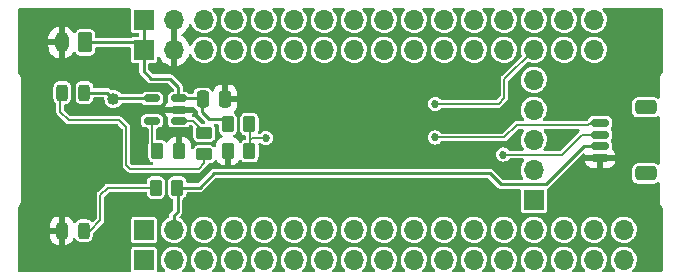
<source format=gtl>
G04 #@! TF.GenerationSoftware,KiCad,Pcbnew,(6.0.0-0)*
G04 #@! TF.CreationDate,2023-04-20T16:33:34-07:00*
G04 #@! TF.ProjectId,ItsyBitsy breadboard,49747379-4269-4747-9379-206272656164,3.0.0*
G04 #@! TF.SameCoordinates,Original*
G04 #@! TF.FileFunction,Copper,L1,Top*
G04 #@! TF.FilePolarity,Positive*
%FSLAX46Y46*%
G04 Gerber Fmt 4.6, Leading zero omitted, Abs format (unit mm)*
G04 Created by KiCad (PCBNEW (6.0.0-0)) date 2023-04-20 16:33:34*
%MOMM*%
%LPD*%
G01*
G04 APERTURE LIST*
G04 Aperture macros list*
%AMRoundRect*
0 Rectangle with rounded corners*
0 $1 Rounding radius*
0 $2 $3 $4 $5 $6 $7 $8 $9 X,Y pos of 4 corners*
0 Add a 4 corners polygon primitive as box body*
4,1,4,$2,$3,$4,$5,$6,$7,$8,$9,$2,$3,0*
0 Add four circle primitives for the rounded corners*
1,1,$1+$1,$2,$3*
1,1,$1+$1,$4,$5*
1,1,$1+$1,$6,$7*
1,1,$1+$1,$8,$9*
0 Add four rect primitives between the rounded corners*
20,1,$1+$1,$2,$3,$4,$5,0*
20,1,$1+$1,$4,$5,$6,$7,0*
20,1,$1+$1,$6,$7,$8,$9,0*
20,1,$1+$1,$8,$9,$2,$3,0*%
G04 Aperture macros list end*
G04 #@! TA.AperFunction,SMDPad,CuDef*
%ADD10RoundRect,0.150000X0.625000X-0.150000X0.625000X0.150000X-0.625000X0.150000X-0.625000X-0.150000X0*%
G04 #@! TD*
G04 #@! TA.AperFunction,SMDPad,CuDef*
%ADD11RoundRect,0.250000X0.650000X-0.350000X0.650000X0.350000X-0.650000X0.350000X-0.650000X-0.350000X0*%
G04 #@! TD*
G04 #@! TA.AperFunction,ComponentPad*
%ADD12RoundRect,0.250000X0.350000X0.625000X-0.350000X0.625000X-0.350000X-0.625000X0.350000X-0.625000X0*%
G04 #@! TD*
G04 #@! TA.AperFunction,ComponentPad*
%ADD13O,1.200000X1.750000*%
G04 #@! TD*
G04 #@! TA.AperFunction,SMDPad,CuDef*
%ADD14RoundRect,0.250000X-0.250000X-0.475000X0.250000X-0.475000X0.250000X0.475000X-0.250000X0.475000X0*%
G04 #@! TD*
G04 #@! TA.AperFunction,SMDPad,CuDef*
%ADD15RoundRect,0.250000X0.450000X-0.262500X0.450000X0.262500X-0.450000X0.262500X-0.450000X-0.262500X0*%
G04 #@! TD*
G04 #@! TA.AperFunction,SMDPad,CuDef*
%ADD16RoundRect,0.250000X0.262500X0.450000X-0.262500X0.450000X-0.262500X-0.450000X0.262500X-0.450000X0*%
G04 #@! TD*
G04 #@! TA.AperFunction,SMDPad,CuDef*
%ADD17RoundRect,0.250000X-0.262500X-0.450000X0.262500X-0.450000X0.262500X0.450000X-0.262500X0.450000X0*%
G04 #@! TD*
G04 #@! TA.AperFunction,SMDPad,CuDef*
%ADD18RoundRect,0.150000X0.512500X0.150000X-0.512500X0.150000X-0.512500X-0.150000X0.512500X-0.150000X0*%
G04 #@! TD*
G04 #@! TA.AperFunction,SMDPad,CuDef*
%ADD19RoundRect,0.243750X-0.243750X-0.456250X0.243750X-0.456250X0.243750X0.456250X-0.243750X0.456250X0*%
G04 #@! TD*
G04 #@! TA.AperFunction,ComponentPad*
%ADD20R,1.700000X1.700000*%
G04 #@! TD*
G04 #@! TA.AperFunction,ComponentPad*
%ADD21O,1.700000X1.700000*%
G04 #@! TD*
G04 #@! TA.AperFunction,ViaPad*
%ADD22C,0.685800*%
G04 #@! TD*
G04 #@! TA.AperFunction,ViaPad*
%ADD23C,1.016000*%
G04 #@! TD*
G04 #@! TA.AperFunction,Conductor*
%ADD24C,0.152400*%
G04 #@! TD*
G04 #@! TA.AperFunction,Conductor*
%ADD25C,0.254000*%
G04 #@! TD*
G04 APERTURE END LIST*
D10*
X150400000Y-109500000D03*
X150400000Y-108500000D03*
X150400000Y-107500000D03*
X150400000Y-106500000D03*
D11*
X154275000Y-110800000D03*
X154275000Y-105200000D03*
D12*
X106800000Y-99700000D03*
D13*
X104800000Y-99700000D03*
D14*
X116750000Y-104500000D03*
X118650000Y-104500000D03*
D15*
X116879000Y-109177500D03*
X116879000Y-107352500D03*
D16*
X114612500Y-112000000D03*
X112787500Y-112000000D03*
D17*
X118887500Y-106614000D03*
X120712500Y-106614000D03*
X112918500Y-108900000D03*
X114743500Y-108900000D03*
D16*
X120712500Y-108900000D03*
X118887500Y-108900000D03*
D18*
X114737500Y-106350000D03*
X114737500Y-105400000D03*
X114737500Y-104450000D03*
X112462500Y-104450000D03*
X112462500Y-106350000D03*
D19*
X104862500Y-103950000D03*
X106737500Y-103950000D03*
X104812500Y-115650000D03*
X106687500Y-115650000D03*
D20*
X111760000Y-115570000D03*
D21*
X114300000Y-115570000D03*
X116840000Y-115570000D03*
X119380000Y-115570000D03*
X121920000Y-115570000D03*
X124460000Y-115570000D03*
X127000000Y-115570000D03*
X129540000Y-115570000D03*
X132080000Y-115570000D03*
X134620000Y-115570000D03*
X137160000Y-115570000D03*
X139700000Y-115570000D03*
X142240000Y-115570000D03*
X144780000Y-115570000D03*
X147320000Y-115570000D03*
X149860000Y-115570000D03*
X152400000Y-115570000D03*
D20*
X111760000Y-100330000D03*
D21*
X114300000Y-100330000D03*
X116840000Y-100330000D03*
X119380000Y-100330000D03*
X121920000Y-100330000D03*
X124460000Y-100330000D03*
X127000000Y-100330000D03*
X129540000Y-100330000D03*
X132080000Y-100330000D03*
X134620000Y-100330000D03*
X137160000Y-100330000D03*
X139700000Y-100330000D03*
X142240000Y-100330000D03*
X144780000Y-100330000D03*
X147320000Y-100330000D03*
X149860000Y-100330000D03*
D20*
X144780000Y-113030000D03*
D21*
X144780000Y-110490000D03*
X144780000Y-107950000D03*
X144780000Y-105410000D03*
X144780000Y-102870000D03*
D20*
X111760000Y-118110000D03*
D21*
X114300000Y-118110000D03*
X116840000Y-118110000D03*
X119380000Y-118110000D03*
X121920000Y-118110000D03*
X124460000Y-118110000D03*
X127000000Y-118110000D03*
X129540000Y-118110000D03*
X132080000Y-118110000D03*
X134620000Y-118110000D03*
X137160000Y-118110000D03*
X139700000Y-118110000D03*
X142240000Y-118110000D03*
X144780000Y-118110000D03*
X147320000Y-118110000D03*
X149860000Y-118110000D03*
X152400000Y-118110000D03*
D20*
X111760000Y-97790000D03*
D21*
X114300000Y-97790000D03*
X116840000Y-97790000D03*
X119380000Y-97790000D03*
X121920000Y-97790000D03*
X124460000Y-97790000D03*
X127000000Y-97790000D03*
X129540000Y-97790000D03*
X132080000Y-97790000D03*
X134620000Y-97790000D03*
X137160000Y-97790000D03*
X139700000Y-97790000D03*
X142240000Y-97790000D03*
X144780000Y-97790000D03*
X147320000Y-97790000D03*
X149860000Y-97790000D03*
D22*
X102300000Y-102200000D03*
X123200000Y-112800000D03*
X111300000Y-107800000D03*
X153800000Y-102200000D03*
X153797000Y-116840000D03*
X148590000Y-116840000D03*
X123200000Y-103300000D03*
X151130000Y-116840000D03*
X138500000Y-112900000D03*
X102300000Y-113700000D03*
X109800000Y-97790000D03*
X138500000Y-109700000D03*
X146750000Y-107900000D03*
X141000000Y-102200000D03*
X136450000Y-107750000D03*
X142200000Y-109200000D03*
X136450000Y-104900000D03*
X122100000Y-107800000D03*
D23*
X109200000Y-104500000D03*
D24*
X104700000Y-105600000D02*
X104700000Y-104112500D01*
X104700000Y-104112500D02*
X104862500Y-103950000D01*
D25*
X106737500Y-103950000D02*
X108650000Y-103950000D01*
X108650000Y-103950000D02*
X109200000Y-104500000D01*
X106800000Y-99700000D02*
X111130000Y-99700000D01*
X111130000Y-99700000D02*
X111760000Y-100330000D01*
D24*
X142300000Y-107750000D02*
X143350000Y-106700000D01*
X136450000Y-107750000D02*
X142300000Y-107750000D01*
X149600000Y-106500000D02*
X150400000Y-106500000D01*
X149400000Y-106700000D02*
X149600000Y-106500000D01*
X143350000Y-106700000D02*
X149400000Y-106700000D01*
X148851217Y-107500000D02*
X147151217Y-109200000D01*
X150400000Y-107500000D02*
X148851217Y-107500000D01*
X147151217Y-109200000D02*
X142200000Y-109200000D01*
D25*
X114650000Y-114017919D02*
X114650000Y-112000000D01*
X141050000Y-110800000D02*
X117700000Y-110800000D01*
X141970511Y-111720511D02*
X141050000Y-110800000D01*
X114300000Y-114367919D02*
X114300000Y-115570000D01*
X116500000Y-112000000D02*
X114650000Y-112000000D01*
X149000000Y-108500000D02*
X145779489Y-111720511D01*
X114300000Y-114367919D02*
X114650000Y-114017919D01*
X117700000Y-110800000D02*
X116500000Y-112000000D01*
X145779489Y-111720511D02*
X141970511Y-111720511D01*
X150400000Y-108500000D02*
X149000000Y-108500000D01*
D24*
X142300000Y-104400000D02*
X141800000Y-104900000D01*
X141800000Y-104900000D02*
X136450000Y-104900000D01*
X142300000Y-102810000D02*
X142300000Y-104400000D01*
X144780000Y-100330000D02*
X142300000Y-102810000D01*
D25*
X116650000Y-104450000D02*
X116700000Y-104500000D01*
X117300000Y-106200000D02*
X118436000Y-106200000D01*
X118436000Y-106200000D02*
X118850000Y-106614000D01*
X114000000Y-102800000D02*
X114700000Y-103500000D01*
X111760000Y-100330000D02*
X111760000Y-102160000D01*
X116700000Y-105600000D02*
X117300000Y-106200000D01*
X114700000Y-104450000D02*
X116650000Y-104450000D01*
X111760000Y-102160000D02*
X112400000Y-102800000D01*
X112400000Y-102800000D02*
X114000000Y-102800000D01*
X111760000Y-99226000D02*
X111760000Y-97790000D01*
X111760000Y-100330000D02*
X111760000Y-99226000D01*
X114700000Y-103500000D02*
X114700000Y-104450000D01*
X116700000Y-104500000D02*
X116700000Y-105600000D01*
D24*
X110600000Y-110400000D02*
X116400000Y-110400000D01*
X109700000Y-106300000D02*
X110300000Y-106900000D01*
X105400000Y-106300000D02*
X109700000Y-106300000D01*
X110300000Y-110100000D02*
X110600000Y-110400000D01*
X116879000Y-109921000D02*
X116879000Y-109215000D01*
X104700000Y-105600000D02*
X105400000Y-106300000D01*
X116400000Y-110400000D02*
X116879000Y-109921000D01*
X110300000Y-106900000D02*
X110300000Y-110100000D01*
X107200000Y-115650000D02*
X108100000Y-114750000D01*
X106850000Y-115650000D02*
X107200000Y-115650000D01*
X108700000Y-112000000D02*
X112750000Y-112000000D01*
X108100000Y-114750000D02*
X108100000Y-112600000D01*
X108100000Y-112600000D02*
X108700000Y-112000000D01*
X120750000Y-106614000D02*
X120750000Y-107950000D01*
X120900000Y-107800000D02*
X120750000Y-107950000D01*
X122100000Y-107800000D02*
X120900000Y-107800000D01*
X120750000Y-107950000D02*
X120750000Y-108900000D01*
X115914000Y-106350000D02*
X116879000Y-107315000D01*
X114700000Y-106350000D02*
X115914000Y-106350000D01*
X112500000Y-108519000D02*
X112881000Y-108900000D01*
X112500000Y-106350000D02*
X112500000Y-108519000D01*
D25*
X109250000Y-104450000D02*
X112500000Y-104450000D01*
X109200000Y-104100000D02*
X109200000Y-104500000D01*
X109200000Y-104500000D02*
X109250000Y-104450000D01*
G04 #@! TA.AperFunction,Conductor*
G36*
X110599092Y-96794002D02*
G01*
X110645585Y-96847658D01*
X110656204Y-96911393D01*
X110655500Y-96914933D01*
X110655500Y-96921123D01*
X110655501Y-97790068D01*
X110655501Y-98665066D01*
X110670266Y-98739301D01*
X110677161Y-98749620D01*
X110677162Y-98749622D01*
X110717516Y-98810015D01*
X110726516Y-98823484D01*
X110810699Y-98879734D01*
X110884933Y-98894500D01*
X111252500Y-98894500D01*
X111320621Y-98914502D01*
X111367114Y-98968158D01*
X111378500Y-99020500D01*
X111378500Y-99099501D01*
X111358498Y-99167622D01*
X111304842Y-99214115D01*
X111252500Y-99225501D01*
X110884934Y-99225501D01*
X110849182Y-99232612D01*
X110822874Y-99237844D01*
X110822872Y-99237845D01*
X110810699Y-99240266D01*
X110800379Y-99247161D01*
X110800378Y-99247162D01*
X110726516Y-99296516D01*
X110724115Y-99292923D01*
X110682548Y-99315621D01*
X110655765Y-99318500D01*
X107780500Y-99318500D01*
X107712379Y-99298498D01*
X107665886Y-99244842D01*
X107654500Y-99192500D01*
X107654500Y-99027244D01*
X107647798Y-98965552D01*
X107642860Y-98952378D01*
X107628660Y-98914502D01*
X107597071Y-98830236D01*
X107591691Y-98823057D01*
X107591689Y-98823054D01*
X107515785Y-98721776D01*
X107510404Y-98714596D01*
X107452414Y-98671135D01*
X107401946Y-98633311D01*
X107401943Y-98633309D01*
X107394764Y-98627929D01*
X107284947Y-98586761D01*
X107266843Y-98579974D01*
X107266841Y-98579974D01*
X107259448Y-98577202D01*
X107251598Y-98576349D01*
X107251597Y-98576349D01*
X107201153Y-98570869D01*
X107201152Y-98570869D01*
X107197756Y-98570500D01*
X106402244Y-98570500D01*
X106398848Y-98570869D01*
X106398847Y-98570869D01*
X106348403Y-98576349D01*
X106348402Y-98576349D01*
X106340552Y-98577202D01*
X106333159Y-98579974D01*
X106333157Y-98579974D01*
X106315053Y-98586761D01*
X106205236Y-98627929D01*
X106198057Y-98633309D01*
X106198054Y-98633311D01*
X106147586Y-98671135D01*
X106089596Y-98714596D01*
X106084215Y-98721776D01*
X106008311Y-98823054D01*
X106008309Y-98823057D01*
X106002929Y-98830236D01*
X105991980Y-98859443D01*
X105949338Y-98916207D01*
X105882776Y-98940907D01*
X105813428Y-98925699D01*
X105761982Y-98872905D01*
X105739381Y-98829022D01*
X105732931Y-98818976D01*
X105609738Y-98662143D01*
X105601501Y-98653494D01*
X105450877Y-98522788D01*
X105441153Y-98515853D01*
X105268533Y-98415990D01*
X105257669Y-98411016D01*
X105069273Y-98345593D01*
X105068284Y-98345352D01*
X105057992Y-98346820D01*
X105054000Y-98360385D01*
X105054000Y-101035402D01*
X105057973Y-101048933D01*
X105067399Y-101050288D01*
X105156537Y-101028806D01*
X105167832Y-101024917D01*
X105349382Y-100942371D01*
X105359724Y-100936424D01*
X105522397Y-100821032D01*
X105531425Y-100813239D01*
X105669342Y-100669169D01*
X105676738Y-100659804D01*
X105768573Y-100517577D01*
X105822328Y-100471199D01*
X105892624Y-100461246D01*
X105957141Y-100490878D01*
X105992407Y-100541696D01*
X106002929Y-100569764D01*
X106008309Y-100576943D01*
X106008311Y-100576946D01*
X106017304Y-100588945D01*
X106089596Y-100685404D01*
X106096776Y-100690785D01*
X106198054Y-100766689D01*
X106198057Y-100766691D01*
X106205236Y-100772071D01*
X106294954Y-100805704D01*
X106333157Y-100820026D01*
X106333159Y-100820026D01*
X106340552Y-100822798D01*
X106348402Y-100823651D01*
X106348403Y-100823651D01*
X106376212Y-100826672D01*
X106402244Y-100829500D01*
X107197756Y-100829500D01*
X107223788Y-100826672D01*
X107251597Y-100823651D01*
X107251598Y-100823651D01*
X107259448Y-100822798D01*
X107266841Y-100820026D01*
X107266843Y-100820026D01*
X107305046Y-100805704D01*
X107394764Y-100772071D01*
X107401943Y-100766691D01*
X107401946Y-100766689D01*
X107503224Y-100690785D01*
X107510404Y-100685404D01*
X107582696Y-100588945D01*
X107591689Y-100576946D01*
X107591691Y-100576943D01*
X107597071Y-100569764D01*
X107647798Y-100434448D01*
X107654500Y-100372756D01*
X107654500Y-100207500D01*
X107674502Y-100139379D01*
X107728158Y-100092886D01*
X107780500Y-100081500D01*
X110529500Y-100081500D01*
X110597621Y-100101502D01*
X110644114Y-100155158D01*
X110655500Y-100207500D01*
X110655501Y-100705512D01*
X110655501Y-101205066D01*
X110670266Y-101279301D01*
X110677161Y-101289620D01*
X110677162Y-101289622D01*
X110717516Y-101350015D01*
X110726516Y-101363484D01*
X110810699Y-101419734D01*
X110884933Y-101434500D01*
X111252500Y-101434500D01*
X111320621Y-101454502D01*
X111367114Y-101508158D01*
X111378500Y-101560500D01*
X111378500Y-102105865D01*
X111375914Y-102130164D01*
X111375846Y-102131602D01*
X111373655Y-102141780D01*
X111374879Y-102152120D01*
X111377627Y-102175342D01*
X111377979Y-102181320D01*
X111378072Y-102181312D01*
X111378500Y-102186490D01*
X111378500Y-102191692D01*
X111379354Y-102196822D01*
X111381686Y-102210832D01*
X111382522Y-102216704D01*
X111388582Y-102267907D01*
X111392567Y-102276206D01*
X111394078Y-102285283D01*
X111418558Y-102330651D01*
X111421239Y-102335914D01*
X111440127Y-102375250D01*
X111440130Y-102375254D01*
X111443560Y-102382398D01*
X111447170Y-102386692D01*
X111449102Y-102388624D01*
X111450889Y-102390573D01*
X111450918Y-102390626D01*
X111450788Y-102390745D01*
X111451289Y-102391313D01*
X111454388Y-102397057D01*
X111462033Y-102404124D01*
X111494209Y-102433867D01*
X111497775Y-102437297D01*
X112091954Y-103031476D01*
X112107318Y-103050499D01*
X112108282Y-103051558D01*
X112113929Y-103060304D01*
X112122108Y-103066752D01*
X112122110Y-103066754D01*
X112140477Y-103081234D01*
X112144950Y-103085209D01*
X112145011Y-103085137D01*
X112148968Y-103088490D01*
X112152649Y-103092171D01*
X112156881Y-103095195D01*
X112168439Y-103103455D01*
X112173185Y-103107018D01*
X112213670Y-103138934D01*
X112222355Y-103141984D01*
X112229843Y-103147335D01*
X112279250Y-103162110D01*
X112284837Y-103163926D01*
X112333502Y-103181016D01*
X112339091Y-103181500D01*
X112341802Y-103181500D01*
X112344471Y-103181615D01*
X112344532Y-103181634D01*
X112344525Y-103181808D01*
X112345272Y-103181855D01*
X112351525Y-103183725D01*
X112405689Y-103181597D01*
X112410635Y-103181500D01*
X113789787Y-103181500D01*
X113857908Y-103201502D01*
X113878883Y-103218405D01*
X114281596Y-103621119D01*
X114315621Y-103683431D01*
X114318500Y-103710214D01*
X114318500Y-103769552D01*
X114298498Y-103837673D01*
X114244842Y-103884166D01*
X114202387Y-103895163D01*
X114198106Y-103895500D01*
X114193166Y-103895500D01*
X114098445Y-103910502D01*
X113984277Y-103968674D01*
X113893674Y-104059277D01*
X113835502Y-104173445D01*
X113820500Y-104268166D01*
X113820500Y-104631834D01*
X113821274Y-104636719D01*
X113821275Y-104636736D01*
X113823051Y-104647949D01*
X113813950Y-104718359D01*
X113787697Y-104756750D01*
X113706551Y-104837896D01*
X113696911Y-104850322D01*
X113620352Y-104979779D01*
X113614107Y-104994210D01*
X113575061Y-105128605D01*
X113575101Y-105142706D01*
X113582370Y-105146000D01*
X115886878Y-105146000D01*
X115899183Y-105142387D01*
X115970180Y-105142387D01*
X116029906Y-105180771D01*
X116043911Y-105204337D01*
X116045467Y-105203485D01*
X116049779Y-105211362D01*
X116052929Y-105219764D01*
X116058309Y-105226943D01*
X116058311Y-105226946D01*
X116088448Y-105267157D01*
X116139596Y-105335404D01*
X116255236Y-105422071D01*
X116255933Y-105422332D01*
X116303152Y-105469653D01*
X116318500Y-105529920D01*
X116318500Y-105545865D01*
X116315914Y-105570164D01*
X116315846Y-105571602D01*
X116313655Y-105581780D01*
X116315546Y-105597756D01*
X116317627Y-105615342D01*
X116317979Y-105621320D01*
X116318072Y-105621312D01*
X116318500Y-105626490D01*
X116318500Y-105631692D01*
X116319354Y-105636822D01*
X116321686Y-105650832D01*
X116322522Y-105656704D01*
X116328582Y-105707907D01*
X116332567Y-105716206D01*
X116334078Y-105725283D01*
X116358558Y-105770651D01*
X116361239Y-105775914D01*
X116380127Y-105815250D01*
X116380130Y-105815254D01*
X116383560Y-105822398D01*
X116387170Y-105826692D01*
X116389102Y-105828624D01*
X116390889Y-105830573D01*
X116390918Y-105830626D01*
X116390788Y-105830745D01*
X116391289Y-105831313D01*
X116394388Y-105837057D01*
X116402033Y-105844124D01*
X116434195Y-105873854D01*
X116437762Y-105877284D01*
X116930882Y-106370405D01*
X116964907Y-106432717D01*
X116959842Y-106503533D01*
X116917295Y-106560368D01*
X116850775Y-106585179D01*
X116841786Y-106585500D01*
X116669370Y-106585500D01*
X116601249Y-106565498D01*
X116580275Y-106548595D01*
X116161948Y-106130268D01*
X116154522Y-106122164D01*
X116136936Y-106101206D01*
X116136933Y-106101204D01*
X116129849Y-106092761D01*
X116096625Y-106073578D01*
X116087355Y-106067673D01*
X116064950Y-106051985D01*
X116064947Y-106051984D01*
X116055916Y-106045660D01*
X116045267Y-106042806D01*
X116041889Y-106041231D01*
X116038396Y-106039960D01*
X116028851Y-106034449D01*
X116017998Y-106032535D01*
X116017997Y-106032535D01*
X116006900Y-106030578D01*
X115991053Y-106027784D01*
X115980339Y-106025409D01*
X115943267Y-106015476D01*
X115941912Y-106015595D01*
X115881338Y-105991898D01*
X115839699Y-105934394D01*
X115835761Y-105863507D01*
X115849987Y-105828103D01*
X115854647Y-105820223D01*
X115860893Y-105805790D01*
X115899939Y-105671395D01*
X115899899Y-105657294D01*
X115892630Y-105654000D01*
X113588122Y-105654000D01*
X113574591Y-105657973D01*
X113573456Y-105665871D01*
X113614107Y-105805790D01*
X113620352Y-105820221D01*
X113696911Y-105949678D01*
X113706551Y-105962104D01*
X113787697Y-106043250D01*
X113821723Y-106105562D01*
X113823051Y-106152051D01*
X113821275Y-106163264D01*
X113821274Y-106163281D01*
X113820500Y-106168166D01*
X113820500Y-106531834D01*
X113835502Y-106626555D01*
X113893674Y-106740723D01*
X113984277Y-106831326D01*
X114098445Y-106889498D01*
X114193166Y-106904500D01*
X115281834Y-106904500D01*
X115376555Y-106889498D01*
X115490723Y-106831326D01*
X115581326Y-106740723D01*
X115585551Y-106732431D01*
X115641507Y-106689284D01*
X115687218Y-106680700D01*
X115724830Y-106680700D01*
X115792951Y-106700702D01*
X115813925Y-106717605D01*
X115913558Y-106817238D01*
X115947584Y-106879550D01*
X115942445Y-106950561D01*
X115931202Y-106980552D01*
X115924500Y-107042244D01*
X115924500Y-107662756D01*
X115924869Y-107666152D01*
X115924869Y-107666153D01*
X115927990Y-107694877D01*
X115931202Y-107724448D01*
X115933974Y-107731841D01*
X115933974Y-107731843D01*
X115937711Y-107741812D01*
X115981929Y-107859764D01*
X115987309Y-107866943D01*
X115987311Y-107866946D01*
X116032117Y-107926730D01*
X116068596Y-107975404D01*
X116075776Y-107980785D01*
X116177054Y-108056689D01*
X116177057Y-108056691D01*
X116184236Y-108062071D01*
X116267722Y-108093368D01*
X116312157Y-108110026D01*
X116312159Y-108110026D01*
X116319552Y-108112798D01*
X116327402Y-108113651D01*
X116327403Y-108113651D01*
X116365181Y-108117755D01*
X116381244Y-108119500D01*
X117376756Y-108119500D01*
X117392819Y-108117755D01*
X117430597Y-108113651D01*
X117430598Y-108113651D01*
X117438448Y-108112798D01*
X117445841Y-108110026D01*
X117445843Y-108110026D01*
X117490278Y-108093368D01*
X117573764Y-108062071D01*
X117580943Y-108056691D01*
X117580946Y-108056689D01*
X117682224Y-107980785D01*
X117689404Y-107975404D01*
X117725883Y-107926730D01*
X117770689Y-107866946D01*
X117770691Y-107866943D01*
X117776071Y-107859764D01*
X117820289Y-107741812D01*
X117824026Y-107731843D01*
X117824026Y-107731841D01*
X117826798Y-107724448D01*
X117830011Y-107694877D01*
X117833131Y-107666153D01*
X117833131Y-107666152D01*
X117833500Y-107662756D01*
X117833500Y-107042244D01*
X117826798Y-106980552D01*
X117819986Y-106962379D01*
X117792664Y-106889498D01*
X117776071Y-106845236D01*
X117731218Y-106785388D01*
X117729476Y-106783064D01*
X117704629Y-106716558D01*
X117719682Y-106647175D01*
X117769857Y-106596946D01*
X117830303Y-106581500D01*
X117994500Y-106581500D01*
X118062621Y-106601502D01*
X118109114Y-106655158D01*
X118120500Y-106707500D01*
X118120500Y-107111756D01*
X118127202Y-107173448D01*
X118177929Y-107308764D01*
X118183309Y-107315943D01*
X118183311Y-107315946D01*
X118223000Y-107368902D01*
X118264596Y-107424404D01*
X118380236Y-107511071D01*
X118382367Y-107511870D01*
X118430131Y-107559737D01*
X118445147Y-107629127D01*
X118420265Y-107695621D01*
X118359354Y-107739527D01*
X118308216Y-107756588D01*
X118295038Y-107762761D01*
X118157193Y-107848063D01*
X118145792Y-107857099D01*
X118031261Y-107971829D01*
X118022249Y-107983240D01*
X117937184Y-108121243D01*
X117931037Y-108134424D01*
X117879862Y-108288710D01*
X117876995Y-108302086D01*
X117867328Y-108396438D01*
X117867000Y-108402855D01*
X117867000Y-108435806D01*
X117846998Y-108503927D01*
X117793342Y-108550420D01*
X117723068Y-108560524D01*
X117665437Y-108536634D01*
X117573764Y-108467929D01*
X117484046Y-108434296D01*
X117445843Y-108419974D01*
X117445841Y-108419974D01*
X117438448Y-108417202D01*
X117430598Y-108416349D01*
X117430597Y-108416349D01*
X117380153Y-108410869D01*
X117380152Y-108410869D01*
X117376756Y-108410500D01*
X116381244Y-108410500D01*
X116377848Y-108410869D01*
X116377847Y-108410869D01*
X116327403Y-108416349D01*
X116327402Y-108416349D01*
X116319552Y-108417202D01*
X116312159Y-108419974D01*
X116312157Y-108419974D01*
X116273954Y-108434296D01*
X116184236Y-108467929D01*
X116177057Y-108473309D01*
X116177054Y-108473311D01*
X116135284Y-108504616D01*
X116068596Y-108554596D01*
X116063215Y-108561776D01*
X115990825Y-108658366D01*
X115933966Y-108700881D01*
X115863148Y-108705907D01*
X115800854Y-108671847D01*
X115766864Y-108609516D01*
X115763999Y-108582801D01*
X115763999Y-108402905D01*
X115763662Y-108396386D01*
X115753743Y-108300794D01*
X115750851Y-108287400D01*
X115699412Y-108133216D01*
X115693239Y-108120038D01*
X115607937Y-107982193D01*
X115598901Y-107970792D01*
X115484171Y-107856261D01*
X115472760Y-107847249D01*
X115334757Y-107762184D01*
X115321576Y-107756037D01*
X115167290Y-107704862D01*
X115153914Y-107701995D01*
X115059562Y-107692328D01*
X115053145Y-107692000D01*
X115015615Y-107692000D01*
X115000376Y-107696475D01*
X114999171Y-107697865D01*
X114997500Y-107705548D01*
X114997500Y-109028000D01*
X114977498Y-109096121D01*
X114923842Y-109142614D01*
X114871500Y-109154000D01*
X114615500Y-109154000D01*
X114547379Y-109133998D01*
X114500886Y-109080342D01*
X114489500Y-109028000D01*
X114489500Y-107710116D01*
X114485025Y-107694877D01*
X114483635Y-107693672D01*
X114475952Y-107692001D01*
X114433905Y-107692001D01*
X114427386Y-107692338D01*
X114331794Y-107702257D01*
X114318400Y-107705149D01*
X114164216Y-107756588D01*
X114151038Y-107762761D01*
X114013193Y-107848063D01*
X114001792Y-107857099D01*
X113887261Y-107971829D01*
X113878249Y-107983240D01*
X113789342Y-108127475D01*
X113787464Y-108126317D01*
X113747668Y-108171505D01*
X113679389Y-108190959D01*
X113611431Y-108170410D01*
X113579578Y-108140532D01*
X113541404Y-108089596D01*
X113519487Y-108073170D01*
X113432946Y-108008311D01*
X113432943Y-108008309D01*
X113425764Y-108002929D01*
X113300454Y-107955953D01*
X113297843Y-107954974D01*
X113297841Y-107954974D01*
X113290448Y-107952202D01*
X113282598Y-107951349D01*
X113282597Y-107951349D01*
X113232153Y-107945869D01*
X113232152Y-107945869D01*
X113228756Y-107945500D01*
X112956700Y-107945500D01*
X112888579Y-107925498D01*
X112842086Y-107871842D01*
X112830700Y-107819500D01*
X112830700Y-107030500D01*
X112850702Y-106962379D01*
X112904358Y-106915886D01*
X112956700Y-106904500D01*
X113006834Y-106904500D01*
X113101555Y-106889498D01*
X113215723Y-106831326D01*
X113306326Y-106740723D01*
X113364498Y-106626555D01*
X113379500Y-106531834D01*
X113379500Y-106168166D01*
X113364498Y-106073445D01*
X113306326Y-105959277D01*
X113215723Y-105868674D01*
X113101555Y-105810502D01*
X113006834Y-105795500D01*
X111918166Y-105795500D01*
X111823445Y-105810502D01*
X111709277Y-105868674D01*
X111618674Y-105959277D01*
X111560502Y-106073445D01*
X111545500Y-106168166D01*
X111545500Y-106531834D01*
X111560502Y-106626555D01*
X111618674Y-106740723D01*
X111709277Y-106831326D01*
X111823445Y-106889498D01*
X111918166Y-106904500D01*
X112043300Y-106904500D01*
X112111421Y-106924502D01*
X112157914Y-106978158D01*
X112169300Y-107030500D01*
X112169300Y-108288107D01*
X112162538Y-108325407D01*
X112162802Y-108325470D01*
X112161643Y-108330343D01*
X112161282Y-108332336D01*
X112158202Y-108340552D01*
X112151500Y-108402244D01*
X112151500Y-109397756D01*
X112151869Y-109401152D01*
X112151869Y-109401153D01*
X112154311Y-109423627D01*
X112158202Y-109459448D01*
X112160974Y-109466841D01*
X112160974Y-109466843D01*
X112168814Y-109487756D01*
X112208929Y-109594764D01*
X112214309Y-109601943D01*
X112214311Y-109601946D01*
X112270566Y-109677006D01*
X112295596Y-109710404D01*
X112302776Y-109715785D01*
X112404054Y-109791689D01*
X112404057Y-109791691D01*
X112411236Y-109797071D01*
X112466550Y-109817807D01*
X112486586Y-109825318D01*
X112543351Y-109867959D01*
X112568051Y-109934520D01*
X112552844Y-110003869D01*
X112502558Y-110053988D01*
X112442357Y-110069300D01*
X110789170Y-110069300D01*
X110721049Y-110049298D01*
X110700075Y-110032395D01*
X110667605Y-109999925D01*
X110633579Y-109937613D01*
X110630700Y-109910830D01*
X110630700Y-106919949D01*
X110631179Y-106908968D01*
X110633564Y-106881709D01*
X110633564Y-106881708D01*
X110634524Y-106870733D01*
X110624591Y-106833661D01*
X110622215Y-106822943D01*
X110617465Y-106796003D01*
X110617465Y-106796002D01*
X110615551Y-106785149D01*
X110610040Y-106775604D01*
X110608769Y-106772111D01*
X110607194Y-106768733D01*
X110604340Y-106758084D01*
X110598016Y-106749053D01*
X110598015Y-106749050D01*
X110582327Y-106726645D01*
X110576422Y-106717376D01*
X110566795Y-106700702D01*
X110557239Y-106684151D01*
X110548796Y-106677067D01*
X110548794Y-106677064D01*
X110527836Y-106659478D01*
X110519732Y-106652052D01*
X109947948Y-106080268D01*
X109940522Y-106072164D01*
X109922936Y-106051206D01*
X109922933Y-106051204D01*
X109915849Y-106042761D01*
X109882625Y-106023578D01*
X109873355Y-106017673D01*
X109850950Y-106001985D01*
X109850947Y-106001984D01*
X109841916Y-105995660D01*
X109831267Y-105992806D01*
X109827889Y-105991231D01*
X109824396Y-105989960D01*
X109814851Y-105984449D01*
X109803998Y-105982535D01*
X109803997Y-105982535D01*
X109789563Y-105979990D01*
X109777053Y-105977784D01*
X109766339Y-105975409D01*
X109729267Y-105965476D01*
X109718292Y-105966436D01*
X109718291Y-105966436D01*
X109691032Y-105968821D01*
X109680051Y-105969300D01*
X105589170Y-105969300D01*
X105521049Y-105949298D01*
X105500075Y-105932395D01*
X105067605Y-105499925D01*
X105033579Y-105437613D01*
X105030700Y-105410830D01*
X105030700Y-105030321D01*
X105050702Y-104962200D01*
X105104358Y-104915707D01*
X105149885Y-104904505D01*
X105149996Y-104904499D01*
X105153414Y-104904499D01*
X105156808Y-104904130D01*
X105156814Y-104904130D01*
X105206483Y-104898735D01*
X105206486Y-104898734D01*
X105214342Y-104897881D01*
X105230532Y-104891812D01*
X105339574Y-104850935D01*
X105347982Y-104847783D01*
X105374539Y-104827880D01*
X105455008Y-104767571D01*
X105462189Y-104762189D01*
X105468326Y-104754000D01*
X105542399Y-104655166D01*
X105542399Y-104655165D01*
X105547783Y-104647982D01*
X105552003Y-104636726D01*
X105595108Y-104521740D01*
X105595109Y-104521738D01*
X105597881Y-104514342D01*
X105604500Y-104453415D01*
X105604499Y-103446586D01*
X105604499Y-103446585D01*
X105995500Y-103446585D01*
X105995501Y-104453414D01*
X105995870Y-104456808D01*
X105995870Y-104456814D01*
X105998847Y-104484215D01*
X106002119Y-104514342D01*
X106004894Y-104521744D01*
X106004894Y-104521745D01*
X106047997Y-104636726D01*
X106052217Y-104647982D01*
X106057601Y-104655165D01*
X106057601Y-104655166D01*
X106131674Y-104754000D01*
X106137811Y-104762189D01*
X106144992Y-104767571D01*
X106225462Y-104827880D01*
X106252018Y-104847783D01*
X106260426Y-104850935D01*
X106378260Y-104895108D01*
X106378262Y-104895109D01*
X106385658Y-104897881D01*
X106446585Y-104904500D01*
X106737457Y-104904500D01*
X107028414Y-104904499D01*
X107031808Y-104904130D01*
X107031814Y-104904130D01*
X107081483Y-104898735D01*
X107081486Y-104898734D01*
X107089342Y-104897881D01*
X107105532Y-104891812D01*
X107214574Y-104850935D01*
X107222982Y-104847783D01*
X107249539Y-104827880D01*
X107330008Y-104767571D01*
X107337189Y-104762189D01*
X107343326Y-104754000D01*
X107417399Y-104655166D01*
X107417399Y-104655165D01*
X107422783Y-104647982D01*
X107427003Y-104636726D01*
X107470108Y-104521740D01*
X107470109Y-104521738D01*
X107472881Y-104514342D01*
X107476362Y-104482298D01*
X107479133Y-104456795D01*
X107479133Y-104456791D01*
X107479500Y-104453415D01*
X107479500Y-104450581D01*
X107503122Y-104383744D01*
X107559215Y-104340222D01*
X107605279Y-104331500D01*
X108309765Y-104331500D01*
X108377886Y-104351502D01*
X108424379Y-104405158D01*
X108434770Y-104473292D01*
X108432750Y-104489286D01*
X108449443Y-104659536D01*
X108503440Y-104821856D01*
X108507087Y-104827878D01*
X108507088Y-104827880D01*
X108588406Y-104962154D01*
X108588409Y-104962157D01*
X108592056Y-104968180D01*
X108710889Y-105091234D01*
X108716785Y-105095092D01*
X108847716Y-105180771D01*
X108854030Y-105184903D01*
X108860634Y-105187359D01*
X108860636Y-105187360D01*
X109007757Y-105242074D01*
X109007759Y-105242074D01*
X109014367Y-105244532D01*
X109093454Y-105255085D01*
X109176949Y-105266226D01*
X109176953Y-105266226D01*
X109183930Y-105267157D01*
X109190941Y-105266519D01*
X109190945Y-105266519D01*
X109347273Y-105252292D01*
X109347275Y-105252292D01*
X109354292Y-105251653D01*
X109360990Y-105249477D01*
X109360993Y-105249476D01*
X109510289Y-105200966D01*
X109510291Y-105200965D01*
X109516985Y-105198790D01*
X109586688Y-105157239D01*
X109657872Y-105114805D01*
X109657874Y-105114804D01*
X109663924Y-105111197D01*
X109787805Y-104993227D01*
X109857869Y-104887772D01*
X109912225Y-104842103D01*
X109962816Y-104831500D01*
X111557261Y-104831500D01*
X111625382Y-104851502D01*
X111646356Y-104868405D01*
X111709277Y-104931326D01*
X111823445Y-104989498D01*
X111918166Y-105004500D01*
X113006834Y-105004500D01*
X113101555Y-104989498D01*
X113215723Y-104931326D01*
X113306326Y-104840723D01*
X113364498Y-104726555D01*
X113379500Y-104631834D01*
X113379500Y-104268166D01*
X113364498Y-104173445D01*
X113306326Y-104059277D01*
X113215723Y-103968674D01*
X113101555Y-103910502D01*
X113006834Y-103895500D01*
X111918166Y-103895500D01*
X111823445Y-103910502D01*
X111709277Y-103968674D01*
X111646356Y-104031595D01*
X111584044Y-104065621D01*
X111557261Y-104068500D01*
X109897020Y-104068500D01*
X109828899Y-104048498D01*
X109801592Y-104023769D01*
X109801348Y-104023378D01*
X109680809Y-103901994D01*
X109595844Y-103848074D01*
X109542316Y-103814104D01*
X109542313Y-103814102D01*
X109536373Y-103810333D01*
X109529740Y-103807971D01*
X109381854Y-103755311D01*
X109381849Y-103755310D01*
X109375219Y-103752949D01*
X109368230Y-103752116D01*
X109361363Y-103750505D01*
X109361523Y-103749825D01*
X109335124Y-103742590D01*
X109305712Y-103729587D01*
X109296187Y-103725376D01*
X109285814Y-103724478D01*
X109285812Y-103724477D01*
X109209489Y-103717867D01*
X109169654Y-103714417D01*
X109159545Y-103716928D01*
X109114964Y-103728002D01*
X109068563Y-103739528D01*
X108997630Y-103736538D01*
X108944994Y-103702043D01*
X108941721Y-103698446D01*
X108936071Y-103689696D01*
X108909528Y-103668771D01*
X108905053Y-103664794D01*
X108904992Y-103664865D01*
X108901035Y-103661512D01*
X108897352Y-103657829D01*
X108886275Y-103649913D01*
X108881564Y-103646547D01*
X108876815Y-103642982D01*
X108844507Y-103617512D01*
X108844506Y-103617511D01*
X108836330Y-103611066D01*
X108827643Y-103608015D01*
X108820157Y-103602666D01*
X108810181Y-103599683D01*
X108810180Y-103599682D01*
X108770789Y-103587902D01*
X108765157Y-103586072D01*
X108716498Y-103568984D01*
X108710909Y-103568500D01*
X108708198Y-103568500D01*
X108705531Y-103568385D01*
X108705468Y-103568366D01*
X108705475Y-103568192D01*
X108704729Y-103568145D01*
X108698476Y-103566275D01*
X108649692Y-103568192D01*
X108644322Y-103568403D01*
X108639375Y-103568500D01*
X107605278Y-103568500D01*
X107537157Y-103548498D01*
X107490664Y-103494842D01*
X107479499Y-103449465D01*
X107479499Y-103446586D01*
X107472881Y-103385658D01*
X107465344Y-103365551D01*
X107425935Y-103260426D01*
X107422783Y-103252018D01*
X107367602Y-103178390D01*
X107342571Y-103144992D01*
X107337189Y-103137811D01*
X107242379Y-103066754D01*
X107230166Y-103057601D01*
X107230165Y-103057601D01*
X107222982Y-103052217D01*
X107214574Y-103049065D01*
X107096740Y-103004892D01*
X107096738Y-103004891D01*
X107089342Y-103002119D01*
X107028415Y-102995500D01*
X106737543Y-102995500D01*
X106446586Y-102995501D01*
X106443192Y-102995870D01*
X106443186Y-102995870D01*
X106393517Y-103001265D01*
X106393514Y-103001266D01*
X106385658Y-103002119D01*
X106378256Y-103004894D01*
X106378255Y-103004894D01*
X106260426Y-103049065D01*
X106252018Y-103052217D01*
X106244835Y-103057601D01*
X106244834Y-103057601D01*
X106232621Y-103066754D01*
X106137811Y-103137811D01*
X106132429Y-103144992D01*
X106107399Y-103178390D01*
X106052217Y-103252018D01*
X106049065Y-103260426D01*
X106009657Y-103365551D01*
X106002119Y-103385658D01*
X105995500Y-103446585D01*
X105604499Y-103446585D01*
X105604130Y-103443186D01*
X105598735Y-103393517D01*
X105598734Y-103393511D01*
X105597881Y-103385658D01*
X105590344Y-103365551D01*
X105550935Y-103260426D01*
X105547783Y-103252018D01*
X105492602Y-103178390D01*
X105467571Y-103144992D01*
X105462189Y-103137811D01*
X105367379Y-103066754D01*
X105355166Y-103057601D01*
X105355165Y-103057601D01*
X105347982Y-103052217D01*
X105339574Y-103049065D01*
X105221740Y-103004892D01*
X105221738Y-103004891D01*
X105214342Y-103002119D01*
X105153415Y-102995500D01*
X104862543Y-102995500D01*
X104571586Y-102995501D01*
X104568192Y-102995870D01*
X104568186Y-102995870D01*
X104518517Y-103001265D01*
X104518514Y-103001266D01*
X104510658Y-103002119D01*
X104503256Y-103004894D01*
X104503255Y-103004894D01*
X104385426Y-103049065D01*
X104377018Y-103052217D01*
X104369835Y-103057601D01*
X104369834Y-103057601D01*
X104357621Y-103066754D01*
X104262811Y-103137811D01*
X104257429Y-103144992D01*
X104232399Y-103178390D01*
X104177217Y-103252018D01*
X104174065Y-103260426D01*
X104134657Y-103365551D01*
X104127119Y-103385658D01*
X104120500Y-103446585D01*
X104120501Y-104453414D01*
X104120870Y-104456808D01*
X104120870Y-104456814D01*
X104123847Y-104484215D01*
X104127119Y-104514342D01*
X104129894Y-104521744D01*
X104129894Y-104521745D01*
X104172997Y-104636726D01*
X104177217Y-104647982D01*
X104262811Y-104762189D01*
X104269992Y-104767571D01*
X104269995Y-104767574D01*
X104318865Y-104804200D01*
X104361380Y-104861059D01*
X104369300Y-104905026D01*
X104369300Y-105580051D01*
X104368821Y-105591032D01*
X104367522Y-105605885D01*
X104365476Y-105629267D01*
X104375409Y-105666339D01*
X104377784Y-105677053D01*
X104384449Y-105714851D01*
X104389960Y-105724396D01*
X104391231Y-105727889D01*
X104392806Y-105731267D01*
X104395660Y-105741916D01*
X104401984Y-105750947D01*
X104401985Y-105750950D01*
X104417673Y-105773355D01*
X104423578Y-105782624D01*
X104442761Y-105815849D01*
X104451204Y-105822933D01*
X104451206Y-105822936D01*
X104472164Y-105840522D01*
X104480268Y-105847948D01*
X105152052Y-106519732D01*
X105159478Y-106527836D01*
X105177063Y-106548793D01*
X105177066Y-106548796D01*
X105184151Y-106557239D01*
X105193698Y-106562751D01*
X105217383Y-106576426D01*
X105226639Y-106582322D01*
X105258083Y-106604340D01*
X105268735Y-106607194D01*
X105272114Y-106608770D01*
X105275604Y-106610040D01*
X105285149Y-106615551D01*
X105296002Y-106617465D01*
X105296003Y-106617465D01*
X105322953Y-106622217D01*
X105333682Y-106624596D01*
X105360087Y-106631671D01*
X105360089Y-106631671D01*
X105370733Y-106634523D01*
X105381708Y-106633563D01*
X105381710Y-106633563D01*
X105408957Y-106631179D01*
X105419938Y-106630700D01*
X109510830Y-106630700D01*
X109578951Y-106650702D01*
X109599925Y-106667605D01*
X109932395Y-107000075D01*
X109966421Y-107062387D01*
X109969300Y-107089170D01*
X109969300Y-110080051D01*
X109968821Y-110091032D01*
X109967337Y-110108000D01*
X109965476Y-110129267D01*
X109975409Y-110166339D01*
X109977784Y-110177053D01*
X109984449Y-110214851D01*
X109989960Y-110224396D01*
X109991231Y-110227889D01*
X109992806Y-110231267D01*
X109995660Y-110241916D01*
X110001984Y-110250947D01*
X110001985Y-110250950D01*
X110017673Y-110273355D01*
X110023578Y-110282624D01*
X110042761Y-110315849D01*
X110051204Y-110322933D01*
X110051206Y-110322936D01*
X110072164Y-110340522D01*
X110080268Y-110347948D01*
X110352052Y-110619732D01*
X110359478Y-110627836D01*
X110377064Y-110648794D01*
X110377067Y-110648796D01*
X110384151Y-110657239D01*
X110415983Y-110675618D01*
X110417376Y-110676422D01*
X110426645Y-110682327D01*
X110449050Y-110698015D01*
X110449053Y-110698016D01*
X110458084Y-110704340D01*
X110468733Y-110707194D01*
X110472111Y-110708769D01*
X110475604Y-110710040D01*
X110485149Y-110715551D01*
X110496002Y-110717465D01*
X110496003Y-110717465D01*
X110507100Y-110719422D01*
X110522947Y-110722216D01*
X110533661Y-110724591D01*
X110570733Y-110734524D01*
X110581708Y-110733564D01*
X110581709Y-110733564D01*
X110608968Y-110731179D01*
X110619949Y-110730700D01*
X116380051Y-110730700D01*
X116391032Y-110731179D01*
X116418291Y-110733564D01*
X116418292Y-110733564D01*
X116429267Y-110734524D01*
X116466339Y-110724591D01*
X116477053Y-110722216D01*
X116492900Y-110719422D01*
X116503997Y-110717465D01*
X116503998Y-110717465D01*
X116514851Y-110715551D01*
X116524396Y-110710040D01*
X116527889Y-110708769D01*
X116531267Y-110707194D01*
X116541916Y-110704340D01*
X116550947Y-110698016D01*
X116550950Y-110698015D01*
X116573355Y-110682327D01*
X116582624Y-110676422D01*
X116584017Y-110675618D01*
X116615849Y-110657239D01*
X116622933Y-110648796D01*
X116622936Y-110648794D01*
X116640522Y-110627836D01*
X116647948Y-110619732D01*
X117098732Y-110168948D01*
X117106836Y-110161522D01*
X117127793Y-110143937D01*
X117127796Y-110143934D01*
X117136239Y-110136849D01*
X117153085Y-110107672D01*
X117155426Y-110103617D01*
X117161322Y-110094361D01*
X117183340Y-110062917D01*
X117186195Y-110052263D01*
X117187768Y-110048889D01*
X117189038Y-110045400D01*
X117194551Y-110035851D01*
X117196183Y-110026598D01*
X117237681Y-109970235D01*
X117304002Y-109944896D01*
X117313989Y-109944500D01*
X117376756Y-109944500D01*
X117391475Y-109942901D01*
X117430597Y-109938651D01*
X117430598Y-109938651D01*
X117438448Y-109937798D01*
X117445841Y-109935026D01*
X117445843Y-109935026D01*
X117511458Y-109910428D01*
X117573764Y-109887071D01*
X117580943Y-109881691D01*
X117580946Y-109881689D01*
X117682224Y-109805785D01*
X117689404Y-109800404D01*
X117738642Y-109734706D01*
X117755489Y-109712227D01*
X117812348Y-109669712D01*
X117883167Y-109664686D01*
X117945460Y-109698746D01*
X117963459Y-109721489D01*
X118023063Y-109817807D01*
X118032099Y-109829208D01*
X118146829Y-109943739D01*
X118158240Y-109952751D01*
X118296243Y-110037816D01*
X118309424Y-110043963D01*
X118463710Y-110095138D01*
X118477086Y-110098005D01*
X118571438Y-110107672D01*
X118577854Y-110108000D01*
X118615385Y-110108000D01*
X118630624Y-110103525D01*
X118631829Y-110102135D01*
X118633500Y-110094452D01*
X118633500Y-108772000D01*
X118653502Y-108703879D01*
X118707158Y-108657386D01*
X118759500Y-108646000D01*
X119015500Y-108646000D01*
X119083621Y-108666002D01*
X119130114Y-108719658D01*
X119141500Y-108772000D01*
X119141500Y-110089884D01*
X119145975Y-110105123D01*
X119147365Y-110106328D01*
X119155048Y-110107999D01*
X119197095Y-110107999D01*
X119203614Y-110107662D01*
X119299206Y-110097743D01*
X119312600Y-110094851D01*
X119466784Y-110043412D01*
X119479962Y-110037239D01*
X119617807Y-109951937D01*
X119629208Y-109942901D01*
X119743739Y-109828171D01*
X119752751Y-109816760D01*
X119841658Y-109672525D01*
X119843536Y-109673683D01*
X119883332Y-109628495D01*
X119951611Y-109609041D01*
X120019569Y-109629590D01*
X120051422Y-109659468D01*
X120089596Y-109710404D01*
X120096776Y-109715785D01*
X120198054Y-109791689D01*
X120198057Y-109791691D01*
X120205236Y-109797071D01*
X120280586Y-109825318D01*
X120333157Y-109845026D01*
X120333159Y-109845026D01*
X120340552Y-109847798D01*
X120348402Y-109848651D01*
X120348403Y-109848651D01*
X120398847Y-109854131D01*
X120402244Y-109854500D01*
X121022756Y-109854500D01*
X121026153Y-109854131D01*
X121076597Y-109848651D01*
X121076598Y-109848651D01*
X121084448Y-109847798D01*
X121091841Y-109845026D01*
X121091843Y-109845026D01*
X121144414Y-109825318D01*
X121219764Y-109797071D01*
X121226943Y-109791691D01*
X121226946Y-109791689D01*
X121328224Y-109715785D01*
X121335404Y-109710404D01*
X121360434Y-109677006D01*
X121416689Y-109601946D01*
X121416691Y-109601943D01*
X121422071Y-109594764D01*
X121462186Y-109487756D01*
X121470026Y-109466843D01*
X121470026Y-109466841D01*
X121472798Y-109459448D01*
X121476690Y-109423627D01*
X121479131Y-109401153D01*
X121479131Y-109401152D01*
X121479500Y-109397756D01*
X121479500Y-108402244D01*
X121472798Y-108340552D01*
X121476214Y-108340181D01*
X121479101Y-108284866D01*
X121520545Y-108227221D01*
X121586574Y-108201134D01*
X121656226Y-108214885D01*
X121674687Y-108226653D01*
X121727009Y-108266801D01*
X121798722Y-108321828D01*
X121944047Y-108382023D01*
X122100000Y-108402555D01*
X122255953Y-108382023D01*
X122401278Y-108321828D01*
X122526071Y-108226071D01*
X122621828Y-108101277D01*
X122682023Y-107955953D01*
X122702555Y-107800000D01*
X122682023Y-107644047D01*
X122621828Y-107498723D01*
X122526071Y-107373929D01*
X122401278Y-107278172D01*
X122255953Y-107217977D01*
X122100000Y-107197445D01*
X121944047Y-107217977D01*
X121798723Y-107278172D01*
X121752977Y-107313274D01*
X121684522Y-107365801D01*
X121673929Y-107373929D01*
X121668901Y-107380482D01*
X121648497Y-107407073D01*
X121591159Y-107448941D01*
X121520288Y-107453163D01*
X121458385Y-107418399D01*
X121425104Y-107355687D01*
X121430552Y-107286141D01*
X121470026Y-107180843D01*
X121470026Y-107180841D01*
X121472798Y-107173448D01*
X121479500Y-107111756D01*
X121479500Y-106116244D01*
X121478340Y-106105562D01*
X121473651Y-106062403D01*
X121473651Y-106062402D01*
X121472798Y-106054552D01*
X121466697Y-106038276D01*
X121440659Y-105968821D01*
X121422071Y-105919236D01*
X121416691Y-105912057D01*
X121416689Y-105912054D01*
X121340785Y-105810776D01*
X121335404Y-105803596D01*
X121312406Y-105786360D01*
X121226946Y-105722311D01*
X121226943Y-105722309D01*
X121219764Y-105716929D01*
X121106354Y-105674414D01*
X121091843Y-105668974D01*
X121091841Y-105668974D01*
X121084448Y-105666202D01*
X121076598Y-105665349D01*
X121076597Y-105665349D01*
X121026153Y-105659869D01*
X121026152Y-105659869D01*
X121022756Y-105659500D01*
X120402244Y-105659500D01*
X120398848Y-105659869D01*
X120398847Y-105659869D01*
X120348403Y-105665349D01*
X120348402Y-105665349D01*
X120340552Y-105666202D01*
X120333159Y-105668974D01*
X120333157Y-105668974D01*
X120318646Y-105674414D01*
X120205236Y-105716929D01*
X120198057Y-105722309D01*
X120198054Y-105722311D01*
X120112594Y-105786360D01*
X120089596Y-105803596D01*
X120084215Y-105810776D01*
X120008311Y-105912054D01*
X120008309Y-105912057D01*
X120002929Y-105919236D01*
X119984341Y-105968821D01*
X119958304Y-106038276D01*
X119952202Y-106054552D01*
X119951349Y-106062402D01*
X119951349Y-106062403D01*
X119946660Y-106105562D01*
X119945500Y-106116244D01*
X119945500Y-107111756D01*
X119952202Y-107173448D01*
X120002929Y-107308764D01*
X120008309Y-107315943D01*
X120008311Y-107315946D01*
X120048000Y-107368902D01*
X120089596Y-107424404D01*
X120096776Y-107429785D01*
X120198054Y-107505689D01*
X120198057Y-107505691D01*
X120205236Y-107511071D01*
X120294114Y-107544390D01*
X120337529Y-107560665D01*
X120394294Y-107603306D01*
X120418994Y-107669868D01*
X120419300Y-107678647D01*
X120419300Y-107835353D01*
X120399298Y-107903474D01*
X120345642Y-107949967D01*
X120337529Y-107953335D01*
X120310190Y-107963584D01*
X120205236Y-108002929D01*
X120198057Y-108008309D01*
X120198054Y-108008311D01*
X120111513Y-108073170D01*
X120089596Y-108089596D01*
X120051411Y-108140546D01*
X119994554Y-108183059D01*
X119923736Y-108188085D01*
X119861442Y-108154025D01*
X119841713Y-108125885D01*
X119841094Y-108126268D01*
X119751937Y-107982193D01*
X119742901Y-107970792D01*
X119628171Y-107856261D01*
X119616760Y-107847249D01*
X119478757Y-107762184D01*
X119465576Y-107756037D01*
X119415913Y-107739564D01*
X119357553Y-107699132D01*
X119330317Y-107633568D01*
X119342851Y-107563686D01*
X119392808Y-107511804D01*
X119394764Y-107511071D01*
X119510404Y-107424404D01*
X119552000Y-107368902D01*
X119591689Y-107315946D01*
X119591691Y-107315943D01*
X119597071Y-107308764D01*
X119647798Y-107173448D01*
X119654500Y-107111756D01*
X119654500Y-106116244D01*
X119653340Y-106105562D01*
X119648651Y-106062403D01*
X119648651Y-106062402D01*
X119647798Y-106054552D01*
X119641697Y-106038276D01*
X119615659Y-105968821D01*
X119597071Y-105919236D01*
X119591691Y-105912057D01*
X119591689Y-105912054D01*
X119515785Y-105810776D01*
X119510404Y-105803596D01*
X119416955Y-105733560D01*
X119374442Y-105676703D01*
X119369416Y-105605885D01*
X119403349Y-105543718D01*
X119493739Y-105453171D01*
X119502751Y-105441760D01*
X119587816Y-105303757D01*
X119593963Y-105290576D01*
X119645138Y-105136290D01*
X119648005Y-105122914D01*
X119657672Y-105028562D01*
X119658000Y-105022146D01*
X119658000Y-104900000D01*
X135847445Y-104900000D01*
X135867977Y-105055953D01*
X135928172Y-105201277D01*
X136023929Y-105326071D01*
X136148722Y-105421828D01*
X136294047Y-105482023D01*
X136450000Y-105502555D01*
X136605953Y-105482023D01*
X136751278Y-105421828D01*
X136813675Y-105373949D01*
X136869520Y-105331098D01*
X136869521Y-105331097D01*
X136876071Y-105326071D01*
X136911425Y-105279996D01*
X136968761Y-105238129D01*
X137011387Y-105230700D01*
X141780051Y-105230700D01*
X141791032Y-105231179D01*
X141818291Y-105233564D01*
X141818292Y-105233564D01*
X141829267Y-105234524D01*
X141866339Y-105224591D01*
X141877053Y-105222216D01*
X141892900Y-105219422D01*
X141903997Y-105217465D01*
X141903998Y-105217465D01*
X141914851Y-105215551D01*
X141924396Y-105210040D01*
X141927889Y-105208769D01*
X141931267Y-105207194D01*
X141941916Y-105204340D01*
X141950947Y-105198016D01*
X141950950Y-105198015D01*
X141973355Y-105182327D01*
X141982624Y-105176422D01*
X141984017Y-105175618D01*
X142015849Y-105157239D01*
X142028312Y-105142387D01*
X142040517Y-105127841D01*
X142047943Y-105119737D01*
X142519744Y-104647937D01*
X142527847Y-104640512D01*
X142548797Y-104622933D01*
X142548798Y-104622932D01*
X142557239Y-104615849D01*
X142563367Y-104605236D01*
X142576421Y-104582625D01*
X142582327Y-104573355D01*
X142598015Y-104550950D01*
X142598016Y-104550947D01*
X142604340Y-104541916D01*
X142607194Y-104531267D01*
X142608769Y-104527889D01*
X142610040Y-104524396D01*
X142615551Y-104514851D01*
X142622216Y-104477053D01*
X142624591Y-104466339D01*
X142634524Y-104429267D01*
X142631179Y-104391032D01*
X142630700Y-104380051D01*
X142630700Y-102999170D01*
X142650702Y-102931049D01*
X142667605Y-102910075D01*
X142736716Y-102840964D01*
X143671148Y-102840964D01*
X143684424Y-103043522D01*
X143685845Y-103049118D01*
X143685846Y-103049123D01*
X143720031Y-103183725D01*
X143734392Y-103240269D01*
X143736809Y-103245512D01*
X143805037Y-103393511D01*
X143819377Y-103424616D01*
X143832501Y-103443186D01*
X143921406Y-103568984D01*
X143936533Y-103590389D01*
X143940675Y-103594424D01*
X144012277Y-103664175D01*
X144081938Y-103732035D01*
X144086742Y-103735245D01*
X144109580Y-103750505D01*
X144250720Y-103844812D01*
X144256023Y-103847090D01*
X144256026Y-103847092D01*
X144400008Y-103908951D01*
X144437228Y-103924942D01*
X144510244Y-103941464D01*
X144629579Y-103968467D01*
X144629584Y-103968468D01*
X144635216Y-103969742D01*
X144640987Y-103969969D01*
X144640989Y-103969969D01*
X144700756Y-103972317D01*
X144838053Y-103977712D01*
X144938499Y-103963148D01*
X145033231Y-103949413D01*
X145033236Y-103949412D01*
X145038945Y-103948584D01*
X145044409Y-103946729D01*
X145044414Y-103946728D01*
X145225693Y-103885192D01*
X145225698Y-103885190D01*
X145231165Y-103883334D01*
X145245158Y-103875498D01*
X145305683Y-103841602D01*
X145408276Y-103784147D01*
X145412979Y-103780236D01*
X145551696Y-103664865D01*
X145564345Y-103654345D01*
X145601632Y-103609512D01*
X145690453Y-103502718D01*
X145690455Y-103502715D01*
X145694147Y-103498276D01*
X145757216Y-103385658D01*
X145790510Y-103326208D01*
X145790511Y-103326206D01*
X145793334Y-103321165D01*
X145795190Y-103315698D01*
X145795192Y-103315693D01*
X145856728Y-103134414D01*
X145856729Y-103134409D01*
X145858584Y-103128945D01*
X145859412Y-103123236D01*
X145859413Y-103123231D01*
X145877097Y-103001265D01*
X145887712Y-102928053D01*
X145889232Y-102870000D01*
X145870658Y-102667859D01*
X145868174Y-102659050D01*
X145817125Y-102478046D01*
X145817124Y-102478044D01*
X145815557Y-102472487D01*
X145810668Y-102462572D01*
X145728331Y-102295609D01*
X145725776Y-102290428D01*
X145715945Y-102277262D01*
X145614775Y-102141780D01*
X145604320Y-102127779D01*
X145455258Y-101989987D01*
X145450375Y-101986906D01*
X145450371Y-101986903D01*
X145288464Y-101884748D01*
X145283581Y-101881667D01*
X145095039Y-101806446D01*
X145089379Y-101805320D01*
X145089375Y-101805319D01*
X144901613Y-101767971D01*
X144901610Y-101767971D01*
X144895946Y-101766844D01*
X144890171Y-101766768D01*
X144890167Y-101766768D01*
X144788793Y-101765441D01*
X144692971Y-101764187D01*
X144687274Y-101765166D01*
X144687273Y-101765166D01*
X144498607Y-101797585D01*
X144492910Y-101798564D01*
X144302463Y-101868824D01*
X144128010Y-101972612D01*
X144123670Y-101976418D01*
X144123666Y-101976421D01*
X144052444Y-102038882D01*
X143975392Y-102106455D01*
X143971817Y-102110990D01*
X143971816Y-102110991D01*
X143961675Y-102123855D01*
X143849720Y-102265869D01*
X143847031Y-102270980D01*
X143847029Y-102270983D01*
X143812867Y-102335914D01*
X143755203Y-102445515D01*
X143695007Y-102639378D01*
X143671148Y-102840964D01*
X142736716Y-102840964D01*
X144205834Y-101371847D01*
X144268146Y-101337821D01*
X144344667Y-101345175D01*
X144431912Y-101382659D01*
X144431921Y-101382662D01*
X144437228Y-101384942D01*
X144510244Y-101401464D01*
X144629579Y-101428467D01*
X144629584Y-101428468D01*
X144635216Y-101429742D01*
X144640987Y-101429969D01*
X144640989Y-101429969D01*
X144700756Y-101432317D01*
X144838053Y-101437712D01*
X144945348Y-101422155D01*
X145033231Y-101409413D01*
X145033236Y-101409412D01*
X145038945Y-101408584D01*
X145044409Y-101406729D01*
X145044414Y-101406728D01*
X145225693Y-101345192D01*
X145225698Y-101345190D01*
X145231165Y-101343334D01*
X145241010Y-101337821D01*
X145309138Y-101299667D01*
X145408276Y-101244147D01*
X145447969Y-101211135D01*
X145535696Y-101138172D01*
X145564345Y-101114345D01*
X145630002Y-101035402D01*
X145690453Y-100962718D01*
X145690455Y-100962715D01*
X145694147Y-100958276D01*
X145793334Y-100781165D01*
X145795190Y-100775698D01*
X145795192Y-100775693D01*
X145856728Y-100594414D01*
X145856729Y-100594409D01*
X145858584Y-100588945D01*
X145859412Y-100583236D01*
X145859413Y-100583231D01*
X145887179Y-100391727D01*
X145887712Y-100388053D01*
X145889232Y-100330000D01*
X145886564Y-100300964D01*
X146211148Y-100300964D01*
X146224424Y-100503522D01*
X146225845Y-100509118D01*
X146225846Y-100509123D01*
X146268793Y-100678224D01*
X146274392Y-100700269D01*
X146276809Y-100705512D01*
X146314010Y-100786208D01*
X146359377Y-100884616D01*
X146362710Y-100889332D01*
X146468919Y-101039615D01*
X146476533Y-101050389D01*
X146621938Y-101192035D01*
X146790720Y-101304812D01*
X146796023Y-101307090D01*
X146796026Y-101307092D01*
X146971914Y-101382659D01*
X146977228Y-101384942D01*
X147050244Y-101401464D01*
X147169579Y-101428467D01*
X147169584Y-101428468D01*
X147175216Y-101429742D01*
X147180987Y-101429969D01*
X147180989Y-101429969D01*
X147240756Y-101432317D01*
X147378053Y-101437712D01*
X147485348Y-101422155D01*
X147573231Y-101409413D01*
X147573236Y-101409412D01*
X147578945Y-101408584D01*
X147584409Y-101406729D01*
X147584414Y-101406728D01*
X147765693Y-101345192D01*
X147765698Y-101345190D01*
X147771165Y-101343334D01*
X147781010Y-101337821D01*
X147849138Y-101299667D01*
X147948276Y-101244147D01*
X147987969Y-101211135D01*
X148075696Y-101138172D01*
X148104345Y-101114345D01*
X148170002Y-101035402D01*
X148230453Y-100962718D01*
X148230455Y-100962715D01*
X148234147Y-100958276D01*
X148333334Y-100781165D01*
X148335190Y-100775698D01*
X148335192Y-100775693D01*
X148396728Y-100594414D01*
X148396729Y-100594409D01*
X148398584Y-100588945D01*
X148399412Y-100583236D01*
X148399413Y-100583231D01*
X148427179Y-100391727D01*
X148427712Y-100388053D01*
X148429232Y-100330000D01*
X148426564Y-100300964D01*
X148751148Y-100300964D01*
X148764424Y-100503522D01*
X148765845Y-100509118D01*
X148765846Y-100509123D01*
X148808793Y-100678224D01*
X148814392Y-100700269D01*
X148816809Y-100705512D01*
X148854010Y-100786208D01*
X148899377Y-100884616D01*
X148902710Y-100889332D01*
X149008919Y-101039615D01*
X149016533Y-101050389D01*
X149161938Y-101192035D01*
X149330720Y-101304812D01*
X149336023Y-101307090D01*
X149336026Y-101307092D01*
X149511914Y-101382659D01*
X149517228Y-101384942D01*
X149590244Y-101401464D01*
X149709579Y-101428467D01*
X149709584Y-101428468D01*
X149715216Y-101429742D01*
X149720987Y-101429969D01*
X149720989Y-101429969D01*
X149780756Y-101432317D01*
X149918053Y-101437712D01*
X150025348Y-101422155D01*
X150113231Y-101409413D01*
X150113236Y-101409412D01*
X150118945Y-101408584D01*
X150124409Y-101406729D01*
X150124414Y-101406728D01*
X150305693Y-101345192D01*
X150305698Y-101345190D01*
X150311165Y-101343334D01*
X150321010Y-101337821D01*
X150389138Y-101299667D01*
X150488276Y-101244147D01*
X150527969Y-101211135D01*
X150615696Y-101138172D01*
X150644345Y-101114345D01*
X150710002Y-101035402D01*
X150770453Y-100962718D01*
X150770455Y-100962715D01*
X150774147Y-100958276D01*
X150873334Y-100781165D01*
X150875190Y-100775698D01*
X150875192Y-100775693D01*
X150936728Y-100594414D01*
X150936729Y-100594409D01*
X150938584Y-100588945D01*
X150939412Y-100583236D01*
X150939413Y-100583231D01*
X150967179Y-100391727D01*
X150967712Y-100388053D01*
X150969232Y-100330000D01*
X150955403Y-100179494D01*
X150951187Y-100133613D01*
X150951186Y-100133610D01*
X150950658Y-100127859D01*
X150949090Y-100122299D01*
X150897125Y-99938046D01*
X150897124Y-99938044D01*
X150895557Y-99932487D01*
X150884978Y-99911033D01*
X150808331Y-99755609D01*
X150805776Y-99750428D01*
X150791897Y-99731841D01*
X150732761Y-99652649D01*
X150684320Y-99587779D01*
X150535258Y-99449987D01*
X150530375Y-99446906D01*
X150530371Y-99446903D01*
X150368464Y-99344748D01*
X150363581Y-99341667D01*
X150175039Y-99266446D01*
X150169379Y-99265320D01*
X150169375Y-99265319D01*
X149981613Y-99227971D01*
X149981610Y-99227971D01*
X149975946Y-99226844D01*
X149970171Y-99226768D01*
X149970167Y-99226768D01*
X149868793Y-99225441D01*
X149772971Y-99224187D01*
X149767274Y-99225166D01*
X149767273Y-99225166D01*
X149639271Y-99247161D01*
X149572910Y-99258564D01*
X149382463Y-99328824D01*
X149208010Y-99432612D01*
X149203670Y-99436418D01*
X149203666Y-99436421D01*
X149059733Y-99562648D01*
X149055392Y-99566455D01*
X148929720Y-99725869D01*
X148927031Y-99730980D01*
X148927029Y-99730983D01*
X148915833Y-99752264D01*
X148835203Y-99905515D01*
X148775007Y-100099378D01*
X148751148Y-100300964D01*
X148426564Y-100300964D01*
X148415403Y-100179494D01*
X148411187Y-100133613D01*
X148411186Y-100133610D01*
X148410658Y-100127859D01*
X148409090Y-100122299D01*
X148357125Y-99938046D01*
X148357124Y-99938044D01*
X148355557Y-99932487D01*
X148344978Y-99911033D01*
X148268331Y-99755609D01*
X148265776Y-99750428D01*
X148251897Y-99731841D01*
X148192761Y-99652649D01*
X148144320Y-99587779D01*
X147995258Y-99449987D01*
X147990375Y-99446906D01*
X147990371Y-99446903D01*
X147828464Y-99344748D01*
X147823581Y-99341667D01*
X147635039Y-99266446D01*
X147629379Y-99265320D01*
X147629375Y-99265319D01*
X147441613Y-99227971D01*
X147441610Y-99227971D01*
X147435946Y-99226844D01*
X147430171Y-99226768D01*
X147430167Y-99226768D01*
X147328793Y-99225441D01*
X147232971Y-99224187D01*
X147227274Y-99225166D01*
X147227273Y-99225166D01*
X147099271Y-99247161D01*
X147032910Y-99258564D01*
X146842463Y-99328824D01*
X146668010Y-99432612D01*
X146663670Y-99436418D01*
X146663666Y-99436421D01*
X146519733Y-99562648D01*
X146515392Y-99566455D01*
X146389720Y-99725869D01*
X146387031Y-99730980D01*
X146387029Y-99730983D01*
X146375833Y-99752264D01*
X146295203Y-99905515D01*
X146235007Y-100099378D01*
X146211148Y-100300964D01*
X145886564Y-100300964D01*
X145875403Y-100179494D01*
X145871187Y-100133613D01*
X145871186Y-100133610D01*
X145870658Y-100127859D01*
X145869090Y-100122299D01*
X145817125Y-99938046D01*
X145817124Y-99938044D01*
X145815557Y-99932487D01*
X145804978Y-99911033D01*
X145728331Y-99755609D01*
X145725776Y-99750428D01*
X145711897Y-99731841D01*
X145652761Y-99652649D01*
X145604320Y-99587779D01*
X145455258Y-99449987D01*
X145450375Y-99446906D01*
X145450371Y-99446903D01*
X145288464Y-99344748D01*
X145283581Y-99341667D01*
X145095039Y-99266446D01*
X145089379Y-99265320D01*
X145089375Y-99265319D01*
X144901613Y-99227971D01*
X144901610Y-99227971D01*
X144895946Y-99226844D01*
X144890171Y-99226768D01*
X144890167Y-99226768D01*
X144788793Y-99225441D01*
X144692971Y-99224187D01*
X144687274Y-99225166D01*
X144687273Y-99225166D01*
X144559271Y-99247161D01*
X144492910Y-99258564D01*
X144302463Y-99328824D01*
X144128010Y-99432612D01*
X144123670Y-99436418D01*
X144123666Y-99436421D01*
X143979733Y-99562648D01*
X143975392Y-99566455D01*
X143849720Y-99725869D01*
X143847031Y-99730980D01*
X143847029Y-99730983D01*
X143835833Y-99752264D01*
X143755203Y-99905515D01*
X143695007Y-100099378D01*
X143671148Y-100300964D01*
X143684424Y-100503522D01*
X143685845Y-100509118D01*
X143685846Y-100509123D01*
X143728793Y-100678224D01*
X143734392Y-100700269D01*
X143736809Y-100705512D01*
X143736811Y-100705517D01*
X143763151Y-100762654D01*
X143773506Y-100832891D01*
X143744243Y-100897577D01*
X143737820Y-100904499D01*
X142080268Y-102562052D01*
X142072164Y-102569478D01*
X142051206Y-102587064D01*
X142051204Y-102587067D01*
X142042761Y-102594151D01*
X142024382Y-102625983D01*
X142023578Y-102627376D01*
X142017673Y-102636645D01*
X142001985Y-102659050D01*
X142001984Y-102659053D01*
X141995660Y-102668084D01*
X141992806Y-102678733D01*
X141991231Y-102682111D01*
X141989960Y-102685604D01*
X141984449Y-102695149D01*
X141982535Y-102706002D01*
X141982535Y-102706003D01*
X141977785Y-102732943D01*
X141975409Y-102743661D01*
X141965476Y-102780733D01*
X141966436Y-102791708D01*
X141966436Y-102791709D01*
X141968821Y-102818968D01*
X141969300Y-102829949D01*
X141969300Y-104210828D01*
X141949298Y-104278949D01*
X141932396Y-104299923D01*
X141699925Y-104532395D01*
X141637612Y-104566420D01*
X141610829Y-104569300D01*
X137011387Y-104569300D01*
X136943266Y-104549298D01*
X136911424Y-104520003D01*
X136908676Y-104516421D01*
X136876071Y-104473929D01*
X136866162Y-104466325D01*
X136803562Y-104418291D01*
X136751278Y-104378172D01*
X136605953Y-104317977D01*
X136450000Y-104297445D01*
X136294047Y-104317977D01*
X136148723Y-104378172D01*
X136023929Y-104473929D01*
X135928172Y-104598723D01*
X135867977Y-104744047D01*
X135847445Y-104900000D01*
X119658000Y-104900000D01*
X119658000Y-104772115D01*
X119653525Y-104756876D01*
X119652135Y-104755671D01*
X119644452Y-104754000D01*
X118522000Y-104754000D01*
X118453879Y-104733998D01*
X118407386Y-104680342D01*
X118396000Y-104628000D01*
X118396000Y-104227885D01*
X118904000Y-104227885D01*
X118908475Y-104243124D01*
X118909865Y-104244329D01*
X118917548Y-104246000D01*
X119639884Y-104246000D01*
X119655123Y-104241525D01*
X119656328Y-104240135D01*
X119657999Y-104232452D01*
X119657999Y-103977905D01*
X119657662Y-103971386D01*
X119647743Y-103875794D01*
X119644851Y-103862400D01*
X119593412Y-103708216D01*
X119587239Y-103695038D01*
X119501937Y-103557193D01*
X119492901Y-103545792D01*
X119378171Y-103431261D01*
X119366760Y-103422249D01*
X119228757Y-103337184D01*
X119215576Y-103331037D01*
X119061290Y-103279862D01*
X119047914Y-103276995D01*
X118953562Y-103267328D01*
X118947145Y-103267000D01*
X118922115Y-103267000D01*
X118906876Y-103271475D01*
X118905671Y-103272865D01*
X118904000Y-103280548D01*
X118904000Y-104227885D01*
X118396000Y-104227885D01*
X118396000Y-103285116D01*
X118391525Y-103269877D01*
X118390135Y-103268672D01*
X118382452Y-103267001D01*
X118352905Y-103267001D01*
X118346386Y-103267338D01*
X118250794Y-103277257D01*
X118237400Y-103280149D01*
X118083216Y-103331588D01*
X118070038Y-103337761D01*
X117932193Y-103423063D01*
X117920792Y-103432099D01*
X117806261Y-103546829D01*
X117797249Y-103558240D01*
X117712184Y-103696243D01*
X117706036Y-103709426D01*
X117684283Y-103775010D01*
X117643853Y-103833370D01*
X117578288Y-103860607D01*
X117508407Y-103848074D01*
X117454170Y-103795853D01*
X117450221Y-103788640D01*
X117447071Y-103780236D01*
X117424842Y-103750575D01*
X117365785Y-103671776D01*
X117360404Y-103664596D01*
X117297580Y-103617512D01*
X117251946Y-103583311D01*
X117251943Y-103583309D01*
X117244764Y-103577929D01*
X117155046Y-103544296D01*
X117116843Y-103529974D01*
X117116841Y-103529974D01*
X117109448Y-103527202D01*
X117101598Y-103526349D01*
X117101597Y-103526349D01*
X117051153Y-103520869D01*
X117051152Y-103520869D01*
X117047756Y-103520500D01*
X116452244Y-103520500D01*
X116448848Y-103520869D01*
X116448847Y-103520869D01*
X116398403Y-103526349D01*
X116398402Y-103526349D01*
X116390552Y-103527202D01*
X116383159Y-103529974D01*
X116383157Y-103529974D01*
X116344954Y-103544296D01*
X116255236Y-103577929D01*
X116248057Y-103583309D01*
X116248054Y-103583311D01*
X116202420Y-103617512D01*
X116139596Y-103664596D01*
X116134215Y-103671776D01*
X116058311Y-103773054D01*
X116058309Y-103773057D01*
X116052929Y-103780236D01*
X116040233Y-103814104D01*
X116007285Y-103901994D01*
X116002202Y-103915552D01*
X116001349Y-103923400D01*
X116001349Y-103923402D01*
X115997796Y-103956109D01*
X115970554Y-104021671D01*
X115912190Y-104062096D01*
X115872533Y-104068500D01*
X115642739Y-104068500D01*
X115574618Y-104048498D01*
X115553644Y-104031595D01*
X115490723Y-103968674D01*
X115376555Y-103910502D01*
X115281834Y-103895500D01*
X115207500Y-103895500D01*
X115139379Y-103875498D01*
X115092886Y-103821842D01*
X115081500Y-103769500D01*
X115081500Y-103554136D01*
X115084085Y-103529847D01*
X115084153Y-103528400D01*
X115086345Y-103518220D01*
X115082373Y-103484660D01*
X115082020Y-103478679D01*
X115081928Y-103478687D01*
X115081500Y-103473508D01*
X115081500Y-103468308D01*
X115080647Y-103463181D01*
X115080646Y-103463173D01*
X115078312Y-103449151D01*
X115077475Y-103443275D01*
X115072641Y-103402431D01*
X115072640Y-103402429D01*
X115071417Y-103392092D01*
X115067433Y-103383795D01*
X115065922Y-103374717D01*
X115060978Y-103365555D01*
X115060977Y-103365551D01*
X115041447Y-103329356D01*
X115038751Y-103324066D01*
X115034731Y-103315693D01*
X115016440Y-103277602D01*
X115012830Y-103273308D01*
X115010898Y-103271376D01*
X115009111Y-103269427D01*
X115009082Y-103269374D01*
X115009212Y-103269255D01*
X115008711Y-103268687D01*
X115005612Y-103262943D01*
X114965805Y-103226146D01*
X114962238Y-103222716D01*
X114308040Y-102568517D01*
X114292686Y-102549506D01*
X114291720Y-102548444D01*
X114286071Y-102539696D01*
X114277896Y-102533252D01*
X114277894Y-102533249D01*
X114259528Y-102518771D01*
X114255053Y-102514794D01*
X114254992Y-102514865D01*
X114251035Y-102511512D01*
X114247352Y-102507829D01*
X114231561Y-102496545D01*
X114226815Y-102492982D01*
X114194507Y-102467512D01*
X114194506Y-102467511D01*
X114186330Y-102461066D01*
X114177643Y-102458015D01*
X114170157Y-102452666D01*
X114160181Y-102449683D01*
X114160180Y-102449682D01*
X114120789Y-102437902D01*
X114115157Y-102436072D01*
X114066498Y-102418984D01*
X114060909Y-102418500D01*
X114058198Y-102418500D01*
X114055531Y-102418385D01*
X114055468Y-102418366D01*
X114055475Y-102418192D01*
X114054729Y-102418145D01*
X114048476Y-102416275D01*
X113999692Y-102418192D01*
X113994322Y-102418403D01*
X113989375Y-102418500D01*
X112610213Y-102418500D01*
X112542092Y-102398498D01*
X112521118Y-102381595D01*
X112178405Y-102038882D01*
X112144379Y-101976570D01*
X112141500Y-101949787D01*
X112141500Y-101560499D01*
X112161502Y-101492378D01*
X112215158Y-101445885D01*
X112267500Y-101434499D01*
X112635066Y-101434499D01*
X112670818Y-101427388D01*
X112697126Y-101422156D01*
X112697128Y-101422155D01*
X112709301Y-101419734D01*
X112719621Y-101412839D01*
X112719622Y-101412838D01*
X112783168Y-101370377D01*
X112793484Y-101363484D01*
X112849734Y-101279301D01*
X112864500Y-101205067D01*
X112864500Y-101033428D01*
X112884502Y-100965307D01*
X112938158Y-100918814D01*
X113008432Y-100908710D01*
X113073012Y-100938204D01*
X113097933Y-100967593D01*
X113197694Y-101130388D01*
X113203777Y-101138699D01*
X113343213Y-101299667D01*
X113350580Y-101306883D01*
X113514434Y-101442916D01*
X113522881Y-101448831D01*
X113706756Y-101556279D01*
X113716042Y-101560729D01*
X113915001Y-101636703D01*
X113924899Y-101639579D01*
X114028250Y-101660606D01*
X114042299Y-101659410D01*
X114046000Y-101649065D01*
X114046000Y-97662000D01*
X114066002Y-97593879D01*
X114119658Y-97547386D01*
X114172000Y-97536000D01*
X114428000Y-97536000D01*
X114496121Y-97556002D01*
X114542614Y-97609658D01*
X114554000Y-97662000D01*
X114554000Y-101648517D01*
X114558064Y-101662359D01*
X114571478Y-101664393D01*
X114578184Y-101663534D01*
X114588262Y-101661392D01*
X114792255Y-101600191D01*
X114801842Y-101596433D01*
X114993095Y-101502739D01*
X115001945Y-101497464D01*
X115175328Y-101373792D01*
X115183200Y-101367139D01*
X115334052Y-101216812D01*
X115340730Y-101208965D01*
X115465003Y-101036020D01*
X115470313Y-101027183D01*
X115564670Y-100836267D01*
X115568469Y-100826672D01*
X115585066Y-100772047D01*
X115624007Y-100712683D01*
X115688862Y-100683796D01*
X115759038Y-100694558D01*
X115812256Y-100741551D01*
X115820048Y-100755922D01*
X115879377Y-100884616D01*
X115882710Y-100889332D01*
X115988919Y-101039615D01*
X115996533Y-101050389D01*
X116141938Y-101192035D01*
X116310720Y-101304812D01*
X116316023Y-101307090D01*
X116316026Y-101307092D01*
X116491914Y-101382659D01*
X116497228Y-101384942D01*
X116570244Y-101401464D01*
X116689579Y-101428467D01*
X116689584Y-101428468D01*
X116695216Y-101429742D01*
X116700987Y-101429969D01*
X116700989Y-101429969D01*
X116760756Y-101432317D01*
X116898053Y-101437712D01*
X117005348Y-101422155D01*
X117093231Y-101409413D01*
X117093236Y-101409412D01*
X117098945Y-101408584D01*
X117104409Y-101406729D01*
X117104414Y-101406728D01*
X117285693Y-101345192D01*
X117285698Y-101345190D01*
X117291165Y-101343334D01*
X117301010Y-101337821D01*
X117369138Y-101299667D01*
X117468276Y-101244147D01*
X117507969Y-101211135D01*
X117595696Y-101138172D01*
X117624345Y-101114345D01*
X117690002Y-101035402D01*
X117750453Y-100962718D01*
X117750455Y-100962715D01*
X117754147Y-100958276D01*
X117853334Y-100781165D01*
X117855190Y-100775698D01*
X117855192Y-100775693D01*
X117916728Y-100594414D01*
X117916729Y-100594409D01*
X117918584Y-100588945D01*
X117919412Y-100583236D01*
X117919413Y-100583231D01*
X117947179Y-100391727D01*
X117947712Y-100388053D01*
X117949232Y-100330000D01*
X117946564Y-100300964D01*
X118271148Y-100300964D01*
X118284424Y-100503522D01*
X118285845Y-100509118D01*
X118285846Y-100509123D01*
X118328793Y-100678224D01*
X118334392Y-100700269D01*
X118336809Y-100705512D01*
X118374010Y-100786208D01*
X118419377Y-100884616D01*
X118422710Y-100889332D01*
X118528919Y-101039615D01*
X118536533Y-101050389D01*
X118681938Y-101192035D01*
X118850720Y-101304812D01*
X118856023Y-101307090D01*
X118856026Y-101307092D01*
X119031914Y-101382659D01*
X119037228Y-101384942D01*
X119110244Y-101401464D01*
X119229579Y-101428467D01*
X119229584Y-101428468D01*
X119235216Y-101429742D01*
X119240987Y-101429969D01*
X119240989Y-101429969D01*
X119300756Y-101432317D01*
X119438053Y-101437712D01*
X119545348Y-101422155D01*
X119633231Y-101409413D01*
X119633236Y-101409412D01*
X119638945Y-101408584D01*
X119644409Y-101406729D01*
X119644414Y-101406728D01*
X119825693Y-101345192D01*
X119825698Y-101345190D01*
X119831165Y-101343334D01*
X119841010Y-101337821D01*
X119909138Y-101299667D01*
X120008276Y-101244147D01*
X120047969Y-101211135D01*
X120135696Y-101138172D01*
X120164345Y-101114345D01*
X120230002Y-101035402D01*
X120290453Y-100962718D01*
X120290455Y-100962715D01*
X120294147Y-100958276D01*
X120393334Y-100781165D01*
X120395190Y-100775698D01*
X120395192Y-100775693D01*
X120456728Y-100594414D01*
X120456729Y-100594409D01*
X120458584Y-100588945D01*
X120459412Y-100583236D01*
X120459413Y-100583231D01*
X120487179Y-100391727D01*
X120487712Y-100388053D01*
X120489232Y-100330000D01*
X120486564Y-100300964D01*
X120811148Y-100300964D01*
X120824424Y-100503522D01*
X120825845Y-100509118D01*
X120825846Y-100509123D01*
X120868793Y-100678224D01*
X120874392Y-100700269D01*
X120876809Y-100705512D01*
X120914010Y-100786208D01*
X120959377Y-100884616D01*
X120962710Y-100889332D01*
X121068919Y-101039615D01*
X121076533Y-101050389D01*
X121221938Y-101192035D01*
X121390720Y-101304812D01*
X121396023Y-101307090D01*
X121396026Y-101307092D01*
X121571914Y-101382659D01*
X121577228Y-101384942D01*
X121650244Y-101401464D01*
X121769579Y-101428467D01*
X121769584Y-101428468D01*
X121775216Y-101429742D01*
X121780987Y-101429969D01*
X121780989Y-101429969D01*
X121840756Y-101432317D01*
X121978053Y-101437712D01*
X122085348Y-101422155D01*
X122173231Y-101409413D01*
X122173236Y-101409412D01*
X122178945Y-101408584D01*
X122184409Y-101406729D01*
X122184414Y-101406728D01*
X122365693Y-101345192D01*
X122365698Y-101345190D01*
X122371165Y-101343334D01*
X122381010Y-101337821D01*
X122449138Y-101299667D01*
X122548276Y-101244147D01*
X122587969Y-101211135D01*
X122675696Y-101138172D01*
X122704345Y-101114345D01*
X122770002Y-101035402D01*
X122830453Y-100962718D01*
X122830455Y-100962715D01*
X122834147Y-100958276D01*
X122933334Y-100781165D01*
X122935190Y-100775698D01*
X122935192Y-100775693D01*
X122996728Y-100594414D01*
X122996729Y-100594409D01*
X122998584Y-100588945D01*
X122999412Y-100583236D01*
X122999413Y-100583231D01*
X123027179Y-100391727D01*
X123027712Y-100388053D01*
X123029232Y-100330000D01*
X123026564Y-100300964D01*
X123351148Y-100300964D01*
X123364424Y-100503522D01*
X123365845Y-100509118D01*
X123365846Y-100509123D01*
X123408793Y-100678224D01*
X123414392Y-100700269D01*
X123416809Y-100705512D01*
X123454010Y-100786208D01*
X123499377Y-100884616D01*
X123502710Y-100889332D01*
X123608919Y-101039615D01*
X123616533Y-101050389D01*
X123761938Y-101192035D01*
X123930720Y-101304812D01*
X123936023Y-101307090D01*
X123936026Y-101307092D01*
X124111914Y-101382659D01*
X124117228Y-101384942D01*
X124190244Y-101401464D01*
X124309579Y-101428467D01*
X124309584Y-101428468D01*
X124315216Y-101429742D01*
X124320987Y-101429969D01*
X124320989Y-101429969D01*
X124380756Y-101432317D01*
X124518053Y-101437712D01*
X124625348Y-101422155D01*
X124713231Y-101409413D01*
X124713236Y-101409412D01*
X124718945Y-101408584D01*
X124724409Y-101406729D01*
X124724414Y-101406728D01*
X124905693Y-101345192D01*
X124905698Y-101345190D01*
X124911165Y-101343334D01*
X124921010Y-101337821D01*
X124989138Y-101299667D01*
X125088276Y-101244147D01*
X125127969Y-101211135D01*
X125215696Y-101138172D01*
X125244345Y-101114345D01*
X125310002Y-101035402D01*
X125370453Y-100962718D01*
X125370455Y-100962715D01*
X125374147Y-100958276D01*
X125473334Y-100781165D01*
X125475190Y-100775698D01*
X125475192Y-100775693D01*
X125536728Y-100594414D01*
X125536729Y-100594409D01*
X125538584Y-100588945D01*
X125539412Y-100583236D01*
X125539413Y-100583231D01*
X125567179Y-100391727D01*
X125567712Y-100388053D01*
X125569232Y-100330000D01*
X125566564Y-100300964D01*
X125891148Y-100300964D01*
X125904424Y-100503522D01*
X125905845Y-100509118D01*
X125905846Y-100509123D01*
X125948793Y-100678224D01*
X125954392Y-100700269D01*
X125956809Y-100705512D01*
X125994010Y-100786208D01*
X126039377Y-100884616D01*
X126042710Y-100889332D01*
X126148919Y-101039615D01*
X126156533Y-101050389D01*
X126301938Y-101192035D01*
X126470720Y-101304812D01*
X126476023Y-101307090D01*
X126476026Y-101307092D01*
X126651914Y-101382659D01*
X126657228Y-101384942D01*
X126730244Y-101401464D01*
X126849579Y-101428467D01*
X126849584Y-101428468D01*
X126855216Y-101429742D01*
X126860987Y-101429969D01*
X126860989Y-101429969D01*
X126920756Y-101432317D01*
X127058053Y-101437712D01*
X127165348Y-101422155D01*
X127253231Y-101409413D01*
X127253236Y-101409412D01*
X127258945Y-101408584D01*
X127264409Y-101406729D01*
X127264414Y-101406728D01*
X127445693Y-101345192D01*
X127445698Y-101345190D01*
X127451165Y-101343334D01*
X127461010Y-101337821D01*
X127529138Y-101299667D01*
X127628276Y-101244147D01*
X127667969Y-101211135D01*
X127755696Y-101138172D01*
X127784345Y-101114345D01*
X127850002Y-101035402D01*
X127910453Y-100962718D01*
X127910455Y-100962715D01*
X127914147Y-100958276D01*
X128013334Y-100781165D01*
X128015190Y-100775698D01*
X128015192Y-100775693D01*
X128076728Y-100594414D01*
X128076729Y-100594409D01*
X128078584Y-100588945D01*
X128079412Y-100583236D01*
X128079413Y-100583231D01*
X128107179Y-100391727D01*
X128107712Y-100388053D01*
X128109232Y-100330000D01*
X128106564Y-100300964D01*
X128431148Y-100300964D01*
X128444424Y-100503522D01*
X128445845Y-100509118D01*
X128445846Y-100509123D01*
X128488793Y-100678224D01*
X128494392Y-100700269D01*
X128496809Y-100705512D01*
X128534010Y-100786208D01*
X128579377Y-100884616D01*
X128582710Y-100889332D01*
X128688919Y-101039615D01*
X128696533Y-101050389D01*
X128841938Y-101192035D01*
X129010720Y-101304812D01*
X129016023Y-101307090D01*
X129016026Y-101307092D01*
X129191914Y-101382659D01*
X129197228Y-101384942D01*
X129270244Y-101401464D01*
X129389579Y-101428467D01*
X129389584Y-101428468D01*
X129395216Y-101429742D01*
X129400987Y-101429969D01*
X129400989Y-101429969D01*
X129460756Y-101432317D01*
X129598053Y-101437712D01*
X129705348Y-101422155D01*
X129793231Y-101409413D01*
X129793236Y-101409412D01*
X129798945Y-101408584D01*
X129804409Y-101406729D01*
X129804414Y-101406728D01*
X129985693Y-101345192D01*
X129985698Y-101345190D01*
X129991165Y-101343334D01*
X130001010Y-101337821D01*
X130069138Y-101299667D01*
X130168276Y-101244147D01*
X130207969Y-101211135D01*
X130295696Y-101138172D01*
X130324345Y-101114345D01*
X130390002Y-101035402D01*
X130450453Y-100962718D01*
X130450455Y-100962715D01*
X130454147Y-100958276D01*
X130553334Y-100781165D01*
X130555190Y-100775698D01*
X130555192Y-100775693D01*
X130616728Y-100594414D01*
X130616729Y-100594409D01*
X130618584Y-100588945D01*
X130619412Y-100583236D01*
X130619413Y-100583231D01*
X130647179Y-100391727D01*
X130647712Y-100388053D01*
X130649232Y-100330000D01*
X130646564Y-100300964D01*
X130971148Y-100300964D01*
X130984424Y-100503522D01*
X130985845Y-100509118D01*
X130985846Y-100509123D01*
X131028793Y-100678224D01*
X131034392Y-100700269D01*
X131036809Y-100705512D01*
X131074010Y-100786208D01*
X131119377Y-100884616D01*
X131122710Y-100889332D01*
X131228919Y-101039615D01*
X131236533Y-101050389D01*
X131381938Y-101192035D01*
X131550720Y-101304812D01*
X131556023Y-101307090D01*
X131556026Y-101307092D01*
X131731914Y-101382659D01*
X131737228Y-101384942D01*
X131810244Y-101401464D01*
X131929579Y-101428467D01*
X131929584Y-101428468D01*
X131935216Y-101429742D01*
X131940987Y-101429969D01*
X131940989Y-101429969D01*
X132000756Y-101432317D01*
X132138053Y-101437712D01*
X132245348Y-101422155D01*
X132333231Y-101409413D01*
X132333236Y-101409412D01*
X132338945Y-101408584D01*
X132344409Y-101406729D01*
X132344414Y-101406728D01*
X132525693Y-101345192D01*
X132525698Y-101345190D01*
X132531165Y-101343334D01*
X132541010Y-101337821D01*
X132609138Y-101299667D01*
X132708276Y-101244147D01*
X132747969Y-101211135D01*
X132835696Y-101138172D01*
X132864345Y-101114345D01*
X132930002Y-101035402D01*
X132990453Y-100962718D01*
X132990455Y-100962715D01*
X132994147Y-100958276D01*
X133093334Y-100781165D01*
X133095190Y-100775698D01*
X133095192Y-100775693D01*
X133156728Y-100594414D01*
X133156729Y-100594409D01*
X133158584Y-100588945D01*
X133159412Y-100583236D01*
X133159413Y-100583231D01*
X133187179Y-100391727D01*
X133187712Y-100388053D01*
X133189232Y-100330000D01*
X133186564Y-100300964D01*
X133511148Y-100300964D01*
X133524424Y-100503522D01*
X133525845Y-100509118D01*
X133525846Y-100509123D01*
X133568793Y-100678224D01*
X133574392Y-100700269D01*
X133576809Y-100705512D01*
X133614010Y-100786208D01*
X133659377Y-100884616D01*
X133662710Y-100889332D01*
X133768919Y-101039615D01*
X133776533Y-101050389D01*
X133921938Y-101192035D01*
X134090720Y-101304812D01*
X134096023Y-101307090D01*
X134096026Y-101307092D01*
X134271914Y-101382659D01*
X134277228Y-101384942D01*
X134350244Y-101401464D01*
X134469579Y-101428467D01*
X134469584Y-101428468D01*
X134475216Y-101429742D01*
X134480987Y-101429969D01*
X134480989Y-101429969D01*
X134540756Y-101432317D01*
X134678053Y-101437712D01*
X134785348Y-101422155D01*
X134873231Y-101409413D01*
X134873236Y-101409412D01*
X134878945Y-101408584D01*
X134884409Y-101406729D01*
X134884414Y-101406728D01*
X135065693Y-101345192D01*
X135065698Y-101345190D01*
X135071165Y-101343334D01*
X135081010Y-101337821D01*
X135149138Y-101299667D01*
X135248276Y-101244147D01*
X135287969Y-101211135D01*
X135375696Y-101138172D01*
X135404345Y-101114345D01*
X135470002Y-101035402D01*
X135530453Y-100962718D01*
X135530455Y-100962715D01*
X135534147Y-100958276D01*
X135633334Y-100781165D01*
X135635190Y-100775698D01*
X135635192Y-100775693D01*
X135696728Y-100594414D01*
X135696729Y-100594409D01*
X135698584Y-100588945D01*
X135699412Y-100583236D01*
X135699413Y-100583231D01*
X135727179Y-100391727D01*
X135727712Y-100388053D01*
X135729232Y-100330000D01*
X135726564Y-100300964D01*
X136051148Y-100300964D01*
X136064424Y-100503522D01*
X136065845Y-100509118D01*
X136065846Y-100509123D01*
X136108793Y-100678224D01*
X136114392Y-100700269D01*
X136116809Y-100705512D01*
X136154010Y-100786208D01*
X136199377Y-100884616D01*
X136202710Y-100889332D01*
X136308919Y-101039615D01*
X136316533Y-101050389D01*
X136461938Y-101192035D01*
X136630720Y-101304812D01*
X136636023Y-101307090D01*
X136636026Y-101307092D01*
X136811914Y-101382659D01*
X136817228Y-101384942D01*
X136890244Y-101401464D01*
X137009579Y-101428467D01*
X137009584Y-101428468D01*
X137015216Y-101429742D01*
X137020987Y-101429969D01*
X137020989Y-101429969D01*
X137080756Y-101432317D01*
X137218053Y-101437712D01*
X137325348Y-101422155D01*
X137413231Y-101409413D01*
X137413236Y-101409412D01*
X137418945Y-101408584D01*
X137424409Y-101406729D01*
X137424414Y-101406728D01*
X137605693Y-101345192D01*
X137605698Y-101345190D01*
X137611165Y-101343334D01*
X137621010Y-101337821D01*
X137689138Y-101299667D01*
X137788276Y-101244147D01*
X137827969Y-101211135D01*
X137915696Y-101138172D01*
X137944345Y-101114345D01*
X138010002Y-101035402D01*
X138070453Y-100962718D01*
X138070455Y-100962715D01*
X138074147Y-100958276D01*
X138173334Y-100781165D01*
X138175190Y-100775698D01*
X138175192Y-100775693D01*
X138236728Y-100594414D01*
X138236729Y-100594409D01*
X138238584Y-100588945D01*
X138239412Y-100583236D01*
X138239413Y-100583231D01*
X138267179Y-100391727D01*
X138267712Y-100388053D01*
X138269232Y-100330000D01*
X138266564Y-100300964D01*
X138591148Y-100300964D01*
X138604424Y-100503522D01*
X138605845Y-100509118D01*
X138605846Y-100509123D01*
X138648793Y-100678224D01*
X138654392Y-100700269D01*
X138656809Y-100705512D01*
X138694010Y-100786208D01*
X138739377Y-100884616D01*
X138742710Y-100889332D01*
X138848919Y-101039615D01*
X138856533Y-101050389D01*
X139001938Y-101192035D01*
X139170720Y-101304812D01*
X139176023Y-101307090D01*
X139176026Y-101307092D01*
X139351914Y-101382659D01*
X139357228Y-101384942D01*
X139430244Y-101401464D01*
X139549579Y-101428467D01*
X139549584Y-101428468D01*
X139555216Y-101429742D01*
X139560987Y-101429969D01*
X139560989Y-101429969D01*
X139620756Y-101432317D01*
X139758053Y-101437712D01*
X139865348Y-101422155D01*
X139953231Y-101409413D01*
X139953236Y-101409412D01*
X139958945Y-101408584D01*
X139964409Y-101406729D01*
X139964414Y-101406728D01*
X140145693Y-101345192D01*
X140145698Y-101345190D01*
X140151165Y-101343334D01*
X140161010Y-101337821D01*
X140229138Y-101299667D01*
X140328276Y-101244147D01*
X140367969Y-101211135D01*
X140455696Y-101138172D01*
X140484345Y-101114345D01*
X140550002Y-101035402D01*
X140610453Y-100962718D01*
X140610455Y-100962715D01*
X140614147Y-100958276D01*
X140713334Y-100781165D01*
X140715190Y-100775698D01*
X140715192Y-100775693D01*
X140776728Y-100594414D01*
X140776729Y-100594409D01*
X140778584Y-100588945D01*
X140779412Y-100583236D01*
X140779413Y-100583231D01*
X140807179Y-100391727D01*
X140807712Y-100388053D01*
X140809232Y-100330000D01*
X140806564Y-100300964D01*
X141131148Y-100300964D01*
X141144424Y-100503522D01*
X141145845Y-100509118D01*
X141145846Y-100509123D01*
X141188793Y-100678224D01*
X141194392Y-100700269D01*
X141196809Y-100705512D01*
X141234010Y-100786208D01*
X141279377Y-100884616D01*
X141282710Y-100889332D01*
X141388919Y-101039615D01*
X141396533Y-101050389D01*
X141541938Y-101192035D01*
X141710720Y-101304812D01*
X141716023Y-101307090D01*
X141716026Y-101307092D01*
X141891914Y-101382659D01*
X141897228Y-101384942D01*
X141970244Y-101401464D01*
X142089579Y-101428467D01*
X142089584Y-101428468D01*
X142095216Y-101429742D01*
X142100987Y-101429969D01*
X142100989Y-101429969D01*
X142160756Y-101432317D01*
X142298053Y-101437712D01*
X142405348Y-101422155D01*
X142493231Y-101409413D01*
X142493236Y-101409412D01*
X142498945Y-101408584D01*
X142504409Y-101406729D01*
X142504414Y-101406728D01*
X142685693Y-101345192D01*
X142685698Y-101345190D01*
X142691165Y-101343334D01*
X142701010Y-101337821D01*
X142769138Y-101299667D01*
X142868276Y-101244147D01*
X142907969Y-101211135D01*
X142995696Y-101138172D01*
X143024345Y-101114345D01*
X143090002Y-101035402D01*
X143150453Y-100962718D01*
X143150455Y-100962715D01*
X143154147Y-100958276D01*
X143253334Y-100781165D01*
X143255190Y-100775698D01*
X143255192Y-100775693D01*
X143316728Y-100594414D01*
X143316729Y-100594409D01*
X143318584Y-100588945D01*
X143319412Y-100583236D01*
X143319413Y-100583231D01*
X143347179Y-100391727D01*
X143347712Y-100388053D01*
X143349232Y-100330000D01*
X143335403Y-100179494D01*
X143331187Y-100133613D01*
X143331186Y-100133610D01*
X143330658Y-100127859D01*
X143329090Y-100122299D01*
X143277125Y-99938046D01*
X143277124Y-99938044D01*
X143275557Y-99932487D01*
X143264978Y-99911033D01*
X143188331Y-99755609D01*
X143185776Y-99750428D01*
X143171897Y-99731841D01*
X143112761Y-99652649D01*
X143064320Y-99587779D01*
X142915258Y-99449987D01*
X142910375Y-99446906D01*
X142910371Y-99446903D01*
X142748464Y-99344748D01*
X142743581Y-99341667D01*
X142555039Y-99266446D01*
X142549379Y-99265320D01*
X142549375Y-99265319D01*
X142361613Y-99227971D01*
X142361610Y-99227971D01*
X142355946Y-99226844D01*
X142350171Y-99226768D01*
X142350167Y-99226768D01*
X142248793Y-99225441D01*
X142152971Y-99224187D01*
X142147274Y-99225166D01*
X142147273Y-99225166D01*
X142019271Y-99247161D01*
X141952910Y-99258564D01*
X141762463Y-99328824D01*
X141588010Y-99432612D01*
X141583670Y-99436418D01*
X141583666Y-99436421D01*
X141439733Y-99562648D01*
X141435392Y-99566455D01*
X141309720Y-99725869D01*
X141307031Y-99730980D01*
X141307029Y-99730983D01*
X141295833Y-99752264D01*
X141215203Y-99905515D01*
X141155007Y-100099378D01*
X141131148Y-100300964D01*
X140806564Y-100300964D01*
X140795403Y-100179494D01*
X140791187Y-100133613D01*
X140791186Y-100133610D01*
X140790658Y-100127859D01*
X140789090Y-100122299D01*
X140737125Y-99938046D01*
X140737124Y-99938044D01*
X140735557Y-99932487D01*
X140724978Y-99911033D01*
X140648331Y-99755609D01*
X140645776Y-99750428D01*
X140631897Y-99731841D01*
X140572761Y-99652649D01*
X140524320Y-99587779D01*
X140375258Y-99449987D01*
X140370375Y-99446906D01*
X140370371Y-99446903D01*
X140208464Y-99344748D01*
X140203581Y-99341667D01*
X140015039Y-99266446D01*
X140009379Y-99265320D01*
X140009375Y-99265319D01*
X139821613Y-99227971D01*
X139821610Y-99227971D01*
X139815946Y-99226844D01*
X139810171Y-99226768D01*
X139810167Y-99226768D01*
X139708793Y-99225441D01*
X139612971Y-99224187D01*
X139607274Y-99225166D01*
X139607273Y-99225166D01*
X139479271Y-99247161D01*
X139412910Y-99258564D01*
X139222463Y-99328824D01*
X139048010Y-99432612D01*
X139043670Y-99436418D01*
X139043666Y-99436421D01*
X138899733Y-99562648D01*
X138895392Y-99566455D01*
X138769720Y-99725869D01*
X138767031Y-99730980D01*
X138767029Y-99730983D01*
X138755833Y-99752264D01*
X138675203Y-99905515D01*
X138615007Y-100099378D01*
X138591148Y-100300964D01*
X138266564Y-100300964D01*
X138255403Y-100179494D01*
X138251187Y-100133613D01*
X138251186Y-100133610D01*
X138250658Y-100127859D01*
X138249090Y-100122299D01*
X138197125Y-99938046D01*
X138197124Y-99938044D01*
X138195557Y-99932487D01*
X138184978Y-99911033D01*
X138108331Y-99755609D01*
X138105776Y-99750428D01*
X138091897Y-99731841D01*
X138032761Y-99652649D01*
X137984320Y-99587779D01*
X137835258Y-99449987D01*
X137830375Y-99446906D01*
X137830371Y-99446903D01*
X137668464Y-99344748D01*
X137663581Y-99341667D01*
X137475039Y-99266446D01*
X137469379Y-99265320D01*
X137469375Y-99265319D01*
X137281613Y-99227971D01*
X137281610Y-99227971D01*
X137275946Y-99226844D01*
X137270171Y-99226768D01*
X137270167Y-99226768D01*
X137168793Y-99225441D01*
X137072971Y-99224187D01*
X137067274Y-99225166D01*
X137067273Y-99225166D01*
X136939271Y-99247161D01*
X136872910Y-99258564D01*
X136682463Y-99328824D01*
X136508010Y-99432612D01*
X136503670Y-99436418D01*
X136503666Y-99436421D01*
X136359733Y-99562648D01*
X136355392Y-99566455D01*
X136229720Y-99725869D01*
X136227031Y-99730980D01*
X136227029Y-99730983D01*
X136215833Y-99752264D01*
X136135203Y-99905515D01*
X136075007Y-100099378D01*
X136051148Y-100300964D01*
X135726564Y-100300964D01*
X135715403Y-100179494D01*
X135711187Y-100133613D01*
X135711186Y-100133610D01*
X135710658Y-100127859D01*
X135709090Y-100122299D01*
X135657125Y-99938046D01*
X135657124Y-99938044D01*
X135655557Y-99932487D01*
X135644978Y-99911033D01*
X135568331Y-99755609D01*
X135565776Y-99750428D01*
X135551897Y-99731841D01*
X135492761Y-99652649D01*
X135444320Y-99587779D01*
X135295258Y-99449987D01*
X135290375Y-99446906D01*
X135290371Y-99446903D01*
X135128464Y-99344748D01*
X135123581Y-99341667D01*
X134935039Y-99266446D01*
X134929379Y-99265320D01*
X134929375Y-99265319D01*
X134741613Y-99227971D01*
X134741610Y-99227971D01*
X134735946Y-99226844D01*
X134730171Y-99226768D01*
X134730167Y-99226768D01*
X134628793Y-99225441D01*
X134532971Y-99224187D01*
X134527274Y-99225166D01*
X134527273Y-99225166D01*
X134399271Y-99247161D01*
X134332910Y-99258564D01*
X134142463Y-99328824D01*
X133968010Y-99432612D01*
X133963670Y-99436418D01*
X133963666Y-99436421D01*
X133819733Y-99562648D01*
X133815392Y-99566455D01*
X133689720Y-99725869D01*
X133687031Y-99730980D01*
X133687029Y-99730983D01*
X133675833Y-99752264D01*
X133595203Y-99905515D01*
X133535007Y-100099378D01*
X133511148Y-100300964D01*
X133186564Y-100300964D01*
X133175403Y-100179494D01*
X133171187Y-100133613D01*
X133171186Y-100133610D01*
X133170658Y-100127859D01*
X133169090Y-100122299D01*
X133117125Y-99938046D01*
X133117124Y-99938044D01*
X133115557Y-99932487D01*
X133104978Y-99911033D01*
X133028331Y-99755609D01*
X133025776Y-99750428D01*
X133011897Y-99731841D01*
X132952761Y-99652649D01*
X132904320Y-99587779D01*
X132755258Y-99449987D01*
X132750375Y-99446906D01*
X132750371Y-99446903D01*
X132588464Y-99344748D01*
X132583581Y-99341667D01*
X132395039Y-99266446D01*
X132389379Y-99265320D01*
X132389375Y-99265319D01*
X132201613Y-99227971D01*
X132201610Y-99227971D01*
X132195946Y-99226844D01*
X132190171Y-99226768D01*
X132190167Y-99226768D01*
X132088793Y-99225441D01*
X131992971Y-99224187D01*
X131987274Y-99225166D01*
X131987273Y-99225166D01*
X131859271Y-99247161D01*
X131792910Y-99258564D01*
X131602463Y-99328824D01*
X131428010Y-99432612D01*
X131423670Y-99436418D01*
X131423666Y-99436421D01*
X131279733Y-99562648D01*
X131275392Y-99566455D01*
X131149720Y-99725869D01*
X131147031Y-99730980D01*
X131147029Y-99730983D01*
X131135833Y-99752264D01*
X131055203Y-99905515D01*
X130995007Y-100099378D01*
X130971148Y-100300964D01*
X130646564Y-100300964D01*
X130635403Y-100179494D01*
X130631187Y-100133613D01*
X130631186Y-100133610D01*
X130630658Y-100127859D01*
X130629090Y-100122299D01*
X130577125Y-99938046D01*
X130577124Y-99938044D01*
X130575557Y-99932487D01*
X130564978Y-99911033D01*
X130488331Y-99755609D01*
X130485776Y-99750428D01*
X130471897Y-99731841D01*
X130412761Y-99652649D01*
X130364320Y-99587779D01*
X130215258Y-99449987D01*
X130210375Y-99446906D01*
X130210371Y-99446903D01*
X130048464Y-99344748D01*
X130043581Y-99341667D01*
X129855039Y-99266446D01*
X129849379Y-99265320D01*
X129849375Y-99265319D01*
X129661613Y-99227971D01*
X129661610Y-99227971D01*
X129655946Y-99226844D01*
X129650171Y-99226768D01*
X129650167Y-99226768D01*
X129548793Y-99225441D01*
X129452971Y-99224187D01*
X129447274Y-99225166D01*
X129447273Y-99225166D01*
X129319271Y-99247161D01*
X129252910Y-99258564D01*
X129062463Y-99328824D01*
X128888010Y-99432612D01*
X128883670Y-99436418D01*
X128883666Y-99436421D01*
X128739733Y-99562648D01*
X128735392Y-99566455D01*
X128609720Y-99725869D01*
X128607031Y-99730980D01*
X128607029Y-99730983D01*
X128595833Y-99752264D01*
X128515203Y-99905515D01*
X128455007Y-100099378D01*
X128431148Y-100300964D01*
X128106564Y-100300964D01*
X128095403Y-100179494D01*
X128091187Y-100133613D01*
X128091186Y-100133610D01*
X128090658Y-100127859D01*
X128089090Y-100122299D01*
X128037125Y-99938046D01*
X128037124Y-99938044D01*
X128035557Y-99932487D01*
X128024978Y-99911033D01*
X127948331Y-99755609D01*
X127945776Y-99750428D01*
X127931897Y-99731841D01*
X127872761Y-99652649D01*
X127824320Y-99587779D01*
X127675258Y-99449987D01*
X127670375Y-99446906D01*
X127670371Y-99446903D01*
X127508464Y-99344748D01*
X127503581Y-99341667D01*
X127315039Y-99266446D01*
X127309379Y-99265320D01*
X127309375Y-99265319D01*
X127121613Y-99227971D01*
X127121610Y-99227971D01*
X127115946Y-99226844D01*
X127110171Y-99226768D01*
X127110167Y-99226768D01*
X127008793Y-99225441D01*
X126912971Y-99224187D01*
X126907274Y-99225166D01*
X126907273Y-99225166D01*
X126779271Y-99247161D01*
X126712910Y-99258564D01*
X126522463Y-99328824D01*
X126348010Y-99432612D01*
X126343670Y-99436418D01*
X126343666Y-99436421D01*
X126199733Y-99562648D01*
X126195392Y-99566455D01*
X126069720Y-99725869D01*
X126067031Y-99730980D01*
X126067029Y-99730983D01*
X126055833Y-99752264D01*
X125975203Y-99905515D01*
X125915007Y-100099378D01*
X125891148Y-100300964D01*
X125566564Y-100300964D01*
X125555403Y-100179494D01*
X125551187Y-100133613D01*
X125551186Y-100133610D01*
X125550658Y-100127859D01*
X125549090Y-100122299D01*
X125497125Y-99938046D01*
X125497124Y-99938044D01*
X125495557Y-99932487D01*
X125484978Y-99911033D01*
X125408331Y-99755609D01*
X125405776Y-99750428D01*
X125391897Y-99731841D01*
X125332761Y-99652649D01*
X125284320Y-99587779D01*
X125135258Y-99449987D01*
X125130375Y-99446906D01*
X125130371Y-99446903D01*
X124968464Y-99344748D01*
X124963581Y-99341667D01*
X124775039Y-99266446D01*
X124769379Y-99265320D01*
X124769375Y-99265319D01*
X124581613Y-99227971D01*
X124581610Y-99227971D01*
X124575946Y-99226844D01*
X124570171Y-99226768D01*
X124570167Y-99226768D01*
X124468793Y-99225441D01*
X124372971Y-99224187D01*
X124367274Y-99225166D01*
X124367273Y-99225166D01*
X124239271Y-99247161D01*
X124172910Y-99258564D01*
X123982463Y-99328824D01*
X123808010Y-99432612D01*
X123803670Y-99436418D01*
X123803666Y-99436421D01*
X123659733Y-99562648D01*
X123655392Y-99566455D01*
X123529720Y-99725869D01*
X123527031Y-99730980D01*
X123527029Y-99730983D01*
X123515833Y-99752264D01*
X123435203Y-99905515D01*
X123375007Y-100099378D01*
X123351148Y-100300964D01*
X123026564Y-100300964D01*
X123015403Y-100179494D01*
X123011187Y-100133613D01*
X123011186Y-100133610D01*
X123010658Y-100127859D01*
X123009090Y-100122299D01*
X122957125Y-99938046D01*
X122957124Y-99938044D01*
X122955557Y-99932487D01*
X122944978Y-99911033D01*
X122868331Y-99755609D01*
X122865776Y-99750428D01*
X122851897Y-99731841D01*
X122792761Y-99652649D01*
X122744320Y-99587779D01*
X122595258Y-99449987D01*
X122590375Y-99446906D01*
X122590371Y-99446903D01*
X122428464Y-99344748D01*
X122423581Y-99341667D01*
X122235039Y-99266446D01*
X122229379Y-99265320D01*
X122229375Y-99265319D01*
X122041613Y-99227971D01*
X122041610Y-99227971D01*
X122035946Y-99226844D01*
X122030171Y-99226768D01*
X122030167Y-99226768D01*
X121928793Y-99225441D01*
X121832971Y-99224187D01*
X121827274Y-99225166D01*
X121827273Y-99225166D01*
X121699271Y-99247161D01*
X121632910Y-99258564D01*
X121442463Y-99328824D01*
X121268010Y-99432612D01*
X121263670Y-99436418D01*
X121263666Y-99436421D01*
X121119733Y-99562648D01*
X121115392Y-99566455D01*
X120989720Y-99725869D01*
X120987031Y-99730980D01*
X120987029Y-99730983D01*
X120975833Y-99752264D01*
X120895203Y-99905515D01*
X120835007Y-100099378D01*
X120811148Y-100300964D01*
X120486564Y-100300964D01*
X120475403Y-100179494D01*
X120471187Y-100133613D01*
X120471186Y-100133610D01*
X120470658Y-100127859D01*
X120469090Y-100122299D01*
X120417125Y-99938046D01*
X120417124Y-99938044D01*
X120415557Y-99932487D01*
X120404978Y-99911033D01*
X120328331Y-99755609D01*
X120325776Y-99750428D01*
X120311897Y-99731841D01*
X120252761Y-99652649D01*
X120204320Y-99587779D01*
X120055258Y-99449987D01*
X120050375Y-99446906D01*
X120050371Y-99446903D01*
X119888464Y-99344748D01*
X119883581Y-99341667D01*
X119695039Y-99266446D01*
X119689379Y-99265320D01*
X119689375Y-99265319D01*
X119501613Y-99227971D01*
X119501610Y-99227971D01*
X119495946Y-99226844D01*
X119490171Y-99226768D01*
X119490167Y-99226768D01*
X119388793Y-99225441D01*
X119292971Y-99224187D01*
X119287274Y-99225166D01*
X119287273Y-99225166D01*
X119159271Y-99247161D01*
X119092910Y-99258564D01*
X118902463Y-99328824D01*
X118728010Y-99432612D01*
X118723670Y-99436418D01*
X118723666Y-99436421D01*
X118579733Y-99562648D01*
X118575392Y-99566455D01*
X118449720Y-99725869D01*
X118447031Y-99730980D01*
X118447029Y-99730983D01*
X118435833Y-99752264D01*
X118355203Y-99905515D01*
X118295007Y-100099378D01*
X118271148Y-100300964D01*
X117946564Y-100300964D01*
X117935403Y-100179494D01*
X117931187Y-100133613D01*
X117931186Y-100133610D01*
X117930658Y-100127859D01*
X117929090Y-100122299D01*
X117877125Y-99938046D01*
X117877124Y-99938044D01*
X117875557Y-99932487D01*
X117864978Y-99911033D01*
X117788331Y-99755609D01*
X117785776Y-99750428D01*
X117771897Y-99731841D01*
X117712761Y-99652649D01*
X117664320Y-99587779D01*
X117515258Y-99449987D01*
X117510375Y-99446906D01*
X117510371Y-99446903D01*
X117348464Y-99344748D01*
X117343581Y-99341667D01*
X117155039Y-99266446D01*
X117149379Y-99265320D01*
X117149375Y-99265319D01*
X116961613Y-99227971D01*
X116961610Y-99227971D01*
X116955946Y-99226844D01*
X116950171Y-99226768D01*
X116950167Y-99226768D01*
X116848793Y-99225441D01*
X116752971Y-99224187D01*
X116747274Y-99225166D01*
X116747273Y-99225166D01*
X116619271Y-99247161D01*
X116552910Y-99258564D01*
X116362463Y-99328824D01*
X116188010Y-99432612D01*
X116183670Y-99436418D01*
X116183666Y-99436421D01*
X116039733Y-99562648D01*
X116035392Y-99566455D01*
X115909720Y-99725869D01*
X115907031Y-99730980D01*
X115907029Y-99730983D01*
X115817589Y-99900980D01*
X115768170Y-99951952D01*
X115699037Y-99968115D01*
X115632141Y-99944336D01*
X115592003Y-99889973D01*
X115589955Y-99890863D01*
X115502972Y-99690814D01*
X115498105Y-99681739D01*
X115382426Y-99502926D01*
X115376136Y-99494757D01*
X115232806Y-99337240D01*
X115225273Y-99330215D01*
X115058139Y-99198222D01*
X115049552Y-99192517D01*
X115012116Y-99171851D01*
X114962146Y-99121419D01*
X114947374Y-99051976D01*
X114972490Y-98985571D01*
X114999842Y-98958964D01*
X115175327Y-98833792D01*
X115183200Y-98827139D01*
X115334052Y-98676812D01*
X115340730Y-98668965D01*
X115465003Y-98496020D01*
X115470313Y-98487183D01*
X115564670Y-98296267D01*
X115568469Y-98286672D01*
X115585066Y-98232047D01*
X115624007Y-98172683D01*
X115688862Y-98143796D01*
X115759038Y-98154558D01*
X115812256Y-98201551D01*
X115820048Y-98215922D01*
X115879377Y-98344616D01*
X115996533Y-98510389D01*
X116141938Y-98652035D01*
X116310720Y-98764812D01*
X116316023Y-98767090D01*
X116316026Y-98767092D01*
X116491921Y-98842662D01*
X116497228Y-98844942D01*
X116570244Y-98861464D01*
X116689579Y-98888467D01*
X116689584Y-98888468D01*
X116695216Y-98889742D01*
X116700987Y-98889969D01*
X116700989Y-98889969D01*
X116760756Y-98892317D01*
X116898053Y-98897712D01*
X117005348Y-98882155D01*
X117093231Y-98869413D01*
X117093236Y-98869412D01*
X117098945Y-98868584D01*
X117104409Y-98866729D01*
X117104414Y-98866728D01*
X117285693Y-98805192D01*
X117285698Y-98805190D01*
X117291165Y-98803334D01*
X117468276Y-98704147D01*
X117507969Y-98671135D01*
X117595696Y-98598172D01*
X117624345Y-98574345D01*
X117689488Y-98496020D01*
X117750453Y-98422718D01*
X117750455Y-98422715D01*
X117754147Y-98418276D01*
X117853334Y-98241165D01*
X117855190Y-98235698D01*
X117855192Y-98235693D01*
X117916728Y-98054414D01*
X117916729Y-98054409D01*
X117918584Y-98048945D01*
X117919412Y-98043236D01*
X117919413Y-98043231D01*
X117947179Y-97851727D01*
X117947712Y-97848053D01*
X117949232Y-97790000D01*
X117930658Y-97587859D01*
X117929090Y-97582299D01*
X117877125Y-97398046D01*
X117877124Y-97398044D01*
X117875557Y-97392487D01*
X117864978Y-97371033D01*
X117788331Y-97215609D01*
X117785776Y-97210428D01*
X117771897Y-97191841D01*
X117712761Y-97112649D01*
X117664320Y-97047779D01*
X117637134Y-97022648D01*
X117604546Y-96992524D01*
X117568101Y-96931596D01*
X117570382Y-96860636D01*
X117610665Y-96802174D01*
X117676160Y-96774771D01*
X117690075Y-96774000D01*
X118528487Y-96774000D01*
X118596608Y-96794002D01*
X118643101Y-96847658D01*
X118653205Y-96917932D01*
X118623711Y-96982512D01*
X118611565Y-96994732D01*
X118575392Y-97026455D01*
X118449720Y-97185869D01*
X118447031Y-97190980D01*
X118447029Y-97190983D01*
X118435833Y-97212264D01*
X118355203Y-97365515D01*
X118295007Y-97559378D01*
X118271148Y-97760964D01*
X118284424Y-97963522D01*
X118285845Y-97969118D01*
X118285846Y-97969123D01*
X118306119Y-98048945D01*
X118334392Y-98160269D01*
X118336809Y-98165512D01*
X118374010Y-98246208D01*
X118419377Y-98344616D01*
X118536533Y-98510389D01*
X118681938Y-98652035D01*
X118850720Y-98764812D01*
X118856023Y-98767090D01*
X118856026Y-98767092D01*
X119031921Y-98842662D01*
X119037228Y-98844942D01*
X119110244Y-98861464D01*
X119229579Y-98888467D01*
X119229584Y-98888468D01*
X119235216Y-98889742D01*
X119240987Y-98889969D01*
X119240989Y-98889969D01*
X119300756Y-98892317D01*
X119438053Y-98897712D01*
X119545348Y-98882155D01*
X119633231Y-98869413D01*
X119633236Y-98869412D01*
X119638945Y-98868584D01*
X119644409Y-98866729D01*
X119644414Y-98866728D01*
X119825693Y-98805192D01*
X119825698Y-98805190D01*
X119831165Y-98803334D01*
X120008276Y-98704147D01*
X120047969Y-98671135D01*
X120135696Y-98598172D01*
X120164345Y-98574345D01*
X120229488Y-98496020D01*
X120290453Y-98422718D01*
X120290455Y-98422715D01*
X120294147Y-98418276D01*
X120393334Y-98241165D01*
X120395190Y-98235698D01*
X120395192Y-98235693D01*
X120456728Y-98054414D01*
X120456729Y-98054409D01*
X120458584Y-98048945D01*
X120459412Y-98043236D01*
X120459413Y-98043231D01*
X120487179Y-97851727D01*
X120487712Y-97848053D01*
X120489232Y-97790000D01*
X120470658Y-97587859D01*
X120469090Y-97582299D01*
X120417125Y-97398046D01*
X120417124Y-97398044D01*
X120415557Y-97392487D01*
X120404978Y-97371033D01*
X120328331Y-97215609D01*
X120325776Y-97210428D01*
X120311897Y-97191841D01*
X120252761Y-97112649D01*
X120204320Y-97047779D01*
X120177134Y-97022648D01*
X120144546Y-96992524D01*
X120108101Y-96931596D01*
X120110382Y-96860636D01*
X120150665Y-96802174D01*
X120216160Y-96774771D01*
X120230075Y-96774000D01*
X121068487Y-96774000D01*
X121136608Y-96794002D01*
X121183101Y-96847658D01*
X121193205Y-96917932D01*
X121163711Y-96982512D01*
X121151565Y-96994732D01*
X121115392Y-97026455D01*
X120989720Y-97185869D01*
X120987031Y-97190980D01*
X120987029Y-97190983D01*
X120975833Y-97212264D01*
X120895203Y-97365515D01*
X120835007Y-97559378D01*
X120811148Y-97760964D01*
X120824424Y-97963522D01*
X120825845Y-97969118D01*
X120825846Y-97969123D01*
X120846119Y-98048945D01*
X120874392Y-98160269D01*
X120876809Y-98165512D01*
X120914010Y-98246208D01*
X120959377Y-98344616D01*
X121076533Y-98510389D01*
X121221938Y-98652035D01*
X121390720Y-98764812D01*
X121396023Y-98767090D01*
X121396026Y-98767092D01*
X121571921Y-98842662D01*
X121577228Y-98844942D01*
X121650244Y-98861464D01*
X121769579Y-98888467D01*
X121769584Y-98888468D01*
X121775216Y-98889742D01*
X121780987Y-98889969D01*
X121780989Y-98889969D01*
X121840756Y-98892317D01*
X121978053Y-98897712D01*
X122085348Y-98882155D01*
X122173231Y-98869413D01*
X122173236Y-98869412D01*
X122178945Y-98868584D01*
X122184409Y-98866729D01*
X122184414Y-98866728D01*
X122365693Y-98805192D01*
X122365698Y-98805190D01*
X122371165Y-98803334D01*
X122548276Y-98704147D01*
X122587969Y-98671135D01*
X122675696Y-98598172D01*
X122704345Y-98574345D01*
X122769488Y-98496020D01*
X122830453Y-98422718D01*
X122830455Y-98422715D01*
X122834147Y-98418276D01*
X122933334Y-98241165D01*
X122935190Y-98235698D01*
X122935192Y-98235693D01*
X122996728Y-98054414D01*
X122996729Y-98054409D01*
X122998584Y-98048945D01*
X122999412Y-98043236D01*
X122999413Y-98043231D01*
X123027179Y-97851727D01*
X123027712Y-97848053D01*
X123029232Y-97790000D01*
X123010658Y-97587859D01*
X123009090Y-97582299D01*
X122957125Y-97398046D01*
X122957124Y-97398044D01*
X122955557Y-97392487D01*
X122944978Y-97371033D01*
X122868331Y-97215609D01*
X122865776Y-97210428D01*
X122851897Y-97191841D01*
X122792761Y-97112649D01*
X122744320Y-97047779D01*
X122717134Y-97022648D01*
X122684546Y-96992524D01*
X122648101Y-96931596D01*
X122650382Y-96860636D01*
X122690665Y-96802174D01*
X122756160Y-96774771D01*
X122770075Y-96774000D01*
X123608487Y-96774000D01*
X123676608Y-96794002D01*
X123723101Y-96847658D01*
X123733205Y-96917932D01*
X123703711Y-96982512D01*
X123691565Y-96994732D01*
X123655392Y-97026455D01*
X123529720Y-97185869D01*
X123527031Y-97190980D01*
X123527029Y-97190983D01*
X123515833Y-97212264D01*
X123435203Y-97365515D01*
X123375007Y-97559378D01*
X123351148Y-97760964D01*
X123364424Y-97963522D01*
X123365845Y-97969118D01*
X123365846Y-97969123D01*
X123386119Y-98048945D01*
X123414392Y-98160269D01*
X123416809Y-98165512D01*
X123454010Y-98246208D01*
X123499377Y-98344616D01*
X123616533Y-98510389D01*
X123761938Y-98652035D01*
X123930720Y-98764812D01*
X123936023Y-98767090D01*
X123936026Y-98767092D01*
X124111921Y-98842662D01*
X124117228Y-98844942D01*
X124190244Y-98861464D01*
X124309579Y-98888467D01*
X124309584Y-98888468D01*
X124315216Y-98889742D01*
X124320987Y-98889969D01*
X124320989Y-98889969D01*
X124380756Y-98892317D01*
X124518053Y-98897712D01*
X124625348Y-98882155D01*
X124713231Y-98869413D01*
X124713236Y-98869412D01*
X124718945Y-98868584D01*
X124724409Y-98866729D01*
X124724414Y-98866728D01*
X124905693Y-98805192D01*
X124905698Y-98805190D01*
X124911165Y-98803334D01*
X125088276Y-98704147D01*
X125127969Y-98671135D01*
X125215696Y-98598172D01*
X125244345Y-98574345D01*
X125309488Y-98496020D01*
X125370453Y-98422718D01*
X125370455Y-98422715D01*
X125374147Y-98418276D01*
X125473334Y-98241165D01*
X125475190Y-98235698D01*
X125475192Y-98235693D01*
X125536728Y-98054414D01*
X125536729Y-98054409D01*
X125538584Y-98048945D01*
X125539412Y-98043236D01*
X125539413Y-98043231D01*
X125567179Y-97851727D01*
X125567712Y-97848053D01*
X125569232Y-97790000D01*
X125550658Y-97587859D01*
X125549090Y-97582299D01*
X125497125Y-97398046D01*
X125497124Y-97398044D01*
X125495557Y-97392487D01*
X125484978Y-97371033D01*
X125408331Y-97215609D01*
X125405776Y-97210428D01*
X125391897Y-97191841D01*
X125332761Y-97112649D01*
X125284320Y-97047779D01*
X125257134Y-97022648D01*
X125224546Y-96992524D01*
X125188101Y-96931596D01*
X125190382Y-96860636D01*
X125230665Y-96802174D01*
X125296160Y-96774771D01*
X125310075Y-96774000D01*
X126148487Y-96774000D01*
X126216608Y-96794002D01*
X126263101Y-96847658D01*
X126273205Y-96917932D01*
X126243711Y-96982512D01*
X126231565Y-96994732D01*
X126195392Y-97026455D01*
X126069720Y-97185869D01*
X126067031Y-97190980D01*
X126067029Y-97190983D01*
X126055833Y-97212264D01*
X125975203Y-97365515D01*
X125915007Y-97559378D01*
X125891148Y-97760964D01*
X125904424Y-97963522D01*
X125905845Y-97969118D01*
X125905846Y-97969123D01*
X125926119Y-98048945D01*
X125954392Y-98160269D01*
X125956809Y-98165512D01*
X125994010Y-98246208D01*
X126039377Y-98344616D01*
X126156533Y-98510389D01*
X126301938Y-98652035D01*
X126470720Y-98764812D01*
X126476023Y-98767090D01*
X126476026Y-98767092D01*
X126651921Y-98842662D01*
X126657228Y-98844942D01*
X126730244Y-98861464D01*
X126849579Y-98888467D01*
X126849584Y-98888468D01*
X126855216Y-98889742D01*
X126860987Y-98889969D01*
X126860989Y-98889969D01*
X126920756Y-98892317D01*
X127058053Y-98897712D01*
X127165348Y-98882155D01*
X127253231Y-98869413D01*
X127253236Y-98869412D01*
X127258945Y-98868584D01*
X127264409Y-98866729D01*
X127264414Y-98866728D01*
X127445693Y-98805192D01*
X127445698Y-98805190D01*
X127451165Y-98803334D01*
X127628276Y-98704147D01*
X127667969Y-98671135D01*
X127755696Y-98598172D01*
X127784345Y-98574345D01*
X127849488Y-98496020D01*
X127910453Y-98422718D01*
X127910455Y-98422715D01*
X127914147Y-98418276D01*
X128013334Y-98241165D01*
X128015190Y-98235698D01*
X128015192Y-98235693D01*
X128076728Y-98054414D01*
X128076729Y-98054409D01*
X128078584Y-98048945D01*
X128079412Y-98043236D01*
X128079413Y-98043231D01*
X128107179Y-97851727D01*
X128107712Y-97848053D01*
X128109232Y-97790000D01*
X128090658Y-97587859D01*
X128089090Y-97582299D01*
X128037125Y-97398046D01*
X128037124Y-97398044D01*
X128035557Y-97392487D01*
X128024978Y-97371033D01*
X127948331Y-97215609D01*
X127945776Y-97210428D01*
X127931897Y-97191841D01*
X127872761Y-97112649D01*
X127824320Y-97047779D01*
X127797134Y-97022648D01*
X127764546Y-96992524D01*
X127728101Y-96931596D01*
X127730382Y-96860636D01*
X127770665Y-96802174D01*
X127836160Y-96774771D01*
X127850075Y-96774000D01*
X128688487Y-96774000D01*
X128756608Y-96794002D01*
X128803101Y-96847658D01*
X128813205Y-96917932D01*
X128783711Y-96982512D01*
X128771565Y-96994732D01*
X128735392Y-97026455D01*
X128609720Y-97185869D01*
X128607031Y-97190980D01*
X128607029Y-97190983D01*
X128595833Y-97212264D01*
X128515203Y-97365515D01*
X128455007Y-97559378D01*
X128431148Y-97760964D01*
X128444424Y-97963522D01*
X128445845Y-97969118D01*
X128445846Y-97969123D01*
X128466119Y-98048945D01*
X128494392Y-98160269D01*
X128496809Y-98165512D01*
X128534010Y-98246208D01*
X128579377Y-98344616D01*
X128696533Y-98510389D01*
X128841938Y-98652035D01*
X129010720Y-98764812D01*
X129016023Y-98767090D01*
X129016026Y-98767092D01*
X129191921Y-98842662D01*
X129197228Y-98844942D01*
X129270244Y-98861464D01*
X129389579Y-98888467D01*
X129389584Y-98888468D01*
X129395216Y-98889742D01*
X129400987Y-98889969D01*
X129400989Y-98889969D01*
X129460756Y-98892317D01*
X129598053Y-98897712D01*
X129705348Y-98882155D01*
X129793231Y-98869413D01*
X129793236Y-98869412D01*
X129798945Y-98868584D01*
X129804409Y-98866729D01*
X129804414Y-98866728D01*
X129985693Y-98805192D01*
X129985698Y-98805190D01*
X129991165Y-98803334D01*
X130168276Y-98704147D01*
X130207969Y-98671135D01*
X130295696Y-98598172D01*
X130324345Y-98574345D01*
X130389488Y-98496020D01*
X130450453Y-98422718D01*
X130450455Y-98422715D01*
X130454147Y-98418276D01*
X130553334Y-98241165D01*
X130555190Y-98235698D01*
X130555192Y-98235693D01*
X130616728Y-98054414D01*
X130616729Y-98054409D01*
X130618584Y-98048945D01*
X130619412Y-98043236D01*
X130619413Y-98043231D01*
X130647179Y-97851727D01*
X130647712Y-97848053D01*
X130649232Y-97790000D01*
X130630658Y-97587859D01*
X130629090Y-97582299D01*
X130577125Y-97398046D01*
X130577124Y-97398044D01*
X130575557Y-97392487D01*
X130564978Y-97371033D01*
X130488331Y-97215609D01*
X130485776Y-97210428D01*
X130471897Y-97191841D01*
X130412761Y-97112649D01*
X130364320Y-97047779D01*
X130337134Y-97022648D01*
X130304546Y-96992524D01*
X130268101Y-96931596D01*
X130270382Y-96860636D01*
X130310665Y-96802174D01*
X130376160Y-96774771D01*
X130390075Y-96774000D01*
X131228487Y-96774000D01*
X131296608Y-96794002D01*
X131343101Y-96847658D01*
X131353205Y-96917932D01*
X131323711Y-96982512D01*
X131311565Y-96994732D01*
X131275392Y-97026455D01*
X131149720Y-97185869D01*
X131147031Y-97190980D01*
X131147029Y-97190983D01*
X131135833Y-97212264D01*
X131055203Y-97365515D01*
X130995007Y-97559378D01*
X130971148Y-97760964D01*
X130984424Y-97963522D01*
X130985845Y-97969118D01*
X130985846Y-97969123D01*
X131006119Y-98048945D01*
X131034392Y-98160269D01*
X131036809Y-98165512D01*
X131074010Y-98246208D01*
X131119377Y-98344616D01*
X131236533Y-98510389D01*
X131381938Y-98652035D01*
X131550720Y-98764812D01*
X131556023Y-98767090D01*
X131556026Y-98767092D01*
X131731921Y-98842662D01*
X131737228Y-98844942D01*
X131810244Y-98861464D01*
X131929579Y-98888467D01*
X131929584Y-98888468D01*
X131935216Y-98889742D01*
X131940987Y-98889969D01*
X131940989Y-98889969D01*
X132000756Y-98892317D01*
X132138053Y-98897712D01*
X132245348Y-98882155D01*
X132333231Y-98869413D01*
X132333236Y-98869412D01*
X132338945Y-98868584D01*
X132344409Y-98866729D01*
X132344414Y-98866728D01*
X132525693Y-98805192D01*
X132525698Y-98805190D01*
X132531165Y-98803334D01*
X132708276Y-98704147D01*
X132747969Y-98671135D01*
X132835696Y-98598172D01*
X132864345Y-98574345D01*
X132929488Y-98496020D01*
X132990453Y-98422718D01*
X132990455Y-98422715D01*
X132994147Y-98418276D01*
X133093334Y-98241165D01*
X133095190Y-98235698D01*
X133095192Y-98235693D01*
X133156728Y-98054414D01*
X133156729Y-98054409D01*
X133158584Y-98048945D01*
X133159412Y-98043236D01*
X133159413Y-98043231D01*
X133187179Y-97851727D01*
X133187712Y-97848053D01*
X133189232Y-97790000D01*
X133170658Y-97587859D01*
X133169090Y-97582299D01*
X133117125Y-97398046D01*
X133117124Y-97398044D01*
X133115557Y-97392487D01*
X133104978Y-97371033D01*
X133028331Y-97215609D01*
X133025776Y-97210428D01*
X133011897Y-97191841D01*
X132952761Y-97112649D01*
X132904320Y-97047779D01*
X132877134Y-97022648D01*
X132844546Y-96992524D01*
X132808101Y-96931596D01*
X132810382Y-96860636D01*
X132850665Y-96802174D01*
X132916160Y-96774771D01*
X132930075Y-96774000D01*
X133768487Y-96774000D01*
X133836608Y-96794002D01*
X133883101Y-96847658D01*
X133893205Y-96917932D01*
X133863711Y-96982512D01*
X133851565Y-96994732D01*
X133815392Y-97026455D01*
X133689720Y-97185869D01*
X133687031Y-97190980D01*
X133687029Y-97190983D01*
X133675833Y-97212264D01*
X133595203Y-97365515D01*
X133535007Y-97559378D01*
X133511148Y-97760964D01*
X133524424Y-97963522D01*
X133525845Y-97969118D01*
X133525846Y-97969123D01*
X133546119Y-98048945D01*
X133574392Y-98160269D01*
X133576809Y-98165512D01*
X133614010Y-98246208D01*
X133659377Y-98344616D01*
X133776533Y-98510389D01*
X133921938Y-98652035D01*
X134090720Y-98764812D01*
X134096023Y-98767090D01*
X134096026Y-98767092D01*
X134271921Y-98842662D01*
X134277228Y-98844942D01*
X134350244Y-98861464D01*
X134469579Y-98888467D01*
X134469584Y-98888468D01*
X134475216Y-98889742D01*
X134480987Y-98889969D01*
X134480989Y-98889969D01*
X134540756Y-98892317D01*
X134678053Y-98897712D01*
X134785348Y-98882155D01*
X134873231Y-98869413D01*
X134873236Y-98869412D01*
X134878945Y-98868584D01*
X134884409Y-98866729D01*
X134884414Y-98866728D01*
X135065693Y-98805192D01*
X135065698Y-98805190D01*
X135071165Y-98803334D01*
X135248276Y-98704147D01*
X135287969Y-98671135D01*
X135375696Y-98598172D01*
X135404345Y-98574345D01*
X135469488Y-98496020D01*
X135530453Y-98422718D01*
X135530455Y-98422715D01*
X135534147Y-98418276D01*
X135633334Y-98241165D01*
X135635190Y-98235698D01*
X135635192Y-98235693D01*
X135696728Y-98054414D01*
X135696729Y-98054409D01*
X135698584Y-98048945D01*
X135699412Y-98043236D01*
X135699413Y-98043231D01*
X135727179Y-97851727D01*
X135727712Y-97848053D01*
X135729232Y-97790000D01*
X135710658Y-97587859D01*
X135709090Y-97582299D01*
X135657125Y-97398046D01*
X135657124Y-97398044D01*
X135655557Y-97392487D01*
X135644978Y-97371033D01*
X135568331Y-97215609D01*
X135565776Y-97210428D01*
X135551897Y-97191841D01*
X135492761Y-97112649D01*
X135444320Y-97047779D01*
X135417134Y-97022648D01*
X135384546Y-96992524D01*
X135348101Y-96931596D01*
X135350382Y-96860636D01*
X135390665Y-96802174D01*
X135456160Y-96774771D01*
X135470075Y-96774000D01*
X136308487Y-96774000D01*
X136376608Y-96794002D01*
X136423101Y-96847658D01*
X136433205Y-96917932D01*
X136403711Y-96982512D01*
X136391565Y-96994732D01*
X136355392Y-97026455D01*
X136229720Y-97185869D01*
X136227031Y-97190980D01*
X136227029Y-97190983D01*
X136215833Y-97212264D01*
X136135203Y-97365515D01*
X136075007Y-97559378D01*
X136051148Y-97760964D01*
X136064424Y-97963522D01*
X136065845Y-97969118D01*
X136065846Y-97969123D01*
X136086119Y-98048945D01*
X136114392Y-98160269D01*
X136116809Y-98165512D01*
X136154010Y-98246208D01*
X136199377Y-98344616D01*
X136316533Y-98510389D01*
X136461938Y-98652035D01*
X136630720Y-98764812D01*
X136636023Y-98767090D01*
X136636026Y-98767092D01*
X136811921Y-98842662D01*
X136817228Y-98844942D01*
X136890244Y-98861464D01*
X137009579Y-98888467D01*
X137009584Y-98888468D01*
X137015216Y-98889742D01*
X137020987Y-98889969D01*
X137020989Y-98889969D01*
X137080756Y-98892317D01*
X137218053Y-98897712D01*
X137325348Y-98882155D01*
X137413231Y-98869413D01*
X137413236Y-98869412D01*
X137418945Y-98868584D01*
X137424409Y-98866729D01*
X137424414Y-98866728D01*
X137605693Y-98805192D01*
X137605698Y-98805190D01*
X137611165Y-98803334D01*
X137788276Y-98704147D01*
X137827969Y-98671135D01*
X137915696Y-98598172D01*
X137944345Y-98574345D01*
X138009488Y-98496020D01*
X138070453Y-98422718D01*
X138070455Y-98422715D01*
X138074147Y-98418276D01*
X138173334Y-98241165D01*
X138175190Y-98235698D01*
X138175192Y-98235693D01*
X138236728Y-98054414D01*
X138236729Y-98054409D01*
X138238584Y-98048945D01*
X138239412Y-98043236D01*
X138239413Y-98043231D01*
X138267179Y-97851727D01*
X138267712Y-97848053D01*
X138269232Y-97790000D01*
X138250658Y-97587859D01*
X138249090Y-97582299D01*
X138197125Y-97398046D01*
X138197124Y-97398044D01*
X138195557Y-97392487D01*
X138184978Y-97371033D01*
X138108331Y-97215609D01*
X138105776Y-97210428D01*
X138091897Y-97191841D01*
X138032761Y-97112649D01*
X137984320Y-97047779D01*
X137957134Y-97022648D01*
X137924546Y-96992524D01*
X137888101Y-96931596D01*
X137890382Y-96860636D01*
X137930665Y-96802174D01*
X137996160Y-96774771D01*
X138010075Y-96774000D01*
X138848487Y-96774000D01*
X138916608Y-96794002D01*
X138963101Y-96847658D01*
X138973205Y-96917932D01*
X138943711Y-96982512D01*
X138931565Y-96994732D01*
X138895392Y-97026455D01*
X138769720Y-97185869D01*
X138767031Y-97190980D01*
X138767029Y-97190983D01*
X138755833Y-97212264D01*
X138675203Y-97365515D01*
X138615007Y-97559378D01*
X138591148Y-97760964D01*
X138604424Y-97963522D01*
X138605845Y-97969118D01*
X138605846Y-97969123D01*
X138626119Y-98048945D01*
X138654392Y-98160269D01*
X138656809Y-98165512D01*
X138694010Y-98246208D01*
X138739377Y-98344616D01*
X138856533Y-98510389D01*
X139001938Y-98652035D01*
X139170720Y-98764812D01*
X139176023Y-98767090D01*
X139176026Y-98767092D01*
X139351921Y-98842662D01*
X139357228Y-98844942D01*
X139430244Y-98861464D01*
X139549579Y-98888467D01*
X139549584Y-98888468D01*
X139555216Y-98889742D01*
X139560987Y-98889969D01*
X139560989Y-98889969D01*
X139620756Y-98892317D01*
X139758053Y-98897712D01*
X139865348Y-98882155D01*
X139953231Y-98869413D01*
X139953236Y-98869412D01*
X139958945Y-98868584D01*
X139964409Y-98866729D01*
X139964414Y-98866728D01*
X140145693Y-98805192D01*
X140145698Y-98805190D01*
X140151165Y-98803334D01*
X140328276Y-98704147D01*
X140367969Y-98671135D01*
X140455696Y-98598172D01*
X140484345Y-98574345D01*
X140549488Y-98496020D01*
X140610453Y-98422718D01*
X140610455Y-98422715D01*
X140614147Y-98418276D01*
X140713334Y-98241165D01*
X140715190Y-98235698D01*
X140715192Y-98235693D01*
X140776728Y-98054414D01*
X140776729Y-98054409D01*
X140778584Y-98048945D01*
X140779412Y-98043236D01*
X140779413Y-98043231D01*
X140807179Y-97851727D01*
X140807712Y-97848053D01*
X140809232Y-97790000D01*
X140790658Y-97587859D01*
X140789090Y-97582299D01*
X140737125Y-97398046D01*
X140737124Y-97398044D01*
X140735557Y-97392487D01*
X140724978Y-97371033D01*
X140648331Y-97215609D01*
X140645776Y-97210428D01*
X140631897Y-97191841D01*
X140572761Y-97112649D01*
X140524320Y-97047779D01*
X140497134Y-97022648D01*
X140464546Y-96992524D01*
X140428101Y-96931596D01*
X140430382Y-96860636D01*
X140470665Y-96802174D01*
X140536160Y-96774771D01*
X140550075Y-96774000D01*
X141388487Y-96774000D01*
X141456608Y-96794002D01*
X141503101Y-96847658D01*
X141513205Y-96917932D01*
X141483711Y-96982512D01*
X141471565Y-96994732D01*
X141435392Y-97026455D01*
X141309720Y-97185869D01*
X141307031Y-97190980D01*
X141307029Y-97190983D01*
X141295833Y-97212264D01*
X141215203Y-97365515D01*
X141155007Y-97559378D01*
X141131148Y-97760964D01*
X141144424Y-97963522D01*
X141145845Y-97969118D01*
X141145846Y-97969123D01*
X141166119Y-98048945D01*
X141194392Y-98160269D01*
X141196809Y-98165512D01*
X141234010Y-98246208D01*
X141279377Y-98344616D01*
X141396533Y-98510389D01*
X141541938Y-98652035D01*
X141710720Y-98764812D01*
X141716023Y-98767090D01*
X141716026Y-98767092D01*
X141891921Y-98842662D01*
X141897228Y-98844942D01*
X141970244Y-98861464D01*
X142089579Y-98888467D01*
X142089584Y-98888468D01*
X142095216Y-98889742D01*
X142100987Y-98889969D01*
X142100989Y-98889969D01*
X142160756Y-98892317D01*
X142298053Y-98897712D01*
X142405348Y-98882155D01*
X142493231Y-98869413D01*
X142493236Y-98869412D01*
X142498945Y-98868584D01*
X142504409Y-98866729D01*
X142504414Y-98866728D01*
X142685693Y-98805192D01*
X142685698Y-98805190D01*
X142691165Y-98803334D01*
X142868276Y-98704147D01*
X142907969Y-98671135D01*
X142995696Y-98598172D01*
X143024345Y-98574345D01*
X143089488Y-98496020D01*
X143150453Y-98422718D01*
X143150455Y-98422715D01*
X143154147Y-98418276D01*
X143253334Y-98241165D01*
X143255190Y-98235698D01*
X143255192Y-98235693D01*
X143316728Y-98054414D01*
X143316729Y-98054409D01*
X143318584Y-98048945D01*
X143319412Y-98043236D01*
X143319413Y-98043231D01*
X143347179Y-97851727D01*
X143347712Y-97848053D01*
X143349232Y-97790000D01*
X143330658Y-97587859D01*
X143329090Y-97582299D01*
X143277125Y-97398046D01*
X143277124Y-97398044D01*
X143275557Y-97392487D01*
X143264978Y-97371033D01*
X143188331Y-97215609D01*
X143185776Y-97210428D01*
X143171897Y-97191841D01*
X143112761Y-97112649D01*
X143064320Y-97047779D01*
X143037134Y-97022648D01*
X143004546Y-96992524D01*
X142968101Y-96931596D01*
X142970382Y-96860636D01*
X143010665Y-96802174D01*
X143076160Y-96774771D01*
X143090075Y-96774000D01*
X143928487Y-96774000D01*
X143996608Y-96794002D01*
X144043101Y-96847658D01*
X144053205Y-96917932D01*
X144023711Y-96982512D01*
X144011565Y-96994732D01*
X143975392Y-97026455D01*
X143849720Y-97185869D01*
X143847031Y-97190980D01*
X143847029Y-97190983D01*
X143835833Y-97212264D01*
X143755203Y-97365515D01*
X143695007Y-97559378D01*
X143671148Y-97760964D01*
X143684424Y-97963522D01*
X143685845Y-97969118D01*
X143685846Y-97969123D01*
X143706119Y-98048945D01*
X143734392Y-98160269D01*
X143736809Y-98165512D01*
X143774010Y-98246208D01*
X143819377Y-98344616D01*
X143936533Y-98510389D01*
X144081938Y-98652035D01*
X144250720Y-98764812D01*
X144256023Y-98767090D01*
X144256026Y-98767092D01*
X144431921Y-98842662D01*
X144437228Y-98844942D01*
X144510244Y-98861464D01*
X144629579Y-98888467D01*
X144629584Y-98888468D01*
X144635216Y-98889742D01*
X144640987Y-98889969D01*
X144640989Y-98889969D01*
X144700756Y-98892317D01*
X144838053Y-98897712D01*
X144945348Y-98882155D01*
X145033231Y-98869413D01*
X145033236Y-98869412D01*
X145038945Y-98868584D01*
X145044409Y-98866729D01*
X145044414Y-98866728D01*
X145225693Y-98805192D01*
X145225698Y-98805190D01*
X145231165Y-98803334D01*
X145408276Y-98704147D01*
X145447969Y-98671135D01*
X145535696Y-98598172D01*
X145564345Y-98574345D01*
X145629488Y-98496020D01*
X145690453Y-98422718D01*
X145690455Y-98422715D01*
X145694147Y-98418276D01*
X145793334Y-98241165D01*
X145795190Y-98235698D01*
X145795192Y-98235693D01*
X145856728Y-98054414D01*
X145856729Y-98054409D01*
X145858584Y-98048945D01*
X145859412Y-98043236D01*
X145859413Y-98043231D01*
X145887179Y-97851727D01*
X145887712Y-97848053D01*
X145889232Y-97790000D01*
X145870658Y-97587859D01*
X145869090Y-97582299D01*
X145817125Y-97398046D01*
X145817124Y-97398044D01*
X145815557Y-97392487D01*
X145804978Y-97371033D01*
X145728331Y-97215609D01*
X145725776Y-97210428D01*
X145711897Y-97191841D01*
X145652761Y-97112649D01*
X145604320Y-97047779D01*
X145577134Y-97022648D01*
X145544546Y-96992524D01*
X145508101Y-96931596D01*
X145510382Y-96860636D01*
X145550665Y-96802174D01*
X145616160Y-96774771D01*
X145630075Y-96774000D01*
X146468487Y-96774000D01*
X146536608Y-96794002D01*
X146583101Y-96847658D01*
X146593205Y-96917932D01*
X146563711Y-96982512D01*
X146551565Y-96994732D01*
X146515392Y-97026455D01*
X146389720Y-97185869D01*
X146387031Y-97190980D01*
X146387029Y-97190983D01*
X146375833Y-97212264D01*
X146295203Y-97365515D01*
X146235007Y-97559378D01*
X146211148Y-97760964D01*
X146224424Y-97963522D01*
X146225845Y-97969118D01*
X146225846Y-97969123D01*
X146246119Y-98048945D01*
X146274392Y-98160269D01*
X146276809Y-98165512D01*
X146314010Y-98246208D01*
X146359377Y-98344616D01*
X146476533Y-98510389D01*
X146621938Y-98652035D01*
X146790720Y-98764812D01*
X146796023Y-98767090D01*
X146796026Y-98767092D01*
X146971921Y-98842662D01*
X146977228Y-98844942D01*
X147050244Y-98861464D01*
X147169579Y-98888467D01*
X147169584Y-98888468D01*
X147175216Y-98889742D01*
X147180987Y-98889969D01*
X147180989Y-98889969D01*
X147240756Y-98892317D01*
X147378053Y-98897712D01*
X147485348Y-98882155D01*
X147573231Y-98869413D01*
X147573236Y-98869412D01*
X147578945Y-98868584D01*
X147584409Y-98866729D01*
X147584414Y-98866728D01*
X147765693Y-98805192D01*
X147765698Y-98805190D01*
X147771165Y-98803334D01*
X147948276Y-98704147D01*
X147987969Y-98671135D01*
X148075696Y-98598172D01*
X148104345Y-98574345D01*
X148169488Y-98496020D01*
X148230453Y-98422718D01*
X148230455Y-98422715D01*
X148234147Y-98418276D01*
X148333334Y-98241165D01*
X148335190Y-98235698D01*
X148335192Y-98235693D01*
X148396728Y-98054414D01*
X148396729Y-98054409D01*
X148398584Y-98048945D01*
X148399412Y-98043236D01*
X148399413Y-98043231D01*
X148427179Y-97851727D01*
X148427712Y-97848053D01*
X148429232Y-97790000D01*
X148410658Y-97587859D01*
X148409090Y-97582299D01*
X148357125Y-97398046D01*
X148357124Y-97398044D01*
X148355557Y-97392487D01*
X148344978Y-97371033D01*
X148268331Y-97215609D01*
X148265776Y-97210428D01*
X148251897Y-97191841D01*
X148192761Y-97112649D01*
X148144320Y-97047779D01*
X148117134Y-97022648D01*
X148084546Y-96992524D01*
X148048101Y-96931596D01*
X148050382Y-96860636D01*
X148090665Y-96802174D01*
X148156160Y-96774771D01*
X148170075Y-96774000D01*
X149008487Y-96774000D01*
X149076608Y-96794002D01*
X149123101Y-96847658D01*
X149133205Y-96917932D01*
X149103711Y-96982512D01*
X149091565Y-96994732D01*
X149055392Y-97026455D01*
X148929720Y-97185869D01*
X148927031Y-97190980D01*
X148927029Y-97190983D01*
X148915833Y-97212264D01*
X148835203Y-97365515D01*
X148775007Y-97559378D01*
X148751148Y-97760964D01*
X148764424Y-97963522D01*
X148765845Y-97969118D01*
X148765846Y-97969123D01*
X148786119Y-98048945D01*
X148814392Y-98160269D01*
X148816809Y-98165512D01*
X148854010Y-98246208D01*
X148899377Y-98344616D01*
X149016533Y-98510389D01*
X149161938Y-98652035D01*
X149330720Y-98764812D01*
X149336023Y-98767090D01*
X149336026Y-98767092D01*
X149511921Y-98842662D01*
X149517228Y-98844942D01*
X149590244Y-98861464D01*
X149709579Y-98888467D01*
X149709584Y-98888468D01*
X149715216Y-98889742D01*
X149720987Y-98889969D01*
X149720989Y-98889969D01*
X149780756Y-98892317D01*
X149918053Y-98897712D01*
X150025348Y-98882155D01*
X150113231Y-98869413D01*
X150113236Y-98869412D01*
X150118945Y-98868584D01*
X150124409Y-98866729D01*
X150124414Y-98866728D01*
X150305693Y-98805192D01*
X150305698Y-98805190D01*
X150311165Y-98803334D01*
X150488276Y-98704147D01*
X150527969Y-98671135D01*
X150615696Y-98598172D01*
X150644345Y-98574345D01*
X150709488Y-98496020D01*
X150770453Y-98422718D01*
X150770455Y-98422715D01*
X150774147Y-98418276D01*
X150873334Y-98241165D01*
X150875190Y-98235698D01*
X150875192Y-98235693D01*
X150936728Y-98054414D01*
X150936729Y-98054409D01*
X150938584Y-98048945D01*
X150939412Y-98043236D01*
X150939413Y-98043231D01*
X150967179Y-97851727D01*
X150967712Y-97848053D01*
X150969232Y-97790000D01*
X150950658Y-97587859D01*
X150949090Y-97582299D01*
X150897125Y-97398046D01*
X150897124Y-97398044D01*
X150895557Y-97392487D01*
X150884978Y-97371033D01*
X150808331Y-97215609D01*
X150805776Y-97210428D01*
X150791897Y-97191841D01*
X150732761Y-97112649D01*
X150684320Y-97047779D01*
X150657134Y-97022648D01*
X150624546Y-96992524D01*
X150588101Y-96931596D01*
X150590382Y-96860636D01*
X150630665Y-96802174D01*
X150696160Y-96774771D01*
X150710075Y-96774000D01*
X155576000Y-96774000D01*
X155644121Y-96794002D01*
X155690614Y-96847658D01*
X155702000Y-96900000D01*
X155702000Y-102197328D01*
X155681998Y-102265449D01*
X155673399Y-102277262D01*
X155594247Y-102373708D01*
X155591330Y-102379166D01*
X155591329Y-102379167D01*
X155516710Y-102518771D01*
X155511697Y-102528149D01*
X155460863Y-102695726D01*
X155444361Y-102863278D01*
X155443024Y-102870000D01*
X155445445Y-102882170D01*
X155445579Y-102882844D01*
X155448000Y-102907425D01*
X155448000Y-104359564D01*
X155427998Y-104427685D01*
X155374342Y-104474178D01*
X155304068Y-104484282D01*
X155246436Y-104460391D01*
X155191911Y-104419527D01*
X155169764Y-104402929D01*
X155080046Y-104369296D01*
X155041843Y-104354974D01*
X155041841Y-104354974D01*
X155034448Y-104352202D01*
X155026598Y-104351349D01*
X155026597Y-104351349D01*
X154976153Y-104345869D01*
X154976152Y-104345869D01*
X154972756Y-104345500D01*
X153577244Y-104345500D01*
X153573848Y-104345869D01*
X153573847Y-104345869D01*
X153523403Y-104351349D01*
X153523402Y-104351349D01*
X153515552Y-104352202D01*
X153508159Y-104354974D01*
X153508157Y-104354974D01*
X153469954Y-104369296D01*
X153380236Y-104402929D01*
X153373057Y-104408309D01*
X153373054Y-104408311D01*
X153292208Y-104468902D01*
X153264596Y-104489596D01*
X153259215Y-104496776D01*
X153183311Y-104598054D01*
X153183309Y-104598057D01*
X153177929Y-104605236D01*
X153127202Y-104740552D01*
X153126349Y-104748402D01*
X153126349Y-104748403D01*
X153125442Y-104756750D01*
X153120500Y-104802244D01*
X153120500Y-105597756D01*
X153127202Y-105659448D01*
X153129974Y-105666841D01*
X153129974Y-105666843D01*
X153133803Y-105677057D01*
X153177929Y-105794764D01*
X153183309Y-105801943D01*
X153183311Y-105801946D01*
X153229449Y-105863507D01*
X153264596Y-105910404D01*
X153271776Y-105915785D01*
X153373054Y-105991689D01*
X153373057Y-105991691D01*
X153380236Y-105997071D01*
X153455821Y-106025406D01*
X153508157Y-106045026D01*
X153508159Y-106045026D01*
X153515552Y-106047798D01*
X153523402Y-106048651D01*
X153523403Y-106048651D01*
X153554093Y-106051985D01*
X153577244Y-106054500D01*
X154972756Y-106054500D01*
X154995907Y-106051985D01*
X155026597Y-106048651D01*
X155026598Y-106048651D01*
X155034448Y-106047798D01*
X155041841Y-106045026D01*
X155041843Y-106045026D01*
X155094179Y-106025406D01*
X155169764Y-105997071D01*
X155220628Y-105958951D01*
X155246436Y-105939609D01*
X155312942Y-105914762D01*
X155382325Y-105929815D01*
X155432554Y-105979990D01*
X155448000Y-106040436D01*
X155448000Y-109959564D01*
X155427998Y-110027685D01*
X155374342Y-110074178D01*
X155304068Y-110084282D01*
X155246436Y-110060391D01*
X155176945Y-110008311D01*
X155176946Y-110008311D01*
X155169764Y-110002929D01*
X155080046Y-109969296D01*
X155041843Y-109954974D01*
X155041841Y-109954974D01*
X155034448Y-109952202D01*
X155026598Y-109951349D01*
X155026597Y-109951349D01*
X154976153Y-109945869D01*
X154976152Y-109945869D01*
X154972756Y-109945500D01*
X153577244Y-109945500D01*
X153573848Y-109945869D01*
X153573847Y-109945869D01*
X153523403Y-109951349D01*
X153523402Y-109951349D01*
X153515552Y-109952202D01*
X153508159Y-109954974D01*
X153508157Y-109954974D01*
X153469954Y-109969296D01*
X153380236Y-110002929D01*
X153373057Y-110008309D01*
X153373054Y-110008311D01*
X153301279Y-110062104D01*
X153264596Y-110089596D01*
X153259215Y-110096776D01*
X153183311Y-110198054D01*
X153183309Y-110198057D01*
X153177929Y-110205236D01*
X153155482Y-110265115D01*
X153136463Y-110315849D01*
X153127202Y-110340552D01*
X153120500Y-110402244D01*
X153120500Y-111197756D01*
X153127202Y-111259448D01*
X153129974Y-111266841D01*
X153129974Y-111266843D01*
X153133557Y-111276400D01*
X153177929Y-111394764D01*
X153183309Y-111401943D01*
X153183311Y-111401946D01*
X153212245Y-111440552D01*
X153264596Y-111510404D01*
X153271776Y-111515785D01*
X153373054Y-111591689D01*
X153373057Y-111591691D01*
X153380236Y-111597071D01*
X153429719Y-111615621D01*
X153508157Y-111645026D01*
X153508159Y-111645026D01*
X153515552Y-111647798D01*
X153523402Y-111648651D01*
X153523403Y-111648651D01*
X153573847Y-111654131D01*
X153577244Y-111654500D01*
X154972756Y-111654500D01*
X154976153Y-111654131D01*
X155026597Y-111648651D01*
X155026598Y-111648651D01*
X155034448Y-111647798D01*
X155041841Y-111645026D01*
X155041843Y-111645026D01*
X155120281Y-111615621D01*
X155169764Y-111597071D01*
X155205714Y-111570128D01*
X155246436Y-111539609D01*
X155312942Y-111514762D01*
X155382325Y-111529815D01*
X155432554Y-111579990D01*
X155448000Y-111640436D01*
X155448000Y-112992575D01*
X155445579Y-113017153D01*
X155443024Y-113030000D01*
X155444361Y-113036722D01*
X155460863Y-113204274D01*
X155511697Y-113371851D01*
X155514613Y-113377306D01*
X155514614Y-113377309D01*
X155570506Y-113481876D01*
X155594247Y-113526292D01*
X155626748Y-113565894D01*
X155673399Y-113622738D01*
X155701153Y-113688085D01*
X155702000Y-113702672D01*
X155702000Y-119000000D01*
X155681998Y-119068121D01*
X155628342Y-119114614D01*
X155576000Y-119126000D01*
X153254357Y-119126000D01*
X153186236Y-119105998D01*
X153139743Y-119052342D01*
X153129639Y-118982068D01*
X153159133Y-118917488D01*
X153173788Y-118903126D01*
X153179908Y-118898036D01*
X153179913Y-118898031D01*
X153184345Y-118894345D01*
X153314147Y-118738276D01*
X153413334Y-118561165D01*
X153415190Y-118555698D01*
X153415192Y-118555693D01*
X153476728Y-118374414D01*
X153476729Y-118374409D01*
X153478584Y-118368945D01*
X153479412Y-118363236D01*
X153479413Y-118363231D01*
X153507179Y-118171727D01*
X153507712Y-118168053D01*
X153509232Y-118110000D01*
X153490658Y-117907859D01*
X153489090Y-117902299D01*
X153437125Y-117718046D01*
X153437124Y-117718044D01*
X153435557Y-117712487D01*
X153424978Y-117691033D01*
X153348331Y-117535609D01*
X153345776Y-117530428D01*
X153224320Y-117367779D01*
X153075258Y-117229987D01*
X153070375Y-117226906D01*
X153070371Y-117226903D01*
X152908464Y-117124748D01*
X152903581Y-117121667D01*
X152715039Y-117046446D01*
X152709379Y-117045320D01*
X152709375Y-117045319D01*
X152521613Y-117007971D01*
X152521610Y-117007971D01*
X152515946Y-117006844D01*
X152510171Y-117006768D01*
X152510167Y-117006768D01*
X152408793Y-117005441D01*
X152312971Y-117004187D01*
X152307274Y-117005166D01*
X152307273Y-117005166D01*
X152219397Y-117020266D01*
X152112910Y-117038564D01*
X151922463Y-117108824D01*
X151748010Y-117212612D01*
X151743670Y-117216418D01*
X151743666Y-117216421D01*
X151599733Y-117342648D01*
X151595392Y-117346455D01*
X151469720Y-117505869D01*
X151467031Y-117510980D01*
X151467029Y-117510983D01*
X151454073Y-117535609D01*
X151375203Y-117685515D01*
X151315007Y-117879378D01*
X151291148Y-118080964D01*
X151304424Y-118283522D01*
X151305845Y-118289118D01*
X151305846Y-118289123D01*
X151326119Y-118368945D01*
X151354392Y-118480269D01*
X151356809Y-118485512D01*
X151394010Y-118566208D01*
X151439377Y-118664616D01*
X151556533Y-118830389D01*
X151560675Y-118834424D01*
X151637996Y-118909746D01*
X151672834Y-118971607D01*
X151668697Y-119042483D01*
X151626898Y-119099871D01*
X151560709Y-119125550D01*
X151550075Y-119126000D01*
X150714357Y-119126000D01*
X150646236Y-119105998D01*
X150599743Y-119052342D01*
X150589639Y-118982068D01*
X150619133Y-118917488D01*
X150633788Y-118903126D01*
X150639908Y-118898036D01*
X150639913Y-118898031D01*
X150644345Y-118894345D01*
X150774147Y-118738276D01*
X150873334Y-118561165D01*
X150875190Y-118555698D01*
X150875192Y-118555693D01*
X150936728Y-118374414D01*
X150936729Y-118374409D01*
X150938584Y-118368945D01*
X150939412Y-118363236D01*
X150939413Y-118363231D01*
X150967179Y-118171727D01*
X150967712Y-118168053D01*
X150969232Y-118110000D01*
X150950658Y-117907859D01*
X150949090Y-117902299D01*
X150897125Y-117718046D01*
X150897124Y-117718044D01*
X150895557Y-117712487D01*
X150884978Y-117691033D01*
X150808331Y-117535609D01*
X150805776Y-117530428D01*
X150684320Y-117367779D01*
X150535258Y-117229987D01*
X150530375Y-117226906D01*
X150530371Y-117226903D01*
X150368464Y-117124748D01*
X150363581Y-117121667D01*
X150175039Y-117046446D01*
X150169379Y-117045320D01*
X150169375Y-117045319D01*
X149981613Y-117007971D01*
X149981610Y-117007971D01*
X149975946Y-117006844D01*
X149970171Y-117006768D01*
X149970167Y-117006768D01*
X149868793Y-117005441D01*
X149772971Y-117004187D01*
X149767274Y-117005166D01*
X149767273Y-117005166D01*
X149679397Y-117020266D01*
X149572910Y-117038564D01*
X149382463Y-117108824D01*
X149208010Y-117212612D01*
X149203670Y-117216418D01*
X149203666Y-117216421D01*
X149059733Y-117342648D01*
X149055392Y-117346455D01*
X148929720Y-117505869D01*
X148927031Y-117510980D01*
X148927029Y-117510983D01*
X148914073Y-117535609D01*
X148835203Y-117685515D01*
X148775007Y-117879378D01*
X148751148Y-118080964D01*
X148764424Y-118283522D01*
X148765845Y-118289118D01*
X148765846Y-118289123D01*
X148786119Y-118368945D01*
X148814392Y-118480269D01*
X148816809Y-118485512D01*
X148854010Y-118566208D01*
X148899377Y-118664616D01*
X149016533Y-118830389D01*
X149020675Y-118834424D01*
X149097996Y-118909746D01*
X149132834Y-118971607D01*
X149128697Y-119042483D01*
X149086898Y-119099871D01*
X149020709Y-119125550D01*
X149010075Y-119126000D01*
X148174357Y-119126000D01*
X148106236Y-119105998D01*
X148059743Y-119052342D01*
X148049639Y-118982068D01*
X148079133Y-118917488D01*
X148093788Y-118903126D01*
X148099908Y-118898036D01*
X148099913Y-118898031D01*
X148104345Y-118894345D01*
X148234147Y-118738276D01*
X148333334Y-118561165D01*
X148335190Y-118555698D01*
X148335192Y-118555693D01*
X148396728Y-118374414D01*
X148396729Y-118374409D01*
X148398584Y-118368945D01*
X148399412Y-118363236D01*
X148399413Y-118363231D01*
X148427179Y-118171727D01*
X148427712Y-118168053D01*
X148429232Y-118110000D01*
X148410658Y-117907859D01*
X148409090Y-117902299D01*
X148357125Y-117718046D01*
X148357124Y-117718044D01*
X148355557Y-117712487D01*
X148344978Y-117691033D01*
X148268331Y-117535609D01*
X148265776Y-117530428D01*
X148144320Y-117367779D01*
X147995258Y-117229987D01*
X147990375Y-117226906D01*
X147990371Y-117226903D01*
X147828464Y-117124748D01*
X147823581Y-117121667D01*
X147635039Y-117046446D01*
X147629379Y-117045320D01*
X147629375Y-117045319D01*
X147441613Y-117007971D01*
X147441610Y-117007971D01*
X147435946Y-117006844D01*
X147430171Y-117006768D01*
X147430167Y-117006768D01*
X147328793Y-117005441D01*
X147232971Y-117004187D01*
X147227274Y-117005166D01*
X147227273Y-117005166D01*
X147139397Y-117020266D01*
X147032910Y-117038564D01*
X146842463Y-117108824D01*
X146668010Y-117212612D01*
X146663670Y-117216418D01*
X146663666Y-117216421D01*
X146519733Y-117342648D01*
X146515392Y-117346455D01*
X146389720Y-117505869D01*
X146387031Y-117510980D01*
X146387029Y-117510983D01*
X146374073Y-117535609D01*
X146295203Y-117685515D01*
X146235007Y-117879378D01*
X146211148Y-118080964D01*
X146224424Y-118283522D01*
X146225845Y-118289118D01*
X146225846Y-118289123D01*
X146246119Y-118368945D01*
X146274392Y-118480269D01*
X146276809Y-118485512D01*
X146314010Y-118566208D01*
X146359377Y-118664616D01*
X146476533Y-118830389D01*
X146480675Y-118834424D01*
X146557996Y-118909746D01*
X146592834Y-118971607D01*
X146588697Y-119042483D01*
X146546898Y-119099871D01*
X146480709Y-119125550D01*
X146470075Y-119126000D01*
X145634357Y-119126000D01*
X145566236Y-119105998D01*
X145519743Y-119052342D01*
X145509639Y-118982068D01*
X145539133Y-118917488D01*
X145553788Y-118903126D01*
X145559908Y-118898036D01*
X145559913Y-118898031D01*
X145564345Y-118894345D01*
X145694147Y-118738276D01*
X145793334Y-118561165D01*
X145795190Y-118555698D01*
X145795192Y-118555693D01*
X145856728Y-118374414D01*
X145856729Y-118374409D01*
X145858584Y-118368945D01*
X145859412Y-118363236D01*
X145859413Y-118363231D01*
X145887179Y-118171727D01*
X145887712Y-118168053D01*
X145889232Y-118110000D01*
X145870658Y-117907859D01*
X145869090Y-117902299D01*
X145817125Y-117718046D01*
X145817124Y-117718044D01*
X145815557Y-117712487D01*
X145804978Y-117691033D01*
X145728331Y-117535609D01*
X145725776Y-117530428D01*
X145604320Y-117367779D01*
X145455258Y-117229987D01*
X145450375Y-117226906D01*
X145450371Y-117226903D01*
X145288464Y-117124748D01*
X145283581Y-117121667D01*
X145095039Y-117046446D01*
X145089379Y-117045320D01*
X145089375Y-117045319D01*
X144901613Y-117007971D01*
X144901610Y-117007971D01*
X144895946Y-117006844D01*
X144890171Y-117006768D01*
X144890167Y-117006768D01*
X144788793Y-117005441D01*
X144692971Y-117004187D01*
X144687274Y-117005166D01*
X144687273Y-117005166D01*
X144599397Y-117020266D01*
X144492910Y-117038564D01*
X144302463Y-117108824D01*
X144128010Y-117212612D01*
X144123670Y-117216418D01*
X144123666Y-117216421D01*
X143979733Y-117342648D01*
X143975392Y-117346455D01*
X143849720Y-117505869D01*
X143847031Y-117510980D01*
X143847029Y-117510983D01*
X143834073Y-117535609D01*
X143755203Y-117685515D01*
X143695007Y-117879378D01*
X143671148Y-118080964D01*
X143684424Y-118283522D01*
X143685845Y-118289118D01*
X143685846Y-118289123D01*
X143706119Y-118368945D01*
X143734392Y-118480269D01*
X143736809Y-118485512D01*
X143774010Y-118566208D01*
X143819377Y-118664616D01*
X143936533Y-118830389D01*
X143940675Y-118834424D01*
X144017996Y-118909746D01*
X144052834Y-118971607D01*
X144048697Y-119042483D01*
X144006898Y-119099871D01*
X143940709Y-119125550D01*
X143930075Y-119126000D01*
X143094357Y-119126000D01*
X143026236Y-119105998D01*
X142979743Y-119052342D01*
X142969639Y-118982068D01*
X142999133Y-118917488D01*
X143013788Y-118903126D01*
X143019908Y-118898036D01*
X143019913Y-118898031D01*
X143024345Y-118894345D01*
X143154147Y-118738276D01*
X143253334Y-118561165D01*
X143255190Y-118555698D01*
X143255192Y-118555693D01*
X143316728Y-118374414D01*
X143316729Y-118374409D01*
X143318584Y-118368945D01*
X143319412Y-118363236D01*
X143319413Y-118363231D01*
X143347179Y-118171727D01*
X143347712Y-118168053D01*
X143349232Y-118110000D01*
X143330658Y-117907859D01*
X143329090Y-117902299D01*
X143277125Y-117718046D01*
X143277124Y-117718044D01*
X143275557Y-117712487D01*
X143264978Y-117691033D01*
X143188331Y-117535609D01*
X143185776Y-117530428D01*
X143064320Y-117367779D01*
X142915258Y-117229987D01*
X142910375Y-117226906D01*
X142910371Y-117226903D01*
X142748464Y-117124748D01*
X142743581Y-117121667D01*
X142555039Y-117046446D01*
X142549379Y-117045320D01*
X142549375Y-117045319D01*
X142361613Y-117007971D01*
X142361610Y-117007971D01*
X142355946Y-117006844D01*
X142350171Y-117006768D01*
X142350167Y-117006768D01*
X142248793Y-117005441D01*
X142152971Y-117004187D01*
X142147274Y-117005166D01*
X142147273Y-117005166D01*
X142059397Y-117020266D01*
X141952910Y-117038564D01*
X141762463Y-117108824D01*
X141588010Y-117212612D01*
X141583670Y-117216418D01*
X141583666Y-117216421D01*
X141439733Y-117342648D01*
X141435392Y-117346455D01*
X141309720Y-117505869D01*
X141307031Y-117510980D01*
X141307029Y-117510983D01*
X141294073Y-117535609D01*
X141215203Y-117685515D01*
X141155007Y-117879378D01*
X141131148Y-118080964D01*
X141144424Y-118283522D01*
X141145845Y-118289118D01*
X141145846Y-118289123D01*
X141166119Y-118368945D01*
X141194392Y-118480269D01*
X141196809Y-118485512D01*
X141234010Y-118566208D01*
X141279377Y-118664616D01*
X141396533Y-118830389D01*
X141400675Y-118834424D01*
X141477996Y-118909746D01*
X141512834Y-118971607D01*
X141508697Y-119042483D01*
X141466898Y-119099871D01*
X141400709Y-119125550D01*
X141390075Y-119126000D01*
X140554357Y-119126000D01*
X140486236Y-119105998D01*
X140439743Y-119052342D01*
X140429639Y-118982068D01*
X140459133Y-118917488D01*
X140473788Y-118903126D01*
X140479908Y-118898036D01*
X140479913Y-118898031D01*
X140484345Y-118894345D01*
X140614147Y-118738276D01*
X140713334Y-118561165D01*
X140715190Y-118555698D01*
X140715192Y-118555693D01*
X140776728Y-118374414D01*
X140776729Y-118374409D01*
X140778584Y-118368945D01*
X140779412Y-118363236D01*
X140779413Y-118363231D01*
X140807179Y-118171727D01*
X140807712Y-118168053D01*
X140809232Y-118110000D01*
X140790658Y-117907859D01*
X140789090Y-117902299D01*
X140737125Y-117718046D01*
X140737124Y-117718044D01*
X140735557Y-117712487D01*
X140724978Y-117691033D01*
X140648331Y-117535609D01*
X140645776Y-117530428D01*
X140524320Y-117367779D01*
X140375258Y-117229987D01*
X140370375Y-117226906D01*
X140370371Y-117226903D01*
X140208464Y-117124748D01*
X140203581Y-117121667D01*
X140015039Y-117046446D01*
X140009379Y-117045320D01*
X140009375Y-117045319D01*
X139821613Y-117007971D01*
X139821610Y-117007971D01*
X139815946Y-117006844D01*
X139810171Y-117006768D01*
X139810167Y-117006768D01*
X139708793Y-117005441D01*
X139612971Y-117004187D01*
X139607274Y-117005166D01*
X139607273Y-117005166D01*
X139519397Y-117020266D01*
X139412910Y-117038564D01*
X139222463Y-117108824D01*
X139048010Y-117212612D01*
X139043670Y-117216418D01*
X139043666Y-117216421D01*
X138899733Y-117342648D01*
X138895392Y-117346455D01*
X138769720Y-117505869D01*
X138767031Y-117510980D01*
X138767029Y-117510983D01*
X138754073Y-117535609D01*
X138675203Y-117685515D01*
X138615007Y-117879378D01*
X138591148Y-118080964D01*
X138604424Y-118283522D01*
X138605845Y-118289118D01*
X138605846Y-118289123D01*
X138626119Y-118368945D01*
X138654392Y-118480269D01*
X138656809Y-118485512D01*
X138694010Y-118566208D01*
X138739377Y-118664616D01*
X138856533Y-118830389D01*
X138860675Y-118834424D01*
X138937996Y-118909746D01*
X138972834Y-118971607D01*
X138968697Y-119042483D01*
X138926898Y-119099871D01*
X138860709Y-119125550D01*
X138850075Y-119126000D01*
X138014357Y-119126000D01*
X137946236Y-119105998D01*
X137899743Y-119052342D01*
X137889639Y-118982068D01*
X137919133Y-118917488D01*
X137933788Y-118903126D01*
X137939908Y-118898036D01*
X137939913Y-118898031D01*
X137944345Y-118894345D01*
X138074147Y-118738276D01*
X138173334Y-118561165D01*
X138175190Y-118555698D01*
X138175192Y-118555693D01*
X138236728Y-118374414D01*
X138236729Y-118374409D01*
X138238584Y-118368945D01*
X138239412Y-118363236D01*
X138239413Y-118363231D01*
X138267179Y-118171727D01*
X138267712Y-118168053D01*
X138269232Y-118110000D01*
X138250658Y-117907859D01*
X138249090Y-117902299D01*
X138197125Y-117718046D01*
X138197124Y-117718044D01*
X138195557Y-117712487D01*
X138184978Y-117691033D01*
X138108331Y-117535609D01*
X138105776Y-117530428D01*
X137984320Y-117367779D01*
X137835258Y-117229987D01*
X137830375Y-117226906D01*
X137830371Y-117226903D01*
X137668464Y-117124748D01*
X137663581Y-117121667D01*
X137475039Y-117046446D01*
X137469379Y-117045320D01*
X137469375Y-117045319D01*
X137281613Y-117007971D01*
X137281610Y-117007971D01*
X137275946Y-117006844D01*
X137270171Y-117006768D01*
X137270167Y-117006768D01*
X137168793Y-117005441D01*
X137072971Y-117004187D01*
X137067274Y-117005166D01*
X137067273Y-117005166D01*
X136979397Y-117020266D01*
X136872910Y-117038564D01*
X136682463Y-117108824D01*
X136508010Y-117212612D01*
X136503670Y-117216418D01*
X136503666Y-117216421D01*
X136359733Y-117342648D01*
X136355392Y-117346455D01*
X136229720Y-117505869D01*
X136227031Y-117510980D01*
X136227029Y-117510983D01*
X136214073Y-117535609D01*
X136135203Y-117685515D01*
X136075007Y-117879378D01*
X136051148Y-118080964D01*
X136064424Y-118283522D01*
X136065845Y-118289118D01*
X136065846Y-118289123D01*
X136086119Y-118368945D01*
X136114392Y-118480269D01*
X136116809Y-118485512D01*
X136154010Y-118566208D01*
X136199377Y-118664616D01*
X136316533Y-118830389D01*
X136320675Y-118834424D01*
X136397996Y-118909746D01*
X136432834Y-118971607D01*
X136428697Y-119042483D01*
X136386898Y-119099871D01*
X136320709Y-119125550D01*
X136310075Y-119126000D01*
X135474357Y-119126000D01*
X135406236Y-119105998D01*
X135359743Y-119052342D01*
X135349639Y-118982068D01*
X135379133Y-118917488D01*
X135393788Y-118903126D01*
X135399908Y-118898036D01*
X135399913Y-118898031D01*
X135404345Y-118894345D01*
X135534147Y-118738276D01*
X135633334Y-118561165D01*
X135635190Y-118555698D01*
X135635192Y-118555693D01*
X135696728Y-118374414D01*
X135696729Y-118374409D01*
X135698584Y-118368945D01*
X135699412Y-118363236D01*
X135699413Y-118363231D01*
X135727179Y-118171727D01*
X135727712Y-118168053D01*
X135729232Y-118110000D01*
X135710658Y-117907859D01*
X135709090Y-117902299D01*
X135657125Y-117718046D01*
X135657124Y-117718044D01*
X135655557Y-117712487D01*
X135644978Y-117691033D01*
X135568331Y-117535609D01*
X135565776Y-117530428D01*
X135444320Y-117367779D01*
X135295258Y-117229987D01*
X135290375Y-117226906D01*
X135290371Y-117226903D01*
X135128464Y-117124748D01*
X135123581Y-117121667D01*
X134935039Y-117046446D01*
X134929379Y-117045320D01*
X134929375Y-117045319D01*
X134741613Y-117007971D01*
X134741610Y-117007971D01*
X134735946Y-117006844D01*
X134730171Y-117006768D01*
X134730167Y-117006768D01*
X134628793Y-117005441D01*
X134532971Y-117004187D01*
X134527274Y-117005166D01*
X134527273Y-117005166D01*
X134439397Y-117020266D01*
X134332910Y-117038564D01*
X134142463Y-117108824D01*
X133968010Y-117212612D01*
X133963670Y-117216418D01*
X133963666Y-117216421D01*
X133819733Y-117342648D01*
X133815392Y-117346455D01*
X133689720Y-117505869D01*
X133687031Y-117510980D01*
X133687029Y-117510983D01*
X133674073Y-117535609D01*
X133595203Y-117685515D01*
X133535007Y-117879378D01*
X133511148Y-118080964D01*
X133524424Y-118283522D01*
X133525845Y-118289118D01*
X133525846Y-118289123D01*
X133546119Y-118368945D01*
X133574392Y-118480269D01*
X133576809Y-118485512D01*
X133614010Y-118566208D01*
X133659377Y-118664616D01*
X133776533Y-118830389D01*
X133780675Y-118834424D01*
X133857996Y-118909746D01*
X133892834Y-118971607D01*
X133888697Y-119042483D01*
X133846898Y-119099871D01*
X133780709Y-119125550D01*
X133770075Y-119126000D01*
X132934357Y-119126000D01*
X132866236Y-119105998D01*
X132819743Y-119052342D01*
X132809639Y-118982068D01*
X132839133Y-118917488D01*
X132853788Y-118903126D01*
X132859908Y-118898036D01*
X132859913Y-118898031D01*
X132864345Y-118894345D01*
X132994147Y-118738276D01*
X133093334Y-118561165D01*
X133095190Y-118555698D01*
X133095192Y-118555693D01*
X133156728Y-118374414D01*
X133156729Y-118374409D01*
X133158584Y-118368945D01*
X133159412Y-118363236D01*
X133159413Y-118363231D01*
X133187179Y-118171727D01*
X133187712Y-118168053D01*
X133189232Y-118110000D01*
X133170658Y-117907859D01*
X133169090Y-117902299D01*
X133117125Y-117718046D01*
X133117124Y-117718044D01*
X133115557Y-117712487D01*
X133104978Y-117691033D01*
X133028331Y-117535609D01*
X133025776Y-117530428D01*
X132904320Y-117367779D01*
X132755258Y-117229987D01*
X132750375Y-117226906D01*
X132750371Y-117226903D01*
X132588464Y-117124748D01*
X132583581Y-117121667D01*
X132395039Y-117046446D01*
X132389379Y-117045320D01*
X132389375Y-117045319D01*
X132201613Y-117007971D01*
X132201610Y-117007971D01*
X132195946Y-117006844D01*
X132190171Y-117006768D01*
X132190167Y-117006768D01*
X132088793Y-117005441D01*
X131992971Y-117004187D01*
X131987274Y-117005166D01*
X131987273Y-117005166D01*
X131899397Y-117020266D01*
X131792910Y-117038564D01*
X131602463Y-117108824D01*
X131428010Y-117212612D01*
X131423670Y-117216418D01*
X131423666Y-117216421D01*
X131279733Y-117342648D01*
X131275392Y-117346455D01*
X131149720Y-117505869D01*
X131147031Y-117510980D01*
X131147029Y-117510983D01*
X131134073Y-117535609D01*
X131055203Y-117685515D01*
X130995007Y-117879378D01*
X130971148Y-118080964D01*
X130984424Y-118283522D01*
X130985845Y-118289118D01*
X130985846Y-118289123D01*
X131006119Y-118368945D01*
X131034392Y-118480269D01*
X131036809Y-118485512D01*
X131074010Y-118566208D01*
X131119377Y-118664616D01*
X131236533Y-118830389D01*
X131240675Y-118834424D01*
X131317996Y-118909746D01*
X131352834Y-118971607D01*
X131348697Y-119042483D01*
X131306898Y-119099871D01*
X131240709Y-119125550D01*
X131230075Y-119126000D01*
X130394357Y-119126000D01*
X130326236Y-119105998D01*
X130279743Y-119052342D01*
X130269639Y-118982068D01*
X130299133Y-118917488D01*
X130313788Y-118903126D01*
X130319908Y-118898036D01*
X130319913Y-118898031D01*
X130324345Y-118894345D01*
X130454147Y-118738276D01*
X130553334Y-118561165D01*
X130555190Y-118555698D01*
X130555192Y-118555693D01*
X130616728Y-118374414D01*
X130616729Y-118374409D01*
X130618584Y-118368945D01*
X130619412Y-118363236D01*
X130619413Y-118363231D01*
X130647179Y-118171727D01*
X130647712Y-118168053D01*
X130649232Y-118110000D01*
X130630658Y-117907859D01*
X130629090Y-117902299D01*
X130577125Y-117718046D01*
X130577124Y-117718044D01*
X130575557Y-117712487D01*
X130564978Y-117691033D01*
X130488331Y-117535609D01*
X130485776Y-117530428D01*
X130364320Y-117367779D01*
X130215258Y-117229987D01*
X130210375Y-117226906D01*
X130210371Y-117226903D01*
X130048464Y-117124748D01*
X130043581Y-117121667D01*
X129855039Y-117046446D01*
X129849379Y-117045320D01*
X129849375Y-117045319D01*
X129661613Y-117007971D01*
X129661610Y-117007971D01*
X129655946Y-117006844D01*
X129650171Y-117006768D01*
X129650167Y-117006768D01*
X129548793Y-117005441D01*
X129452971Y-117004187D01*
X129447274Y-117005166D01*
X129447273Y-117005166D01*
X129359397Y-117020266D01*
X129252910Y-117038564D01*
X129062463Y-117108824D01*
X128888010Y-117212612D01*
X128883670Y-117216418D01*
X128883666Y-117216421D01*
X128739733Y-117342648D01*
X128735392Y-117346455D01*
X128609720Y-117505869D01*
X128607031Y-117510980D01*
X128607029Y-117510983D01*
X128594073Y-117535609D01*
X128515203Y-117685515D01*
X128455007Y-117879378D01*
X128431148Y-118080964D01*
X128444424Y-118283522D01*
X128445845Y-118289118D01*
X128445846Y-118289123D01*
X128466119Y-118368945D01*
X128494392Y-118480269D01*
X128496809Y-118485512D01*
X128534010Y-118566208D01*
X128579377Y-118664616D01*
X128696533Y-118830389D01*
X128700675Y-118834424D01*
X128777996Y-118909746D01*
X128812834Y-118971607D01*
X128808697Y-119042483D01*
X128766898Y-119099871D01*
X128700709Y-119125550D01*
X128690075Y-119126000D01*
X127854357Y-119126000D01*
X127786236Y-119105998D01*
X127739743Y-119052342D01*
X127729639Y-118982068D01*
X127759133Y-118917488D01*
X127773788Y-118903126D01*
X127779908Y-118898036D01*
X127779913Y-118898031D01*
X127784345Y-118894345D01*
X127914147Y-118738276D01*
X128013334Y-118561165D01*
X128015190Y-118555698D01*
X128015192Y-118555693D01*
X128076728Y-118374414D01*
X128076729Y-118374409D01*
X128078584Y-118368945D01*
X128079412Y-118363236D01*
X128079413Y-118363231D01*
X128107179Y-118171727D01*
X128107712Y-118168053D01*
X128109232Y-118110000D01*
X128090658Y-117907859D01*
X128089090Y-117902299D01*
X128037125Y-117718046D01*
X128037124Y-117718044D01*
X128035557Y-117712487D01*
X128024978Y-117691033D01*
X127948331Y-117535609D01*
X127945776Y-117530428D01*
X127824320Y-117367779D01*
X127675258Y-117229987D01*
X127670375Y-117226906D01*
X127670371Y-117226903D01*
X127508464Y-117124748D01*
X127503581Y-117121667D01*
X127315039Y-117046446D01*
X127309379Y-117045320D01*
X127309375Y-117045319D01*
X127121613Y-117007971D01*
X127121610Y-117007971D01*
X127115946Y-117006844D01*
X127110171Y-117006768D01*
X127110167Y-117006768D01*
X127008793Y-117005441D01*
X126912971Y-117004187D01*
X126907274Y-117005166D01*
X126907273Y-117005166D01*
X126819397Y-117020266D01*
X126712910Y-117038564D01*
X126522463Y-117108824D01*
X126348010Y-117212612D01*
X126343670Y-117216418D01*
X126343666Y-117216421D01*
X126199733Y-117342648D01*
X126195392Y-117346455D01*
X126069720Y-117505869D01*
X126067031Y-117510980D01*
X126067029Y-117510983D01*
X126054073Y-117535609D01*
X125975203Y-117685515D01*
X125915007Y-117879378D01*
X125891148Y-118080964D01*
X125904424Y-118283522D01*
X125905845Y-118289118D01*
X125905846Y-118289123D01*
X125926119Y-118368945D01*
X125954392Y-118480269D01*
X125956809Y-118485512D01*
X125994010Y-118566208D01*
X126039377Y-118664616D01*
X126156533Y-118830389D01*
X126160675Y-118834424D01*
X126237996Y-118909746D01*
X126272834Y-118971607D01*
X126268697Y-119042483D01*
X126226898Y-119099871D01*
X126160709Y-119125550D01*
X126150075Y-119126000D01*
X125314357Y-119126000D01*
X125246236Y-119105998D01*
X125199743Y-119052342D01*
X125189639Y-118982068D01*
X125219133Y-118917488D01*
X125233788Y-118903126D01*
X125239908Y-118898036D01*
X125239913Y-118898031D01*
X125244345Y-118894345D01*
X125374147Y-118738276D01*
X125473334Y-118561165D01*
X125475190Y-118555698D01*
X125475192Y-118555693D01*
X125536728Y-118374414D01*
X125536729Y-118374409D01*
X125538584Y-118368945D01*
X125539412Y-118363236D01*
X125539413Y-118363231D01*
X125567179Y-118171727D01*
X125567712Y-118168053D01*
X125569232Y-118110000D01*
X125550658Y-117907859D01*
X125549090Y-117902299D01*
X125497125Y-117718046D01*
X125497124Y-117718044D01*
X125495557Y-117712487D01*
X125484978Y-117691033D01*
X125408331Y-117535609D01*
X125405776Y-117530428D01*
X125284320Y-117367779D01*
X125135258Y-117229987D01*
X125130375Y-117226906D01*
X125130371Y-117226903D01*
X124968464Y-117124748D01*
X124963581Y-117121667D01*
X124775039Y-117046446D01*
X124769379Y-117045320D01*
X124769375Y-117045319D01*
X124581613Y-117007971D01*
X124581610Y-117007971D01*
X124575946Y-117006844D01*
X124570171Y-117006768D01*
X124570167Y-117006768D01*
X124468793Y-117005441D01*
X124372971Y-117004187D01*
X124367274Y-117005166D01*
X124367273Y-117005166D01*
X124279397Y-117020266D01*
X124172910Y-117038564D01*
X123982463Y-117108824D01*
X123808010Y-117212612D01*
X123803670Y-117216418D01*
X123803666Y-117216421D01*
X123659733Y-117342648D01*
X123655392Y-117346455D01*
X123529720Y-117505869D01*
X123527031Y-117510980D01*
X123527029Y-117510983D01*
X123514073Y-117535609D01*
X123435203Y-117685515D01*
X123375007Y-117879378D01*
X123351148Y-118080964D01*
X123364424Y-118283522D01*
X123365845Y-118289118D01*
X123365846Y-118289123D01*
X123386119Y-118368945D01*
X123414392Y-118480269D01*
X123416809Y-118485512D01*
X123454010Y-118566208D01*
X123499377Y-118664616D01*
X123616533Y-118830389D01*
X123620675Y-118834424D01*
X123697996Y-118909746D01*
X123732834Y-118971607D01*
X123728697Y-119042483D01*
X123686898Y-119099871D01*
X123620709Y-119125550D01*
X123610075Y-119126000D01*
X122774357Y-119126000D01*
X122706236Y-119105998D01*
X122659743Y-119052342D01*
X122649639Y-118982068D01*
X122679133Y-118917488D01*
X122693788Y-118903126D01*
X122699908Y-118898036D01*
X122699913Y-118898031D01*
X122704345Y-118894345D01*
X122834147Y-118738276D01*
X122933334Y-118561165D01*
X122935190Y-118555698D01*
X122935192Y-118555693D01*
X122996728Y-118374414D01*
X122996729Y-118374409D01*
X122998584Y-118368945D01*
X122999412Y-118363236D01*
X122999413Y-118363231D01*
X123027179Y-118171727D01*
X123027712Y-118168053D01*
X123029232Y-118110000D01*
X123010658Y-117907859D01*
X123009090Y-117902299D01*
X122957125Y-117718046D01*
X122957124Y-117718044D01*
X122955557Y-117712487D01*
X122944978Y-117691033D01*
X122868331Y-117535609D01*
X122865776Y-117530428D01*
X122744320Y-117367779D01*
X122595258Y-117229987D01*
X122590375Y-117226906D01*
X122590371Y-117226903D01*
X122428464Y-117124748D01*
X122423581Y-117121667D01*
X122235039Y-117046446D01*
X122229379Y-117045320D01*
X122229375Y-117045319D01*
X122041613Y-117007971D01*
X122041610Y-117007971D01*
X122035946Y-117006844D01*
X122030171Y-117006768D01*
X122030167Y-117006768D01*
X121928793Y-117005441D01*
X121832971Y-117004187D01*
X121827274Y-117005166D01*
X121827273Y-117005166D01*
X121739397Y-117020266D01*
X121632910Y-117038564D01*
X121442463Y-117108824D01*
X121268010Y-117212612D01*
X121263670Y-117216418D01*
X121263666Y-117216421D01*
X121119733Y-117342648D01*
X121115392Y-117346455D01*
X120989720Y-117505869D01*
X120987031Y-117510980D01*
X120987029Y-117510983D01*
X120974073Y-117535609D01*
X120895203Y-117685515D01*
X120835007Y-117879378D01*
X120811148Y-118080964D01*
X120824424Y-118283522D01*
X120825845Y-118289118D01*
X120825846Y-118289123D01*
X120846119Y-118368945D01*
X120874392Y-118480269D01*
X120876809Y-118485512D01*
X120914010Y-118566208D01*
X120959377Y-118664616D01*
X121076533Y-118830389D01*
X121080675Y-118834424D01*
X121157996Y-118909746D01*
X121192834Y-118971607D01*
X121188697Y-119042483D01*
X121146898Y-119099871D01*
X121080709Y-119125550D01*
X121070075Y-119126000D01*
X120234357Y-119126000D01*
X120166236Y-119105998D01*
X120119743Y-119052342D01*
X120109639Y-118982068D01*
X120139133Y-118917488D01*
X120153788Y-118903126D01*
X120159908Y-118898036D01*
X120159913Y-118898031D01*
X120164345Y-118894345D01*
X120294147Y-118738276D01*
X120393334Y-118561165D01*
X120395190Y-118555698D01*
X120395192Y-118555693D01*
X120456728Y-118374414D01*
X120456729Y-118374409D01*
X120458584Y-118368945D01*
X120459412Y-118363236D01*
X120459413Y-118363231D01*
X120487179Y-118171727D01*
X120487712Y-118168053D01*
X120489232Y-118110000D01*
X120470658Y-117907859D01*
X120469090Y-117902299D01*
X120417125Y-117718046D01*
X120417124Y-117718044D01*
X120415557Y-117712487D01*
X120404978Y-117691033D01*
X120328331Y-117535609D01*
X120325776Y-117530428D01*
X120204320Y-117367779D01*
X120055258Y-117229987D01*
X120050375Y-117226906D01*
X120050371Y-117226903D01*
X119888464Y-117124748D01*
X119883581Y-117121667D01*
X119695039Y-117046446D01*
X119689379Y-117045320D01*
X119689375Y-117045319D01*
X119501613Y-117007971D01*
X119501610Y-117007971D01*
X119495946Y-117006844D01*
X119490171Y-117006768D01*
X119490167Y-117006768D01*
X119388793Y-117005441D01*
X119292971Y-117004187D01*
X119287274Y-117005166D01*
X119287273Y-117005166D01*
X119199397Y-117020266D01*
X119092910Y-117038564D01*
X118902463Y-117108824D01*
X118728010Y-117212612D01*
X118723670Y-117216418D01*
X118723666Y-117216421D01*
X118579733Y-117342648D01*
X118575392Y-117346455D01*
X118449720Y-117505869D01*
X118447031Y-117510980D01*
X118447029Y-117510983D01*
X118434073Y-117535609D01*
X118355203Y-117685515D01*
X118295007Y-117879378D01*
X118271148Y-118080964D01*
X118284424Y-118283522D01*
X118285845Y-118289118D01*
X118285846Y-118289123D01*
X118306119Y-118368945D01*
X118334392Y-118480269D01*
X118336809Y-118485512D01*
X118374010Y-118566208D01*
X118419377Y-118664616D01*
X118536533Y-118830389D01*
X118540675Y-118834424D01*
X118617996Y-118909746D01*
X118652834Y-118971607D01*
X118648697Y-119042483D01*
X118606898Y-119099871D01*
X118540709Y-119125550D01*
X118530075Y-119126000D01*
X117694357Y-119126000D01*
X117626236Y-119105998D01*
X117579743Y-119052342D01*
X117569639Y-118982068D01*
X117599133Y-118917488D01*
X117613788Y-118903126D01*
X117619908Y-118898036D01*
X117619913Y-118898031D01*
X117624345Y-118894345D01*
X117754147Y-118738276D01*
X117853334Y-118561165D01*
X117855190Y-118555698D01*
X117855192Y-118555693D01*
X117916728Y-118374414D01*
X117916729Y-118374409D01*
X117918584Y-118368945D01*
X117919412Y-118363236D01*
X117919413Y-118363231D01*
X117947179Y-118171727D01*
X117947712Y-118168053D01*
X117949232Y-118110000D01*
X117930658Y-117907859D01*
X117929090Y-117902299D01*
X117877125Y-117718046D01*
X117877124Y-117718044D01*
X117875557Y-117712487D01*
X117864978Y-117691033D01*
X117788331Y-117535609D01*
X117785776Y-117530428D01*
X117664320Y-117367779D01*
X117515258Y-117229987D01*
X117510375Y-117226906D01*
X117510371Y-117226903D01*
X117348464Y-117124748D01*
X117343581Y-117121667D01*
X117155039Y-117046446D01*
X117149379Y-117045320D01*
X117149375Y-117045319D01*
X116961613Y-117007971D01*
X116961610Y-117007971D01*
X116955946Y-117006844D01*
X116950171Y-117006768D01*
X116950167Y-117006768D01*
X116848793Y-117005441D01*
X116752971Y-117004187D01*
X116747274Y-117005166D01*
X116747273Y-117005166D01*
X116659397Y-117020266D01*
X116552910Y-117038564D01*
X116362463Y-117108824D01*
X116188010Y-117212612D01*
X116183670Y-117216418D01*
X116183666Y-117216421D01*
X116039733Y-117342648D01*
X116035392Y-117346455D01*
X115909720Y-117505869D01*
X115907031Y-117510980D01*
X115907029Y-117510983D01*
X115894073Y-117535609D01*
X115815203Y-117685515D01*
X115755007Y-117879378D01*
X115731148Y-118080964D01*
X115744424Y-118283522D01*
X115745845Y-118289118D01*
X115745846Y-118289123D01*
X115766119Y-118368945D01*
X115794392Y-118480269D01*
X115796809Y-118485512D01*
X115834010Y-118566208D01*
X115879377Y-118664616D01*
X115996533Y-118830389D01*
X116000675Y-118834424D01*
X116077996Y-118909746D01*
X116112834Y-118971607D01*
X116108697Y-119042483D01*
X116066898Y-119099871D01*
X116000709Y-119125550D01*
X115990075Y-119126000D01*
X115154357Y-119126000D01*
X115086236Y-119105998D01*
X115039743Y-119052342D01*
X115029639Y-118982068D01*
X115059133Y-118917488D01*
X115073788Y-118903126D01*
X115079908Y-118898036D01*
X115079913Y-118898031D01*
X115084345Y-118894345D01*
X115214147Y-118738276D01*
X115313334Y-118561165D01*
X115315190Y-118555698D01*
X115315192Y-118555693D01*
X115376728Y-118374414D01*
X115376729Y-118374409D01*
X115378584Y-118368945D01*
X115379412Y-118363236D01*
X115379413Y-118363231D01*
X115407179Y-118171727D01*
X115407712Y-118168053D01*
X115409232Y-118110000D01*
X115390658Y-117907859D01*
X115389090Y-117902299D01*
X115337125Y-117718046D01*
X115337124Y-117718044D01*
X115335557Y-117712487D01*
X115324978Y-117691033D01*
X115248331Y-117535609D01*
X115245776Y-117530428D01*
X115124320Y-117367779D01*
X114975258Y-117229987D01*
X114970375Y-117226906D01*
X114970371Y-117226903D01*
X114808464Y-117124748D01*
X114803581Y-117121667D01*
X114615039Y-117046446D01*
X114609379Y-117045320D01*
X114609375Y-117045319D01*
X114421613Y-117007971D01*
X114421610Y-117007971D01*
X114415946Y-117006844D01*
X114410171Y-117006768D01*
X114410167Y-117006768D01*
X114308793Y-117005441D01*
X114212971Y-117004187D01*
X114207274Y-117005166D01*
X114207273Y-117005166D01*
X114119397Y-117020266D01*
X114012910Y-117038564D01*
X113822463Y-117108824D01*
X113648010Y-117212612D01*
X113643670Y-117216418D01*
X113643666Y-117216421D01*
X113499733Y-117342648D01*
X113495392Y-117346455D01*
X113369720Y-117505869D01*
X113367031Y-117510980D01*
X113367029Y-117510983D01*
X113354073Y-117535609D01*
X113275203Y-117685515D01*
X113215007Y-117879378D01*
X113191148Y-118080964D01*
X113204424Y-118283522D01*
X113205845Y-118289118D01*
X113205846Y-118289123D01*
X113226119Y-118368945D01*
X113254392Y-118480269D01*
X113256809Y-118485512D01*
X113294010Y-118566208D01*
X113339377Y-118664616D01*
X113456533Y-118830389D01*
X113460675Y-118834424D01*
X113537996Y-118909746D01*
X113572834Y-118971607D01*
X113568697Y-119042483D01*
X113526898Y-119099871D01*
X113460709Y-119125550D01*
X113450075Y-119126000D01*
X112989029Y-119126000D01*
X112920908Y-119105998D01*
X112874415Y-119052342D01*
X112863796Y-118988607D01*
X112864500Y-118985067D01*
X112864499Y-117234934D01*
X112849734Y-117160699D01*
X112823654Y-117121667D01*
X112800377Y-117086832D01*
X112793484Y-117076516D01*
X112709301Y-117020266D01*
X112635067Y-117005500D01*
X111760142Y-117005500D01*
X110884934Y-117005501D01*
X110849182Y-117012612D01*
X110822874Y-117017844D01*
X110822872Y-117017845D01*
X110810699Y-117020266D01*
X110800379Y-117027161D01*
X110800378Y-117027162D01*
X110739985Y-117067516D01*
X110726516Y-117076516D01*
X110670266Y-117160699D01*
X110655500Y-117234933D01*
X110655501Y-118985066D01*
X110656194Y-118988550D01*
X110643137Y-119057402D01*
X110594297Y-119108931D01*
X110530972Y-119126000D01*
X101218000Y-119126000D01*
X101149879Y-119105998D01*
X101103386Y-119052342D01*
X101092000Y-119000000D01*
X101092000Y-116152933D01*
X103817001Y-116152933D01*
X103817338Y-116159452D01*
X103827166Y-116254170D01*
X103830058Y-116267564D01*
X103881036Y-116420365D01*
X103887210Y-116433543D01*
X103971744Y-116570149D01*
X103980780Y-116581550D01*
X104094479Y-116695051D01*
X104105890Y-116704063D01*
X104242654Y-116788365D01*
X104255832Y-116794509D01*
X104408740Y-116845227D01*
X104422106Y-116848093D01*
X104515601Y-116857672D01*
X104522016Y-116858000D01*
X104540385Y-116858000D01*
X104555624Y-116853525D01*
X104556829Y-116852135D01*
X104558500Y-116844452D01*
X104558500Y-116839884D01*
X105066500Y-116839884D01*
X105070975Y-116855123D01*
X105072365Y-116856328D01*
X105080048Y-116857999D01*
X105102933Y-116857999D01*
X105109452Y-116857662D01*
X105204170Y-116847834D01*
X105217564Y-116844942D01*
X105370365Y-116793964D01*
X105383543Y-116787790D01*
X105520149Y-116703256D01*
X105531550Y-116694220D01*
X105645051Y-116580521D01*
X105654063Y-116569110D01*
X105738365Y-116432346D01*
X105744509Y-116419169D01*
X105765866Y-116354779D01*
X105806296Y-116296419D01*
X105871860Y-116269182D01*
X105941742Y-116281715D01*
X105995980Y-116333939D01*
X105999065Y-116339574D01*
X106002217Y-116347982D01*
X106007601Y-116355165D01*
X106007601Y-116355166D01*
X106070342Y-116438880D01*
X106087811Y-116462189D01*
X106094992Y-116467571D01*
X106147773Y-116507128D01*
X106202018Y-116547783D01*
X106210426Y-116550935D01*
X106328260Y-116595108D01*
X106328262Y-116595109D01*
X106335658Y-116597881D01*
X106396585Y-116604500D01*
X106687457Y-116604500D01*
X106978414Y-116604499D01*
X106981808Y-116604130D01*
X106981814Y-116604130D01*
X107031483Y-116598735D01*
X107031486Y-116598734D01*
X107039342Y-116597881D01*
X107051915Y-116593168D01*
X107164574Y-116550935D01*
X107172982Y-116547783D01*
X107227228Y-116507128D01*
X107280008Y-116467571D01*
X107287189Y-116462189D01*
X107304658Y-116438880D01*
X107367399Y-116355166D01*
X107367399Y-116355165D01*
X107372783Y-116347982D01*
X107392113Y-116296419D01*
X107420108Y-116221740D01*
X107420109Y-116221738D01*
X107422881Y-116214342D01*
X107429500Y-116153415D01*
X107429500Y-115940370D01*
X107449502Y-115872249D01*
X107466405Y-115851275D01*
X108319732Y-114997948D01*
X108327836Y-114990522D01*
X108348794Y-114972936D01*
X108348796Y-114972933D01*
X108357239Y-114965849D01*
X108376422Y-114932624D01*
X108382327Y-114923355D01*
X108398015Y-114900950D01*
X108398016Y-114900947D01*
X108404340Y-114891916D01*
X108407194Y-114881267D01*
X108408769Y-114877889D01*
X108410040Y-114874396D01*
X108415551Y-114864851D01*
X108422216Y-114827053D01*
X108424591Y-114816339D01*
X108434524Y-114779267D01*
X108431179Y-114741032D01*
X108430700Y-114730051D01*
X108430700Y-114694933D01*
X110655500Y-114694933D01*
X110655501Y-116445066D01*
X110670266Y-116519301D01*
X110677161Y-116529620D01*
X110677162Y-116529622D01*
X110717516Y-116590015D01*
X110726516Y-116603484D01*
X110810699Y-116659734D01*
X110884933Y-116674500D01*
X111759858Y-116674500D01*
X112635066Y-116674499D01*
X112670818Y-116667388D01*
X112697126Y-116662156D01*
X112697128Y-116662155D01*
X112709301Y-116659734D01*
X112719621Y-116652839D01*
X112719622Y-116652838D01*
X112783168Y-116610377D01*
X112793484Y-116603484D01*
X112849734Y-116519301D01*
X112864500Y-116445067D01*
X112864499Y-115540964D01*
X113191148Y-115540964D01*
X113204424Y-115743522D01*
X113205845Y-115749118D01*
X113205846Y-115749123D01*
X113249781Y-115922115D01*
X113254392Y-115940269D01*
X113256809Y-115945512D01*
X113294010Y-116026208D01*
X113339377Y-116124616D01*
X113456533Y-116290389D01*
X113601938Y-116432035D01*
X113770720Y-116544812D01*
X113776023Y-116547090D01*
X113776026Y-116547092D01*
X113909648Y-116604500D01*
X113957228Y-116624942D01*
X114030244Y-116641464D01*
X114149579Y-116668467D01*
X114149584Y-116668468D01*
X114155216Y-116669742D01*
X114160987Y-116669969D01*
X114160989Y-116669969D01*
X114220756Y-116672317D01*
X114358053Y-116677712D01*
X114465348Y-116662155D01*
X114553231Y-116649413D01*
X114553236Y-116649412D01*
X114558945Y-116648584D01*
X114564409Y-116646729D01*
X114564414Y-116646728D01*
X114745693Y-116585192D01*
X114745698Y-116585190D01*
X114751165Y-116583334D01*
X114774709Y-116570149D01*
X114825683Y-116541602D01*
X114928276Y-116484147D01*
X114948207Y-116467571D01*
X115079913Y-116358031D01*
X115084345Y-116354345D01*
X115155175Y-116269182D01*
X115210453Y-116202718D01*
X115210455Y-116202715D01*
X115214147Y-116198276D01*
X115313334Y-116021165D01*
X115315190Y-116015698D01*
X115315192Y-116015693D01*
X115376728Y-115834414D01*
X115376729Y-115834409D01*
X115378584Y-115828945D01*
X115379412Y-115823236D01*
X115379413Y-115823231D01*
X115407179Y-115631727D01*
X115407712Y-115628053D01*
X115409232Y-115570000D01*
X115406564Y-115540964D01*
X115731148Y-115540964D01*
X115744424Y-115743522D01*
X115745845Y-115749118D01*
X115745846Y-115749123D01*
X115789781Y-115922115D01*
X115794392Y-115940269D01*
X115796809Y-115945512D01*
X115834010Y-116026208D01*
X115879377Y-116124616D01*
X115996533Y-116290389D01*
X116141938Y-116432035D01*
X116310720Y-116544812D01*
X116316023Y-116547090D01*
X116316026Y-116547092D01*
X116449648Y-116604500D01*
X116497228Y-116624942D01*
X116570244Y-116641464D01*
X116689579Y-116668467D01*
X116689584Y-116668468D01*
X116695216Y-116669742D01*
X116700987Y-116669969D01*
X116700989Y-116669969D01*
X116760756Y-116672317D01*
X116898053Y-116677712D01*
X117005348Y-116662155D01*
X117093231Y-116649413D01*
X117093236Y-116649412D01*
X117098945Y-116648584D01*
X117104409Y-116646729D01*
X117104414Y-116646728D01*
X117285693Y-116585192D01*
X117285698Y-116585190D01*
X117291165Y-116583334D01*
X117314709Y-116570149D01*
X117365683Y-116541602D01*
X117468276Y-116484147D01*
X117488207Y-116467571D01*
X117619913Y-116358031D01*
X117624345Y-116354345D01*
X117695175Y-116269182D01*
X117750453Y-116202718D01*
X117750455Y-116202715D01*
X117754147Y-116198276D01*
X117853334Y-116021165D01*
X117855190Y-116015698D01*
X117855192Y-116015693D01*
X117916728Y-115834414D01*
X117916729Y-115834409D01*
X117918584Y-115828945D01*
X117919412Y-115823236D01*
X117919413Y-115823231D01*
X117947179Y-115631727D01*
X117947712Y-115628053D01*
X117949232Y-115570000D01*
X117946564Y-115540964D01*
X118271148Y-115540964D01*
X118284424Y-115743522D01*
X118285845Y-115749118D01*
X118285846Y-115749123D01*
X118329781Y-115922115D01*
X118334392Y-115940269D01*
X118336809Y-115945512D01*
X118374010Y-116026208D01*
X118419377Y-116124616D01*
X118536533Y-116290389D01*
X118681938Y-116432035D01*
X118850720Y-116544812D01*
X118856023Y-116547090D01*
X118856026Y-116547092D01*
X118989648Y-116604500D01*
X119037228Y-116624942D01*
X119110244Y-116641464D01*
X119229579Y-116668467D01*
X119229584Y-116668468D01*
X119235216Y-116669742D01*
X119240987Y-116669969D01*
X119240989Y-116669969D01*
X119300756Y-116672317D01*
X119438053Y-116677712D01*
X119545348Y-116662155D01*
X119633231Y-116649413D01*
X119633236Y-116649412D01*
X119638945Y-116648584D01*
X119644409Y-116646729D01*
X119644414Y-116646728D01*
X119825693Y-116585192D01*
X119825698Y-116585190D01*
X119831165Y-116583334D01*
X119854709Y-116570149D01*
X119905683Y-116541602D01*
X120008276Y-116484147D01*
X120028207Y-116467571D01*
X120159913Y-116358031D01*
X120164345Y-116354345D01*
X120235175Y-116269182D01*
X120290453Y-116202718D01*
X120290455Y-116202715D01*
X120294147Y-116198276D01*
X120393334Y-116021165D01*
X120395190Y-116015698D01*
X120395192Y-116015693D01*
X120456728Y-115834414D01*
X120456729Y-115834409D01*
X120458584Y-115828945D01*
X120459412Y-115823236D01*
X120459413Y-115823231D01*
X120487179Y-115631727D01*
X120487712Y-115628053D01*
X120489232Y-115570000D01*
X120486564Y-115540964D01*
X120811148Y-115540964D01*
X120824424Y-115743522D01*
X120825845Y-115749118D01*
X120825846Y-115749123D01*
X120869781Y-115922115D01*
X120874392Y-115940269D01*
X120876809Y-115945512D01*
X120914010Y-116026208D01*
X120959377Y-116124616D01*
X121076533Y-116290389D01*
X121221938Y-116432035D01*
X121390720Y-116544812D01*
X121396023Y-116547090D01*
X121396026Y-116547092D01*
X121529648Y-116604500D01*
X121577228Y-116624942D01*
X121650244Y-116641464D01*
X121769579Y-116668467D01*
X121769584Y-116668468D01*
X121775216Y-116669742D01*
X121780987Y-116669969D01*
X121780989Y-116669969D01*
X121840756Y-116672317D01*
X121978053Y-116677712D01*
X122085348Y-116662155D01*
X122173231Y-116649413D01*
X122173236Y-116649412D01*
X122178945Y-116648584D01*
X122184409Y-116646729D01*
X122184414Y-116646728D01*
X122365693Y-116585192D01*
X122365698Y-116585190D01*
X122371165Y-116583334D01*
X122394709Y-116570149D01*
X122445683Y-116541602D01*
X122548276Y-116484147D01*
X122568207Y-116467571D01*
X122699913Y-116358031D01*
X122704345Y-116354345D01*
X122775175Y-116269182D01*
X122830453Y-116202718D01*
X122830455Y-116202715D01*
X122834147Y-116198276D01*
X122933334Y-116021165D01*
X122935190Y-116015698D01*
X122935192Y-116015693D01*
X122996728Y-115834414D01*
X122996729Y-115834409D01*
X122998584Y-115828945D01*
X122999412Y-115823236D01*
X122999413Y-115823231D01*
X123027179Y-115631727D01*
X123027712Y-115628053D01*
X123029232Y-115570000D01*
X123026564Y-115540964D01*
X123351148Y-115540964D01*
X123364424Y-115743522D01*
X123365845Y-115749118D01*
X123365846Y-115749123D01*
X123409781Y-115922115D01*
X123414392Y-115940269D01*
X123416809Y-115945512D01*
X123454010Y-116026208D01*
X123499377Y-116124616D01*
X123616533Y-116290389D01*
X123761938Y-116432035D01*
X123930720Y-116544812D01*
X123936023Y-116547090D01*
X123936026Y-116547092D01*
X124069648Y-116604500D01*
X124117228Y-116624942D01*
X124190244Y-116641464D01*
X124309579Y-116668467D01*
X124309584Y-116668468D01*
X124315216Y-116669742D01*
X124320987Y-116669969D01*
X124320989Y-116669969D01*
X124380756Y-116672317D01*
X124518053Y-116677712D01*
X124625348Y-116662155D01*
X124713231Y-116649413D01*
X124713236Y-116649412D01*
X124718945Y-116648584D01*
X124724409Y-116646729D01*
X124724414Y-116646728D01*
X124905693Y-116585192D01*
X124905698Y-116585190D01*
X124911165Y-116583334D01*
X124934709Y-116570149D01*
X124985683Y-116541602D01*
X125088276Y-116484147D01*
X125108207Y-116467571D01*
X125239913Y-116358031D01*
X125244345Y-116354345D01*
X125315175Y-116269182D01*
X125370453Y-116202718D01*
X125370455Y-116202715D01*
X125374147Y-116198276D01*
X125473334Y-116021165D01*
X125475190Y-116015698D01*
X125475192Y-116015693D01*
X125536728Y-115834414D01*
X125536729Y-115834409D01*
X125538584Y-115828945D01*
X125539412Y-115823236D01*
X125539413Y-115823231D01*
X125567179Y-115631727D01*
X125567712Y-115628053D01*
X125569232Y-115570000D01*
X125566564Y-115540964D01*
X125891148Y-115540964D01*
X125904424Y-115743522D01*
X125905845Y-115749118D01*
X125905846Y-115749123D01*
X125949781Y-115922115D01*
X125954392Y-115940269D01*
X125956809Y-115945512D01*
X125994010Y-116026208D01*
X126039377Y-116124616D01*
X126156533Y-116290389D01*
X126301938Y-116432035D01*
X126470720Y-116544812D01*
X126476023Y-116547090D01*
X126476026Y-116547092D01*
X126609648Y-116604500D01*
X126657228Y-116624942D01*
X126730244Y-116641464D01*
X126849579Y-116668467D01*
X126849584Y-116668468D01*
X126855216Y-116669742D01*
X126860987Y-116669969D01*
X126860989Y-116669969D01*
X126920756Y-116672317D01*
X127058053Y-116677712D01*
X127165348Y-116662155D01*
X127253231Y-116649413D01*
X127253236Y-116649412D01*
X127258945Y-116648584D01*
X127264409Y-116646729D01*
X127264414Y-116646728D01*
X127445693Y-116585192D01*
X127445698Y-116585190D01*
X127451165Y-116583334D01*
X127474709Y-116570149D01*
X127525683Y-116541602D01*
X127628276Y-116484147D01*
X127648207Y-116467571D01*
X127779913Y-116358031D01*
X127784345Y-116354345D01*
X127855175Y-116269182D01*
X127910453Y-116202718D01*
X127910455Y-116202715D01*
X127914147Y-116198276D01*
X128013334Y-116021165D01*
X128015190Y-116015698D01*
X128015192Y-116015693D01*
X128076728Y-115834414D01*
X128076729Y-115834409D01*
X128078584Y-115828945D01*
X128079412Y-115823236D01*
X128079413Y-115823231D01*
X128107179Y-115631727D01*
X128107712Y-115628053D01*
X128109232Y-115570000D01*
X128106564Y-115540964D01*
X128431148Y-115540964D01*
X128444424Y-115743522D01*
X128445845Y-115749118D01*
X128445846Y-115749123D01*
X128489781Y-115922115D01*
X128494392Y-115940269D01*
X128496809Y-115945512D01*
X128534010Y-116026208D01*
X128579377Y-116124616D01*
X128696533Y-116290389D01*
X128841938Y-116432035D01*
X129010720Y-116544812D01*
X129016023Y-116547090D01*
X129016026Y-116547092D01*
X129149648Y-116604500D01*
X129197228Y-116624942D01*
X129270244Y-116641464D01*
X129389579Y-116668467D01*
X129389584Y-116668468D01*
X129395216Y-116669742D01*
X129400987Y-116669969D01*
X129400989Y-116669969D01*
X129460756Y-116672317D01*
X129598053Y-116677712D01*
X129705348Y-116662155D01*
X129793231Y-116649413D01*
X129793236Y-116649412D01*
X129798945Y-116648584D01*
X129804409Y-116646729D01*
X129804414Y-116646728D01*
X129985693Y-116585192D01*
X129985698Y-116585190D01*
X129991165Y-116583334D01*
X130014709Y-116570149D01*
X130065683Y-116541602D01*
X130168276Y-116484147D01*
X130188207Y-116467571D01*
X130319913Y-116358031D01*
X130324345Y-116354345D01*
X130395175Y-116269182D01*
X130450453Y-116202718D01*
X130450455Y-116202715D01*
X130454147Y-116198276D01*
X130553334Y-116021165D01*
X130555190Y-116015698D01*
X130555192Y-116015693D01*
X130616728Y-115834414D01*
X130616729Y-115834409D01*
X130618584Y-115828945D01*
X130619412Y-115823236D01*
X130619413Y-115823231D01*
X130647179Y-115631727D01*
X130647712Y-115628053D01*
X130649232Y-115570000D01*
X130646564Y-115540964D01*
X130971148Y-115540964D01*
X130984424Y-115743522D01*
X130985845Y-115749118D01*
X130985846Y-115749123D01*
X131029781Y-115922115D01*
X131034392Y-115940269D01*
X131036809Y-115945512D01*
X131074010Y-116026208D01*
X131119377Y-116124616D01*
X131236533Y-116290389D01*
X131381938Y-116432035D01*
X131550720Y-116544812D01*
X131556023Y-116547090D01*
X131556026Y-116547092D01*
X131689648Y-116604500D01*
X131737228Y-116624942D01*
X131810244Y-116641464D01*
X131929579Y-116668467D01*
X131929584Y-116668468D01*
X131935216Y-116669742D01*
X131940987Y-116669969D01*
X131940989Y-116669969D01*
X132000756Y-116672317D01*
X132138053Y-116677712D01*
X132245348Y-116662155D01*
X132333231Y-116649413D01*
X132333236Y-116649412D01*
X132338945Y-116648584D01*
X132344409Y-116646729D01*
X132344414Y-116646728D01*
X132525693Y-116585192D01*
X132525698Y-116585190D01*
X132531165Y-116583334D01*
X132554709Y-116570149D01*
X132605683Y-116541602D01*
X132708276Y-116484147D01*
X132728207Y-116467571D01*
X132859913Y-116358031D01*
X132864345Y-116354345D01*
X132935175Y-116269182D01*
X132990453Y-116202718D01*
X132990455Y-116202715D01*
X132994147Y-116198276D01*
X133093334Y-116021165D01*
X133095190Y-116015698D01*
X133095192Y-116015693D01*
X133156728Y-115834414D01*
X133156729Y-115834409D01*
X133158584Y-115828945D01*
X133159412Y-115823236D01*
X133159413Y-115823231D01*
X133187179Y-115631727D01*
X133187712Y-115628053D01*
X133189232Y-115570000D01*
X133186564Y-115540964D01*
X133511148Y-115540964D01*
X133524424Y-115743522D01*
X133525845Y-115749118D01*
X133525846Y-115749123D01*
X133569781Y-115922115D01*
X133574392Y-115940269D01*
X133576809Y-115945512D01*
X133614010Y-116026208D01*
X133659377Y-116124616D01*
X133776533Y-116290389D01*
X133921938Y-116432035D01*
X134090720Y-116544812D01*
X134096023Y-116547090D01*
X134096026Y-116547092D01*
X134229648Y-116604500D01*
X134277228Y-116624942D01*
X134350244Y-116641464D01*
X134469579Y-116668467D01*
X134469584Y-116668468D01*
X134475216Y-116669742D01*
X134480987Y-116669969D01*
X134480989Y-116669969D01*
X134540756Y-116672317D01*
X134678053Y-116677712D01*
X134785348Y-116662155D01*
X134873231Y-116649413D01*
X134873236Y-116649412D01*
X134878945Y-116648584D01*
X134884409Y-116646729D01*
X134884414Y-116646728D01*
X135065693Y-116585192D01*
X135065698Y-116585190D01*
X135071165Y-116583334D01*
X135094709Y-116570149D01*
X135145683Y-116541602D01*
X135248276Y-116484147D01*
X135268207Y-116467571D01*
X135399913Y-116358031D01*
X135404345Y-116354345D01*
X135475175Y-116269182D01*
X135530453Y-116202718D01*
X135530455Y-116202715D01*
X135534147Y-116198276D01*
X135633334Y-116021165D01*
X135635190Y-116015698D01*
X135635192Y-116015693D01*
X135696728Y-115834414D01*
X135696729Y-115834409D01*
X135698584Y-115828945D01*
X135699412Y-115823236D01*
X135699413Y-115823231D01*
X135727179Y-115631727D01*
X135727712Y-115628053D01*
X135729232Y-115570000D01*
X135726564Y-115540964D01*
X136051148Y-115540964D01*
X136064424Y-115743522D01*
X136065845Y-115749118D01*
X136065846Y-115749123D01*
X136109781Y-115922115D01*
X136114392Y-115940269D01*
X136116809Y-115945512D01*
X136154010Y-116026208D01*
X136199377Y-116124616D01*
X136316533Y-116290389D01*
X136461938Y-116432035D01*
X136630720Y-116544812D01*
X136636023Y-116547090D01*
X136636026Y-116547092D01*
X136769648Y-116604500D01*
X136817228Y-116624942D01*
X136890244Y-116641464D01*
X137009579Y-116668467D01*
X137009584Y-116668468D01*
X137015216Y-116669742D01*
X137020987Y-116669969D01*
X137020989Y-116669969D01*
X137080756Y-116672317D01*
X137218053Y-116677712D01*
X137325348Y-116662155D01*
X137413231Y-116649413D01*
X137413236Y-116649412D01*
X137418945Y-116648584D01*
X137424409Y-116646729D01*
X137424414Y-116646728D01*
X137605693Y-116585192D01*
X137605698Y-116585190D01*
X137611165Y-116583334D01*
X137634709Y-116570149D01*
X137685683Y-116541602D01*
X137788276Y-116484147D01*
X137808207Y-116467571D01*
X137939913Y-116358031D01*
X137944345Y-116354345D01*
X138015175Y-116269182D01*
X138070453Y-116202718D01*
X138070455Y-116202715D01*
X138074147Y-116198276D01*
X138173334Y-116021165D01*
X138175190Y-116015698D01*
X138175192Y-116015693D01*
X138236728Y-115834414D01*
X138236729Y-115834409D01*
X138238584Y-115828945D01*
X138239412Y-115823236D01*
X138239413Y-115823231D01*
X138267179Y-115631727D01*
X138267712Y-115628053D01*
X138269232Y-115570000D01*
X138266564Y-115540964D01*
X138591148Y-115540964D01*
X138604424Y-115743522D01*
X138605845Y-115749118D01*
X138605846Y-115749123D01*
X138649781Y-115922115D01*
X138654392Y-115940269D01*
X138656809Y-115945512D01*
X138694010Y-116026208D01*
X138739377Y-116124616D01*
X138856533Y-116290389D01*
X139001938Y-116432035D01*
X139170720Y-116544812D01*
X139176023Y-116547090D01*
X139176026Y-116547092D01*
X139309648Y-116604500D01*
X139357228Y-116624942D01*
X139430244Y-116641464D01*
X139549579Y-116668467D01*
X139549584Y-116668468D01*
X139555216Y-116669742D01*
X139560987Y-116669969D01*
X139560989Y-116669969D01*
X139620756Y-116672317D01*
X139758053Y-116677712D01*
X139865348Y-116662155D01*
X139953231Y-116649413D01*
X139953236Y-116649412D01*
X139958945Y-116648584D01*
X139964409Y-116646729D01*
X139964414Y-116646728D01*
X140145693Y-116585192D01*
X140145698Y-116585190D01*
X140151165Y-116583334D01*
X140174709Y-116570149D01*
X140225683Y-116541602D01*
X140328276Y-116484147D01*
X140348207Y-116467571D01*
X140479913Y-116358031D01*
X140484345Y-116354345D01*
X140555175Y-116269182D01*
X140610453Y-116202718D01*
X140610455Y-116202715D01*
X140614147Y-116198276D01*
X140713334Y-116021165D01*
X140715190Y-116015698D01*
X140715192Y-116015693D01*
X140776728Y-115834414D01*
X140776729Y-115834409D01*
X140778584Y-115828945D01*
X140779412Y-115823236D01*
X140779413Y-115823231D01*
X140807179Y-115631727D01*
X140807712Y-115628053D01*
X140809232Y-115570000D01*
X140806564Y-115540964D01*
X141131148Y-115540964D01*
X141144424Y-115743522D01*
X141145845Y-115749118D01*
X141145846Y-115749123D01*
X141189781Y-115922115D01*
X141194392Y-115940269D01*
X141196809Y-115945512D01*
X141234010Y-116026208D01*
X141279377Y-116124616D01*
X141396533Y-116290389D01*
X141541938Y-116432035D01*
X141710720Y-116544812D01*
X141716023Y-116547090D01*
X141716026Y-116547092D01*
X141849648Y-116604500D01*
X141897228Y-116624942D01*
X141970244Y-116641464D01*
X142089579Y-116668467D01*
X142089584Y-116668468D01*
X142095216Y-116669742D01*
X142100987Y-116669969D01*
X142100989Y-116669969D01*
X142160756Y-116672317D01*
X142298053Y-116677712D01*
X142405348Y-116662155D01*
X142493231Y-116649413D01*
X142493236Y-116649412D01*
X142498945Y-116648584D01*
X142504409Y-116646729D01*
X142504414Y-116646728D01*
X142685693Y-116585192D01*
X142685698Y-116585190D01*
X142691165Y-116583334D01*
X142714709Y-116570149D01*
X142765683Y-116541602D01*
X142868276Y-116484147D01*
X142888207Y-116467571D01*
X143019913Y-116358031D01*
X143024345Y-116354345D01*
X143095175Y-116269182D01*
X143150453Y-116202718D01*
X143150455Y-116202715D01*
X143154147Y-116198276D01*
X143253334Y-116021165D01*
X143255190Y-116015698D01*
X143255192Y-116015693D01*
X143316728Y-115834414D01*
X143316729Y-115834409D01*
X143318584Y-115828945D01*
X143319412Y-115823236D01*
X143319413Y-115823231D01*
X143347179Y-115631727D01*
X143347712Y-115628053D01*
X143349232Y-115570000D01*
X143346564Y-115540964D01*
X143671148Y-115540964D01*
X143684424Y-115743522D01*
X143685845Y-115749118D01*
X143685846Y-115749123D01*
X143729781Y-115922115D01*
X143734392Y-115940269D01*
X143736809Y-115945512D01*
X143774010Y-116026208D01*
X143819377Y-116124616D01*
X143936533Y-116290389D01*
X144081938Y-116432035D01*
X144250720Y-116544812D01*
X144256023Y-116547090D01*
X144256026Y-116547092D01*
X144389648Y-116604500D01*
X144437228Y-116624942D01*
X144510244Y-116641464D01*
X144629579Y-116668467D01*
X144629584Y-116668468D01*
X144635216Y-116669742D01*
X144640987Y-116669969D01*
X144640989Y-116669969D01*
X144700756Y-116672317D01*
X144838053Y-116677712D01*
X144945348Y-116662155D01*
X145033231Y-116649413D01*
X145033236Y-116649412D01*
X145038945Y-116648584D01*
X145044409Y-116646729D01*
X145044414Y-116646728D01*
X145225693Y-116585192D01*
X145225698Y-116585190D01*
X145231165Y-116583334D01*
X145254709Y-116570149D01*
X145305683Y-116541602D01*
X145408276Y-116484147D01*
X145428207Y-116467571D01*
X145559913Y-116358031D01*
X145564345Y-116354345D01*
X145635175Y-116269182D01*
X145690453Y-116202718D01*
X145690455Y-116202715D01*
X145694147Y-116198276D01*
X145793334Y-116021165D01*
X145795190Y-116015698D01*
X145795192Y-116015693D01*
X145856728Y-115834414D01*
X145856729Y-115834409D01*
X145858584Y-115828945D01*
X145859412Y-115823236D01*
X145859413Y-115823231D01*
X145887179Y-115631727D01*
X145887712Y-115628053D01*
X145889232Y-115570000D01*
X145886564Y-115540964D01*
X146211148Y-115540964D01*
X146224424Y-115743522D01*
X146225845Y-115749118D01*
X146225846Y-115749123D01*
X146269781Y-115922115D01*
X146274392Y-115940269D01*
X146276809Y-115945512D01*
X146314010Y-116026208D01*
X146359377Y-116124616D01*
X146476533Y-116290389D01*
X146621938Y-116432035D01*
X146790720Y-116544812D01*
X146796023Y-116547090D01*
X146796026Y-116547092D01*
X146929648Y-116604500D01*
X146977228Y-116624942D01*
X147050244Y-116641464D01*
X147169579Y-116668467D01*
X147169584Y-116668468D01*
X147175216Y-116669742D01*
X147180987Y-116669969D01*
X147180989Y-116669969D01*
X147240756Y-116672317D01*
X147378053Y-116677712D01*
X147485348Y-116662155D01*
X147573231Y-116649413D01*
X147573236Y-116649412D01*
X147578945Y-116648584D01*
X147584409Y-116646729D01*
X147584414Y-116646728D01*
X147765693Y-116585192D01*
X147765698Y-116585190D01*
X147771165Y-116583334D01*
X147794709Y-116570149D01*
X147845683Y-116541602D01*
X147948276Y-116484147D01*
X147968207Y-116467571D01*
X148099913Y-116358031D01*
X148104345Y-116354345D01*
X148175175Y-116269182D01*
X148230453Y-116202718D01*
X148230455Y-116202715D01*
X148234147Y-116198276D01*
X148333334Y-116021165D01*
X148335190Y-116015698D01*
X148335192Y-116015693D01*
X148396728Y-115834414D01*
X148396729Y-115834409D01*
X148398584Y-115828945D01*
X148399412Y-115823236D01*
X148399413Y-115823231D01*
X148427179Y-115631727D01*
X148427712Y-115628053D01*
X148429232Y-115570000D01*
X148426564Y-115540964D01*
X148751148Y-115540964D01*
X148764424Y-115743522D01*
X148765845Y-115749118D01*
X148765846Y-115749123D01*
X148809781Y-115922115D01*
X148814392Y-115940269D01*
X148816809Y-115945512D01*
X148854010Y-116026208D01*
X148899377Y-116124616D01*
X149016533Y-116290389D01*
X149161938Y-116432035D01*
X149330720Y-116544812D01*
X149336023Y-116547090D01*
X149336026Y-116547092D01*
X149469648Y-116604500D01*
X149517228Y-116624942D01*
X149590244Y-116641464D01*
X149709579Y-116668467D01*
X149709584Y-116668468D01*
X149715216Y-116669742D01*
X149720987Y-116669969D01*
X149720989Y-116669969D01*
X149780756Y-116672317D01*
X149918053Y-116677712D01*
X150025348Y-116662155D01*
X150113231Y-116649413D01*
X150113236Y-116649412D01*
X150118945Y-116648584D01*
X150124409Y-116646729D01*
X150124414Y-116646728D01*
X150305693Y-116585192D01*
X150305698Y-116585190D01*
X150311165Y-116583334D01*
X150334709Y-116570149D01*
X150385683Y-116541602D01*
X150488276Y-116484147D01*
X150508207Y-116467571D01*
X150639913Y-116358031D01*
X150644345Y-116354345D01*
X150715175Y-116269182D01*
X150770453Y-116202718D01*
X150770455Y-116202715D01*
X150774147Y-116198276D01*
X150873334Y-116021165D01*
X150875190Y-116015698D01*
X150875192Y-116015693D01*
X150936728Y-115834414D01*
X150936729Y-115834409D01*
X150938584Y-115828945D01*
X150939412Y-115823236D01*
X150939413Y-115823231D01*
X150967179Y-115631727D01*
X150967712Y-115628053D01*
X150969232Y-115570000D01*
X150966564Y-115540964D01*
X151291148Y-115540964D01*
X151304424Y-115743522D01*
X151305845Y-115749118D01*
X151305846Y-115749123D01*
X151349781Y-115922115D01*
X151354392Y-115940269D01*
X151356809Y-115945512D01*
X151394010Y-116026208D01*
X151439377Y-116124616D01*
X151556533Y-116290389D01*
X151701938Y-116432035D01*
X151870720Y-116544812D01*
X151876023Y-116547090D01*
X151876026Y-116547092D01*
X152009648Y-116604500D01*
X152057228Y-116624942D01*
X152130244Y-116641464D01*
X152249579Y-116668467D01*
X152249584Y-116668468D01*
X152255216Y-116669742D01*
X152260987Y-116669969D01*
X152260989Y-116669969D01*
X152320756Y-116672317D01*
X152458053Y-116677712D01*
X152565348Y-116662155D01*
X152653231Y-116649413D01*
X152653236Y-116649412D01*
X152658945Y-116648584D01*
X152664409Y-116646729D01*
X152664414Y-116646728D01*
X152845693Y-116585192D01*
X152845698Y-116585190D01*
X152851165Y-116583334D01*
X152874709Y-116570149D01*
X152925683Y-116541602D01*
X153028276Y-116484147D01*
X153048207Y-116467571D01*
X153179913Y-116358031D01*
X153184345Y-116354345D01*
X153255175Y-116269182D01*
X153310453Y-116202718D01*
X153310455Y-116202715D01*
X153314147Y-116198276D01*
X153413334Y-116021165D01*
X153415190Y-116015698D01*
X153415192Y-116015693D01*
X153476728Y-115834414D01*
X153476729Y-115834409D01*
X153478584Y-115828945D01*
X153479412Y-115823236D01*
X153479413Y-115823231D01*
X153507179Y-115631727D01*
X153507712Y-115628053D01*
X153509232Y-115570000D01*
X153491999Y-115382452D01*
X153491187Y-115373613D01*
X153491186Y-115373610D01*
X153490658Y-115367859D01*
X153489090Y-115362299D01*
X153437125Y-115178046D01*
X153437124Y-115178044D01*
X153435557Y-115172487D01*
X153424978Y-115151033D01*
X153348331Y-114995609D01*
X153345776Y-114990428D01*
X153224320Y-114827779D01*
X153075258Y-114689987D01*
X153070375Y-114686906D01*
X153070371Y-114686903D01*
X152908464Y-114584748D01*
X152903581Y-114581667D01*
X152715039Y-114506446D01*
X152709379Y-114505320D01*
X152709375Y-114505319D01*
X152521613Y-114467971D01*
X152521610Y-114467971D01*
X152515946Y-114466844D01*
X152510171Y-114466768D01*
X152510167Y-114466768D01*
X152408793Y-114465441D01*
X152312971Y-114464187D01*
X152307274Y-114465166D01*
X152307273Y-114465166D01*
X152219397Y-114480266D01*
X152112910Y-114498564D01*
X151922463Y-114568824D01*
X151748010Y-114672612D01*
X151743670Y-114676418D01*
X151743666Y-114676421D01*
X151626394Y-114779267D01*
X151595392Y-114806455D01*
X151591817Y-114810990D01*
X151591816Y-114810991D01*
X151581675Y-114823855D01*
X151469720Y-114965869D01*
X151467031Y-114970980D01*
X151467029Y-114970983D01*
X151435323Y-115031246D01*
X151375203Y-115145515D01*
X151315007Y-115339378D01*
X151291148Y-115540964D01*
X150966564Y-115540964D01*
X150951999Y-115382452D01*
X150951187Y-115373613D01*
X150951186Y-115373610D01*
X150950658Y-115367859D01*
X150949090Y-115362299D01*
X150897125Y-115178046D01*
X150897124Y-115178044D01*
X150895557Y-115172487D01*
X150884978Y-115151033D01*
X150808331Y-114995609D01*
X150805776Y-114990428D01*
X150684320Y-114827779D01*
X150535258Y-114689987D01*
X150530375Y-114686906D01*
X150530371Y-114686903D01*
X150368464Y-114584748D01*
X150363581Y-114581667D01*
X150175039Y-114506446D01*
X150169379Y-114505320D01*
X150169375Y-114505319D01*
X149981613Y-114467971D01*
X149981610Y-114467971D01*
X149975946Y-114466844D01*
X149970171Y-114466768D01*
X149970167Y-114466768D01*
X149868793Y-114465441D01*
X149772971Y-114464187D01*
X149767274Y-114465166D01*
X149767273Y-114465166D01*
X149679397Y-114480266D01*
X149572910Y-114498564D01*
X149382463Y-114568824D01*
X149208010Y-114672612D01*
X149203670Y-114676418D01*
X149203666Y-114676421D01*
X149086394Y-114779267D01*
X149055392Y-114806455D01*
X149051817Y-114810990D01*
X149051816Y-114810991D01*
X149041675Y-114823855D01*
X148929720Y-114965869D01*
X148927031Y-114970980D01*
X148927029Y-114970983D01*
X148895323Y-115031246D01*
X148835203Y-115145515D01*
X148775007Y-115339378D01*
X148751148Y-115540964D01*
X148426564Y-115540964D01*
X148411999Y-115382452D01*
X148411187Y-115373613D01*
X148411186Y-115373610D01*
X148410658Y-115367859D01*
X148409090Y-115362299D01*
X148357125Y-115178046D01*
X148357124Y-115178044D01*
X148355557Y-115172487D01*
X148344978Y-115151033D01*
X148268331Y-114995609D01*
X148265776Y-114990428D01*
X148144320Y-114827779D01*
X147995258Y-114689987D01*
X147990375Y-114686906D01*
X147990371Y-114686903D01*
X147828464Y-114584748D01*
X147823581Y-114581667D01*
X147635039Y-114506446D01*
X147629379Y-114505320D01*
X147629375Y-114505319D01*
X147441613Y-114467971D01*
X147441610Y-114467971D01*
X147435946Y-114466844D01*
X147430171Y-114466768D01*
X147430167Y-114466768D01*
X147328793Y-114465441D01*
X147232971Y-114464187D01*
X147227274Y-114465166D01*
X147227273Y-114465166D01*
X147139397Y-114480266D01*
X147032910Y-114498564D01*
X146842463Y-114568824D01*
X146668010Y-114672612D01*
X146663670Y-114676418D01*
X146663666Y-114676421D01*
X146546394Y-114779267D01*
X146515392Y-114806455D01*
X146511817Y-114810990D01*
X146511816Y-114810991D01*
X146501675Y-114823855D01*
X146389720Y-114965869D01*
X146387031Y-114970980D01*
X146387029Y-114970983D01*
X146355323Y-115031246D01*
X146295203Y-115145515D01*
X146235007Y-115339378D01*
X146211148Y-115540964D01*
X145886564Y-115540964D01*
X145871999Y-115382452D01*
X145871187Y-115373613D01*
X145871186Y-115373610D01*
X145870658Y-115367859D01*
X145869090Y-115362299D01*
X145817125Y-115178046D01*
X145817124Y-115178044D01*
X145815557Y-115172487D01*
X145804978Y-115151033D01*
X145728331Y-114995609D01*
X145725776Y-114990428D01*
X145604320Y-114827779D01*
X145455258Y-114689987D01*
X145450375Y-114686906D01*
X145450371Y-114686903D01*
X145288464Y-114584748D01*
X145283581Y-114581667D01*
X145095039Y-114506446D01*
X145089379Y-114505320D01*
X145089375Y-114505319D01*
X144901613Y-114467971D01*
X144901610Y-114467971D01*
X144895946Y-114466844D01*
X144890171Y-114466768D01*
X144890167Y-114466768D01*
X144788793Y-114465441D01*
X144692971Y-114464187D01*
X144687274Y-114465166D01*
X144687273Y-114465166D01*
X144599397Y-114480266D01*
X144492910Y-114498564D01*
X144302463Y-114568824D01*
X144128010Y-114672612D01*
X144123670Y-114676418D01*
X144123666Y-114676421D01*
X144006394Y-114779267D01*
X143975392Y-114806455D01*
X143971817Y-114810990D01*
X143971816Y-114810991D01*
X143961675Y-114823855D01*
X143849720Y-114965869D01*
X143847031Y-114970980D01*
X143847029Y-114970983D01*
X143815323Y-115031246D01*
X143755203Y-115145515D01*
X143695007Y-115339378D01*
X143671148Y-115540964D01*
X143346564Y-115540964D01*
X143331999Y-115382452D01*
X143331187Y-115373613D01*
X143331186Y-115373610D01*
X143330658Y-115367859D01*
X143329090Y-115362299D01*
X143277125Y-115178046D01*
X143277124Y-115178044D01*
X143275557Y-115172487D01*
X143264978Y-115151033D01*
X143188331Y-114995609D01*
X143185776Y-114990428D01*
X143064320Y-114827779D01*
X142915258Y-114689987D01*
X142910375Y-114686906D01*
X142910371Y-114686903D01*
X142748464Y-114584748D01*
X142743581Y-114581667D01*
X142555039Y-114506446D01*
X142549379Y-114505320D01*
X142549375Y-114505319D01*
X142361613Y-114467971D01*
X142361610Y-114467971D01*
X142355946Y-114466844D01*
X142350171Y-114466768D01*
X142350167Y-114466768D01*
X142248793Y-114465441D01*
X142152971Y-114464187D01*
X142147274Y-114465166D01*
X142147273Y-114465166D01*
X142059397Y-114480266D01*
X141952910Y-114498564D01*
X141762463Y-114568824D01*
X141588010Y-114672612D01*
X141583670Y-114676418D01*
X141583666Y-114676421D01*
X141466394Y-114779267D01*
X141435392Y-114806455D01*
X141431817Y-114810990D01*
X141431816Y-114810991D01*
X141421675Y-114823855D01*
X141309720Y-114965869D01*
X141307031Y-114970980D01*
X141307029Y-114970983D01*
X141275323Y-115031246D01*
X141215203Y-115145515D01*
X141155007Y-115339378D01*
X141131148Y-115540964D01*
X140806564Y-115540964D01*
X140791999Y-115382452D01*
X140791187Y-115373613D01*
X140791186Y-115373610D01*
X140790658Y-115367859D01*
X140789090Y-115362299D01*
X140737125Y-115178046D01*
X140737124Y-115178044D01*
X140735557Y-115172487D01*
X140724978Y-115151033D01*
X140648331Y-114995609D01*
X140645776Y-114990428D01*
X140524320Y-114827779D01*
X140375258Y-114689987D01*
X140370375Y-114686906D01*
X140370371Y-114686903D01*
X140208464Y-114584748D01*
X140203581Y-114581667D01*
X140015039Y-114506446D01*
X140009379Y-114505320D01*
X140009375Y-114505319D01*
X139821613Y-114467971D01*
X139821610Y-114467971D01*
X139815946Y-114466844D01*
X139810171Y-114466768D01*
X139810167Y-114466768D01*
X139708793Y-114465441D01*
X139612971Y-114464187D01*
X139607274Y-114465166D01*
X139607273Y-114465166D01*
X139519397Y-114480266D01*
X139412910Y-114498564D01*
X139222463Y-114568824D01*
X139048010Y-114672612D01*
X139043670Y-114676418D01*
X139043666Y-114676421D01*
X138926394Y-114779267D01*
X138895392Y-114806455D01*
X138891817Y-114810990D01*
X138891816Y-114810991D01*
X138881675Y-114823855D01*
X138769720Y-114965869D01*
X138767031Y-114970980D01*
X138767029Y-114970983D01*
X138735323Y-115031246D01*
X138675203Y-115145515D01*
X138615007Y-115339378D01*
X138591148Y-115540964D01*
X138266564Y-115540964D01*
X138251999Y-115382452D01*
X138251187Y-115373613D01*
X138251186Y-115373610D01*
X138250658Y-115367859D01*
X138249090Y-115362299D01*
X138197125Y-115178046D01*
X138197124Y-115178044D01*
X138195557Y-115172487D01*
X138184978Y-115151033D01*
X138108331Y-114995609D01*
X138105776Y-114990428D01*
X137984320Y-114827779D01*
X137835258Y-114689987D01*
X137830375Y-114686906D01*
X137830371Y-114686903D01*
X137668464Y-114584748D01*
X137663581Y-114581667D01*
X137475039Y-114506446D01*
X137469379Y-114505320D01*
X137469375Y-114505319D01*
X137281613Y-114467971D01*
X137281610Y-114467971D01*
X137275946Y-114466844D01*
X137270171Y-114466768D01*
X137270167Y-114466768D01*
X137168793Y-114465441D01*
X137072971Y-114464187D01*
X137067274Y-114465166D01*
X137067273Y-114465166D01*
X136979397Y-114480266D01*
X136872910Y-114498564D01*
X136682463Y-114568824D01*
X136508010Y-114672612D01*
X136503670Y-114676418D01*
X136503666Y-114676421D01*
X136386394Y-114779267D01*
X136355392Y-114806455D01*
X136351817Y-114810990D01*
X136351816Y-114810991D01*
X136341675Y-114823855D01*
X136229720Y-114965869D01*
X136227031Y-114970980D01*
X136227029Y-114970983D01*
X136195323Y-115031246D01*
X136135203Y-115145515D01*
X136075007Y-115339378D01*
X136051148Y-115540964D01*
X135726564Y-115540964D01*
X135711999Y-115382452D01*
X135711187Y-115373613D01*
X135711186Y-115373610D01*
X135710658Y-115367859D01*
X135709090Y-115362299D01*
X135657125Y-115178046D01*
X135657124Y-115178044D01*
X135655557Y-115172487D01*
X135644978Y-115151033D01*
X135568331Y-114995609D01*
X135565776Y-114990428D01*
X135444320Y-114827779D01*
X135295258Y-114689987D01*
X135290375Y-114686906D01*
X135290371Y-114686903D01*
X135128464Y-114584748D01*
X135123581Y-114581667D01*
X134935039Y-114506446D01*
X134929379Y-114505320D01*
X134929375Y-114505319D01*
X134741613Y-114467971D01*
X134741610Y-114467971D01*
X134735946Y-114466844D01*
X134730171Y-114466768D01*
X134730167Y-114466768D01*
X134628793Y-114465441D01*
X134532971Y-114464187D01*
X134527274Y-114465166D01*
X134527273Y-114465166D01*
X134439397Y-114480266D01*
X134332910Y-114498564D01*
X134142463Y-114568824D01*
X133968010Y-114672612D01*
X133963670Y-114676418D01*
X133963666Y-114676421D01*
X133846394Y-114779267D01*
X133815392Y-114806455D01*
X133811817Y-114810990D01*
X133811816Y-114810991D01*
X133801675Y-114823855D01*
X133689720Y-114965869D01*
X133687031Y-114970980D01*
X133687029Y-114970983D01*
X133655323Y-115031246D01*
X133595203Y-115145515D01*
X133535007Y-115339378D01*
X133511148Y-115540964D01*
X133186564Y-115540964D01*
X133171999Y-115382452D01*
X133171187Y-115373613D01*
X133171186Y-115373610D01*
X133170658Y-115367859D01*
X133169090Y-115362299D01*
X133117125Y-115178046D01*
X133117124Y-115178044D01*
X133115557Y-115172487D01*
X133104978Y-115151033D01*
X133028331Y-114995609D01*
X133025776Y-114990428D01*
X132904320Y-114827779D01*
X132755258Y-114689987D01*
X132750375Y-114686906D01*
X132750371Y-114686903D01*
X132588464Y-114584748D01*
X132583581Y-114581667D01*
X132395039Y-114506446D01*
X132389379Y-114505320D01*
X132389375Y-114505319D01*
X132201613Y-114467971D01*
X132201610Y-114467971D01*
X132195946Y-114466844D01*
X132190171Y-114466768D01*
X132190167Y-114466768D01*
X132088793Y-114465441D01*
X131992971Y-114464187D01*
X131987274Y-114465166D01*
X131987273Y-114465166D01*
X131899397Y-114480266D01*
X131792910Y-114498564D01*
X131602463Y-114568824D01*
X131428010Y-114672612D01*
X131423670Y-114676418D01*
X131423666Y-114676421D01*
X131306394Y-114779267D01*
X131275392Y-114806455D01*
X131271817Y-114810990D01*
X131271816Y-114810991D01*
X131261675Y-114823855D01*
X131149720Y-114965869D01*
X131147031Y-114970980D01*
X131147029Y-114970983D01*
X131115323Y-115031246D01*
X131055203Y-115145515D01*
X130995007Y-115339378D01*
X130971148Y-115540964D01*
X130646564Y-115540964D01*
X130631999Y-115382452D01*
X130631187Y-115373613D01*
X130631186Y-115373610D01*
X130630658Y-115367859D01*
X130629090Y-115362299D01*
X130577125Y-115178
... [36683 chars truncated]
</source>
